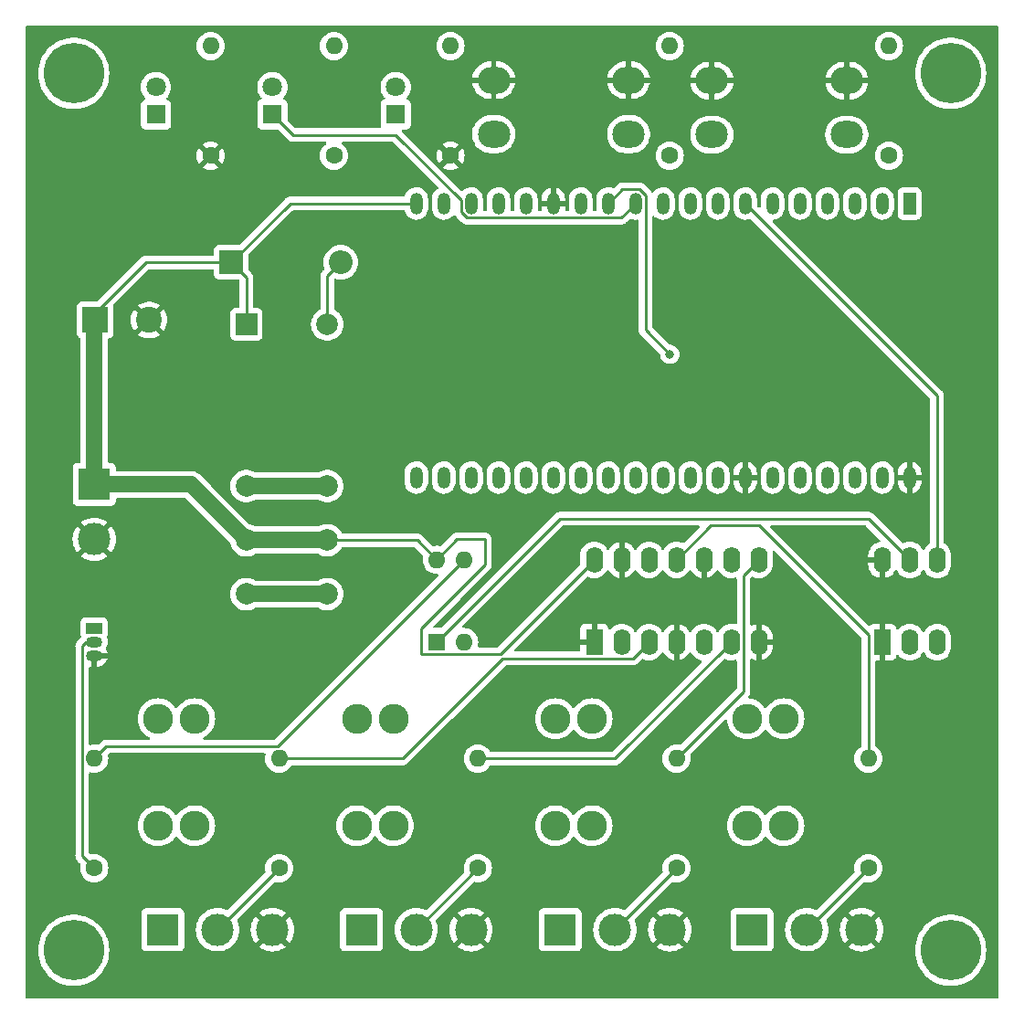
<source format=gtl>
G04 #@! TF.GenerationSoftware,KiCad,Pcbnew,7.0.8+1*
G04 #@! TF.CreationDate,2023-11-06T10:27:28+00:00*
G04 #@! TF.ProjectId,wled-pcb,776c6564-2d70-4636-922e-6b696361645f,rev?*
G04 #@! TF.SameCoordinates,Original*
G04 #@! TF.FileFunction,Copper,L1,Top*
G04 #@! TF.FilePolarity,Positive*
%FSLAX46Y46*%
G04 Gerber Fmt 4.6, Leading zero omitted, Abs format (unit mm)*
G04 Created by KiCad (PCBNEW 7.0.8+1) date 2023-11-06 10:27:28*
%MOMM*%
%LPD*%
G01*
G04 APERTURE LIST*
G04 #@! TA.AperFunction,ComponentPad*
%ADD10R,3.000000X3.000000*%
G04 #@! TD*
G04 #@! TA.AperFunction,ComponentPad*
%ADD11C,3.000000*%
G04 #@! TD*
G04 #@! TA.AperFunction,ComponentPad*
%ADD12R,2.200000X2.200000*%
G04 #@! TD*
G04 #@! TA.AperFunction,ComponentPad*
%ADD13O,2.200000X2.200000*%
G04 #@! TD*
G04 #@! TA.AperFunction,ComponentPad*
%ADD14C,1.600000*%
G04 #@! TD*
G04 #@! TA.AperFunction,ComponentPad*
%ADD15O,1.600000X1.600000*%
G04 #@! TD*
G04 #@! TA.AperFunction,ComponentPad*
%ADD16C,2.780000*%
G04 #@! TD*
G04 #@! TA.AperFunction,ComponentPad*
%ADD17R,1.200000X2.000000*%
G04 #@! TD*
G04 #@! TA.AperFunction,ComponentPad*
%ADD18O,1.200000X2.000000*%
G04 #@! TD*
G04 #@! TA.AperFunction,ComponentPad*
%ADD19C,3.600000*%
G04 #@! TD*
G04 #@! TA.AperFunction,ConnectorPad*
%ADD20C,5.600000*%
G04 #@! TD*
G04 #@! TA.AperFunction,ComponentPad*
%ADD21R,1.600000X2.400000*%
G04 #@! TD*
G04 #@! TA.AperFunction,ComponentPad*
%ADD22O,1.600000X2.400000*%
G04 #@! TD*
G04 #@! TA.AperFunction,ComponentPad*
%ADD23O,3.000000X2.500000*%
G04 #@! TD*
G04 #@! TA.AperFunction,ComponentPad*
%ADD24R,1.800000X1.800000*%
G04 #@! TD*
G04 #@! TA.AperFunction,ComponentPad*
%ADD25C,1.800000*%
G04 #@! TD*
G04 #@! TA.AperFunction,ComponentPad*
%ADD26R,1.600000X1.600000*%
G04 #@! TD*
G04 #@! TA.AperFunction,ComponentPad*
%ADD27C,2.000000*%
G04 #@! TD*
G04 #@! TA.AperFunction,ComponentPad*
%ADD28R,2.000000X2.000000*%
G04 #@! TD*
G04 #@! TA.AperFunction,ComponentPad*
%ADD29R,1.500000X1.050000*%
G04 #@! TD*
G04 #@! TA.AperFunction,ComponentPad*
%ADD30O,1.500000X1.050000*%
G04 #@! TD*
G04 #@! TA.AperFunction,ComponentPad*
%ADD31R,2.400000X2.400000*%
G04 #@! TD*
G04 #@! TA.AperFunction,ComponentPad*
%ADD32C,2.400000*%
G04 #@! TD*
G04 #@! TA.AperFunction,ViaPad*
%ADD33C,0.800000*%
G04 #@! TD*
G04 #@! TA.AperFunction,Conductor*
%ADD34C,1.500000*%
G04 #@! TD*
G04 #@! TA.AperFunction,Conductor*
%ADD35C,0.250000*%
G04 #@! TD*
G04 APERTURE END LIST*
D10*
X125730000Y-137160000D03*
D11*
X130810000Y-137160000D03*
X135890000Y-137160000D03*
D12*
X113662500Y-75302500D03*
D13*
X123822500Y-75302500D03*
D14*
X154305000Y-65405000D03*
D15*
X154305000Y-55245000D03*
D14*
X136525000Y-131445000D03*
D15*
X136525000Y-121285000D03*
D16*
X147115000Y-117595000D03*
X143715000Y-117595000D03*
X147115000Y-127515000D03*
X143715000Y-127515000D03*
D17*
X176530000Y-69850000D03*
D18*
X173990000Y-69850000D03*
X171450000Y-69850000D03*
X168910000Y-69850000D03*
X166370000Y-69850000D03*
X163830000Y-69850000D03*
X161290000Y-69850000D03*
X158750000Y-69850000D03*
X156210000Y-69850000D03*
X153670000Y-69850000D03*
X151130000Y-69850000D03*
X148590000Y-69850000D03*
X146050000Y-69850000D03*
X143510000Y-69850000D03*
X140970000Y-69850000D03*
X138430000Y-69850000D03*
X135890000Y-69850000D03*
X133350000Y-69850000D03*
X130810000Y-69850000D03*
X130812720Y-95246320D03*
X133352720Y-95246320D03*
X135890000Y-95250000D03*
X138430000Y-95250000D03*
X140970000Y-95250000D03*
X143510000Y-95250000D03*
X146050000Y-95250000D03*
X148590000Y-95250000D03*
X151130000Y-95250000D03*
X153670000Y-95250000D03*
X156210000Y-95250000D03*
X158750000Y-95250000D03*
X161290000Y-95250000D03*
X163830000Y-95250000D03*
X166370000Y-95250000D03*
X168910000Y-95250000D03*
X171450000Y-95250000D03*
X173990000Y-95250000D03*
X176530000Y-95250000D03*
D10*
X144145000Y-137160000D03*
D11*
X149225000Y-137160000D03*
X154305000Y-137160000D03*
D10*
X107315000Y-137160000D03*
D11*
X112395000Y-137160000D03*
X117475000Y-137160000D03*
D14*
X123190000Y-65405000D03*
D15*
X123190000Y-55245000D03*
D19*
X180340000Y-139065000D03*
D20*
X180340000Y-139065000D03*
D21*
X174005000Y-110505000D03*
D22*
X176545000Y-110505000D03*
X179085000Y-110505000D03*
X179085000Y-102885000D03*
X176545000Y-102885000D03*
X174005000Y-102885000D03*
D21*
X147320000Y-110490000D03*
D22*
X149860000Y-110490000D03*
X152400000Y-110490000D03*
X154940000Y-110490000D03*
X157480000Y-110490000D03*
X160020000Y-110490000D03*
X162560000Y-110490000D03*
X162560000Y-102870000D03*
X160020000Y-102870000D03*
X157480000Y-102870000D03*
X154940000Y-102870000D03*
X152400000Y-102870000D03*
X149860000Y-102870000D03*
X147320000Y-102870000D03*
D19*
X99060000Y-57785000D03*
D20*
X99060000Y-57785000D03*
D10*
X100965000Y-95885000D03*
D11*
X100965000Y-100965000D03*
D14*
X174625000Y-65405000D03*
D15*
X174625000Y-55245000D03*
D23*
X150495000Y-63420000D03*
X137995000Y-63420000D03*
X150495000Y-58420000D03*
X137995000Y-58420000D03*
X170715000Y-63460000D03*
X158215000Y-63460000D03*
X170715000Y-58460000D03*
X158215000Y-58460000D03*
D16*
X110285000Y-117595000D03*
X106885000Y-117595000D03*
X110285000Y-127515000D03*
X106885000Y-127515000D03*
X164895000Y-117595000D03*
X161495000Y-117595000D03*
X164895000Y-127515000D03*
X161495000Y-127515000D03*
X128700000Y-117595000D03*
X125300000Y-117595000D03*
X128700000Y-127515000D03*
X125300000Y-127515000D03*
D14*
X154940000Y-131445000D03*
D15*
X154940000Y-121285000D03*
D14*
X100965000Y-131445000D03*
D15*
X100965000Y-121285000D03*
D24*
X106680000Y-61600000D03*
D25*
X106680000Y-59060000D03*
D26*
X132710000Y-110480000D03*
D15*
X135250000Y-110480000D03*
X135250000Y-102860000D03*
X132710000Y-102860000D03*
D14*
X133985000Y-65405000D03*
D15*
X133985000Y-55245000D03*
D24*
X128905000Y-61595000D03*
D25*
X128905000Y-59055000D03*
D27*
X115055000Y-101045000D03*
X122555000Y-101045000D03*
X115055000Y-96045000D03*
X122555000Y-96045000D03*
X115055000Y-106045000D03*
X122555000Y-106045000D03*
D28*
X115055000Y-81045000D03*
D27*
X122555000Y-81045000D03*
D29*
X100965000Y-109220000D03*
D30*
X100965000Y-110490000D03*
X100965000Y-111760000D03*
D19*
X99060000Y-139065000D03*
D20*
X99060000Y-139065000D03*
D31*
X101045000Y-80645000D03*
D32*
X106045000Y-80645000D03*
D14*
X118110000Y-131445000D03*
D15*
X118110000Y-121285000D03*
D14*
X111760000Y-65405000D03*
D15*
X111760000Y-55245000D03*
D10*
X161925000Y-137160000D03*
D11*
X167005000Y-137160000D03*
X172085000Y-137160000D03*
D19*
X180340000Y-57785000D03*
D20*
X180340000Y-57785000D03*
D24*
X117475000Y-61595000D03*
D25*
X117475000Y-59055000D03*
D14*
X172720000Y-131445000D03*
D15*
X172720000Y-121285000D03*
D33*
X154305000Y-83820000D03*
D34*
X100965000Y-95885000D02*
X109895000Y-95885000D01*
D35*
X122555000Y-101045000D02*
X130895000Y-101045000D01*
X115055000Y-81045000D02*
X115055000Y-76695000D01*
X138585000Y-111605000D02*
X131290000Y-111605000D01*
X130810000Y-69850000D02*
X119115000Y-69850000D01*
X147320000Y-102870000D02*
X138585000Y-111605000D01*
X105752500Y-75302500D02*
X113662500Y-75302500D01*
D34*
X109895000Y-95885000D02*
X115055000Y-101045000D01*
D35*
X100965000Y-81200000D02*
X100410000Y-80645000D01*
X137160000Y-100965000D02*
X137160000Y-103350000D01*
X137160000Y-103350000D02*
X131290000Y-109220000D01*
X115055000Y-76695000D02*
X113662500Y-75302500D01*
X131290000Y-111605000D02*
X131290000Y-109220000D01*
X100410000Y-80645000D02*
X105752500Y-75302500D01*
D34*
X122555000Y-101045000D02*
X115055000Y-101045000D01*
D35*
X134605000Y-100965000D02*
X137160000Y-100965000D01*
X132710000Y-102860000D02*
X134605000Y-100965000D01*
X130895000Y-101045000D02*
X132710000Y-102860000D01*
X119115000Y-69850000D02*
X113662500Y-75302500D01*
D34*
X100965000Y-95885000D02*
X100965000Y-81200000D01*
D35*
X123822500Y-75302500D02*
X122555000Y-76570000D01*
X122555000Y-76570000D02*
X122555000Y-81045000D01*
X134965000Y-69560000D02*
X128905000Y-63500000D01*
X151130000Y-69850000D02*
X149805000Y-71175000D01*
X134965000Y-70633148D02*
X134965000Y-69560000D01*
X149805000Y-71175000D02*
X135506852Y-71175000D01*
X128905000Y-63500000D02*
X119380000Y-63500000D01*
X135506852Y-71175000D02*
X134965000Y-70633148D01*
X119380000Y-63500000D02*
X117475000Y-61595000D01*
D34*
X122555000Y-106045000D02*
X115055000Y-106045000D01*
D35*
X154305000Y-83820000D02*
X152055000Y-81570000D01*
X149915000Y-68525000D02*
X148590000Y-69850000D01*
X151513148Y-68525000D02*
X149915000Y-68525000D01*
X152055000Y-69066852D02*
X151513148Y-68525000D01*
X152055000Y-81570000D02*
X152055000Y-69066852D01*
X179085000Y-87645000D02*
X161290000Y-69850000D01*
X179085000Y-102885000D02*
X179085000Y-87645000D01*
X172720000Y-99060000D02*
X172085000Y-99060000D01*
X176545000Y-102885000D02*
X172720000Y-99060000D01*
X172085000Y-99060000D02*
X144780000Y-99060000D01*
X144130000Y-99060000D02*
X144780000Y-99060000D01*
X132710000Y-110480000D02*
X144130000Y-99060000D01*
X149225000Y-137160000D02*
X154940000Y-131445000D01*
X167005000Y-137160000D02*
X172720000Y-131445000D01*
X130810000Y-137160000D02*
X136525000Y-131445000D01*
X112395000Y-137160000D02*
X118110000Y-131445000D01*
D34*
X122555000Y-96045000D02*
X115055000Y-96045000D01*
D35*
X99840000Y-110868675D02*
X100218675Y-110490000D01*
X100218675Y-110490000D02*
X100965000Y-110490000D01*
X99840000Y-130320000D02*
X99840000Y-110868675D01*
X100965000Y-131445000D02*
X99840000Y-130320000D01*
X129541396Y-121285000D02*
X138811396Y-112015000D01*
X118110000Y-121285000D02*
X129541396Y-121285000D01*
X138811396Y-112015000D02*
X150875000Y-112015000D01*
X150875000Y-112015000D02*
X152400000Y-110490000D01*
X136525000Y-121285000D02*
X149225000Y-121285000D01*
X149225000Y-121285000D02*
X160020000Y-110490000D01*
X161145000Y-104285000D02*
X162560000Y-102870000D01*
X161145000Y-115080000D02*
X161145000Y-104285000D01*
X154940000Y-121285000D02*
X161145000Y-115080000D01*
X172720000Y-121285000D02*
X172720000Y-109855000D01*
X158750000Y-99695000D02*
X161925000Y-99695000D01*
X158115000Y-99695000D02*
X158750000Y-99695000D01*
X162560000Y-99695000D02*
X161925000Y-99695000D01*
X154940000Y-102870000D02*
X158115000Y-99695000D01*
X172720000Y-109855000D02*
X162560000Y-99695000D01*
X100965000Y-121285000D02*
X102090000Y-120160000D01*
X117950000Y-120160000D02*
X135250000Y-102860000D01*
X102090000Y-120160000D02*
X117950000Y-120160000D01*
G04 #@! TA.AperFunction,Conductor*
G36*
X157730000Y-104548872D02*
G01*
X157926317Y-104496269D01*
X157926326Y-104496265D01*
X158132482Y-104400134D01*
X158318820Y-104269657D01*
X158479657Y-104108820D01*
X158610132Y-103922484D01*
X158637341Y-103864134D01*
X158683513Y-103811695D01*
X158750707Y-103792542D01*
X158817588Y-103812757D01*
X158862105Y-103864132D01*
X158884088Y-103911275D01*
X158889431Y-103922732D01*
X158889432Y-103922734D01*
X159019954Y-104109141D01*
X159180858Y-104270045D01*
X159202283Y-104285047D01*
X159367266Y-104400568D01*
X159573504Y-104496739D01*
X159793308Y-104555635D01*
X159955230Y-104569801D01*
X160019998Y-104575468D01*
X160020000Y-104575468D01*
X160020002Y-104575468D01*
X160076673Y-104570509D01*
X160246692Y-104555635D01*
X160363408Y-104524361D01*
X160433256Y-104526024D01*
X160491119Y-104565186D01*
X160518623Y-104629415D01*
X160519500Y-104644136D01*
X160519500Y-108715863D01*
X160499815Y-108782902D01*
X160447011Y-108828657D01*
X160377853Y-108838601D01*
X160363407Y-108835638D01*
X160246697Y-108804366D01*
X160246693Y-108804365D01*
X160246692Y-108804365D01*
X160246691Y-108804364D01*
X160246686Y-108804364D01*
X160020002Y-108784532D01*
X160019998Y-108784532D01*
X159793313Y-108804364D01*
X159793302Y-108804366D01*
X159573511Y-108863258D01*
X159573502Y-108863261D01*
X159367267Y-108959431D01*
X159367265Y-108959432D01*
X159180858Y-109089954D01*
X159019954Y-109250858D01*
X158889432Y-109437265D01*
X158889431Y-109437267D01*
X158862382Y-109495275D01*
X158816209Y-109547714D01*
X158749016Y-109566866D01*
X158682135Y-109546650D01*
X158637618Y-109495275D01*
X158617563Y-109452267D01*
X158610568Y-109437266D01*
X158490548Y-109265858D01*
X158480045Y-109250858D01*
X158319141Y-109089954D01*
X158132734Y-108959432D01*
X158132732Y-108959431D01*
X157926497Y-108863261D01*
X157926488Y-108863258D01*
X157706697Y-108804366D01*
X157706693Y-108804365D01*
X157706692Y-108804365D01*
X157706691Y-108804364D01*
X157706686Y-108804364D01*
X157480002Y-108784532D01*
X157479998Y-108784532D01*
X157253313Y-108804364D01*
X157253302Y-108804366D01*
X157033511Y-108863258D01*
X157033502Y-108863261D01*
X156827267Y-108959431D01*
X156827265Y-108959432D01*
X156640858Y-109089954D01*
X156479954Y-109250858D01*
X156349433Y-109437264D01*
X156349432Y-109437266D01*
X156349315Y-109437518D01*
X156322106Y-109495867D01*
X156275933Y-109548306D01*
X156208739Y-109567457D01*
X156141858Y-109547241D01*
X156097342Y-109495865D01*
X156070135Y-109437520D01*
X156070134Y-109437518D01*
X155939657Y-109251179D01*
X155778820Y-109090342D01*
X155592482Y-108959865D01*
X155386328Y-108863734D01*
X155190000Y-108811127D01*
X155190000Y-110174314D01*
X155178045Y-110162359D01*
X155065148Y-110104835D01*
X154971481Y-110090000D01*
X154908519Y-110090000D01*
X154814852Y-110104835D01*
X154701955Y-110162359D01*
X154690000Y-110174314D01*
X154690000Y-108811127D01*
X154493671Y-108863734D01*
X154287517Y-108959865D01*
X154101179Y-109090342D01*
X153940342Y-109251179D01*
X153809867Y-109437515D01*
X153782657Y-109495867D01*
X153736484Y-109548306D01*
X153669290Y-109567457D01*
X153602409Y-109547241D01*
X153557893Y-109495865D01*
X153537562Y-109452266D01*
X153530568Y-109437266D01*
X153410548Y-109265858D01*
X153400045Y-109250858D01*
X153239141Y-109089954D01*
X153052734Y-108959432D01*
X153052732Y-108959431D01*
X152846497Y-108863261D01*
X152846488Y-108863258D01*
X152626697Y-108804366D01*
X152626693Y-108804365D01*
X152626692Y-108804365D01*
X152626691Y-108804364D01*
X152626686Y-108804364D01*
X152400002Y-108784532D01*
X152399998Y-108784532D01*
X152173313Y-108804364D01*
X152173302Y-108804366D01*
X151953511Y-108863258D01*
X151953502Y-108863261D01*
X151747267Y-108959431D01*
X151747265Y-108959432D01*
X151560858Y-109089954D01*
X151399954Y-109250858D01*
X151269432Y-109437265D01*
X151269431Y-109437267D01*
X151242382Y-109495275D01*
X151196209Y-109547714D01*
X151129016Y-109566866D01*
X151062135Y-109546650D01*
X151017618Y-109495275D01*
X150997563Y-109452267D01*
X150990568Y-109437266D01*
X150870548Y-109265858D01*
X150860045Y-109250858D01*
X150699141Y-109089954D01*
X150512734Y-108959432D01*
X150512732Y-108959431D01*
X150306497Y-108863261D01*
X150306488Y-108863258D01*
X150086697Y-108804366D01*
X150086693Y-108804365D01*
X150086692Y-108804365D01*
X150086691Y-108804364D01*
X150086686Y-108804364D01*
X149860002Y-108784532D01*
X149859998Y-108784532D01*
X149633313Y-108804364D01*
X149633302Y-108804366D01*
X149413511Y-108863258D01*
X149413502Y-108863261D01*
X149207267Y-108959431D01*
X149207265Y-108959432D01*
X149020858Y-109089954D01*
X148859951Y-109250861D01*
X148842287Y-109276088D01*
X148787710Y-109319712D01*
X148718211Y-109326904D01*
X148655857Y-109295380D01*
X148620445Y-109235150D01*
X148617425Y-109218218D01*
X148613598Y-109182627D01*
X148613596Y-109182620D01*
X148563354Y-109047913D01*
X148563350Y-109047906D01*
X148477190Y-108932812D01*
X148477187Y-108932809D01*
X148362093Y-108846649D01*
X148362086Y-108846645D01*
X148227379Y-108796403D01*
X148227372Y-108796401D01*
X148167844Y-108790000D01*
X147570000Y-108790000D01*
X147570000Y-110174314D01*
X147558045Y-110162359D01*
X147445148Y-110104835D01*
X147351481Y-110090000D01*
X147288519Y-110090000D01*
X147194852Y-110104835D01*
X147081955Y-110162359D01*
X147070000Y-110174314D01*
X147070000Y-108790000D01*
X146472155Y-108790000D01*
X146412627Y-108796401D01*
X146412620Y-108796403D01*
X146277913Y-108846645D01*
X146277906Y-108846649D01*
X146162812Y-108932809D01*
X146162809Y-108932812D01*
X146076649Y-109047906D01*
X146076645Y-109047913D01*
X146026403Y-109182620D01*
X146026401Y-109182627D01*
X146020000Y-109242155D01*
X146020000Y-110240000D01*
X147004314Y-110240000D01*
X146992359Y-110251955D01*
X146934835Y-110364852D01*
X146915014Y-110490000D01*
X146934835Y-110615148D01*
X146992359Y-110728045D01*
X147004314Y-110740000D01*
X146020000Y-110740000D01*
X146020000Y-111265500D01*
X146000315Y-111332539D01*
X145947511Y-111378294D01*
X145896000Y-111389500D01*
X139984452Y-111389500D01*
X139917413Y-111369815D01*
X139871658Y-111317011D01*
X139861714Y-111247853D01*
X139890739Y-111184297D01*
X139896771Y-111177819D01*
X142880090Y-108194500D01*
X146610480Y-104464109D01*
X146671801Y-104430626D01*
X146741493Y-104435610D01*
X146750557Y-104439407D01*
X146873504Y-104496739D01*
X147093308Y-104555635D01*
X147255230Y-104569801D01*
X147319998Y-104575468D01*
X147320000Y-104575468D01*
X147320002Y-104575468D01*
X147376673Y-104570509D01*
X147546692Y-104555635D01*
X147766496Y-104496739D01*
X147972734Y-104400568D01*
X148159139Y-104270047D01*
X148320047Y-104109139D01*
X148450568Y-103922734D01*
X148477895Y-103864129D01*
X148524064Y-103811695D01*
X148591257Y-103792542D01*
X148658139Y-103812757D01*
X148702657Y-103864133D01*
X148729865Y-103922482D01*
X148860342Y-104108820D01*
X149021179Y-104269657D01*
X149207517Y-104400134D01*
X149413673Y-104496265D01*
X149413682Y-104496269D01*
X149609999Y-104548872D01*
X149610000Y-104548871D01*
X149610000Y-103185686D01*
X149621955Y-103197641D01*
X149734852Y-103255165D01*
X149828519Y-103270000D01*
X149891481Y-103270000D01*
X149985148Y-103255165D01*
X150098045Y-103197641D01*
X150110000Y-103185686D01*
X150110000Y-104548872D01*
X150306317Y-104496269D01*
X150306326Y-104496265D01*
X150512482Y-104400134D01*
X150698820Y-104269657D01*
X150859657Y-104108820D01*
X150990132Y-103922484D01*
X151017341Y-103864134D01*
X151063513Y-103811695D01*
X151130707Y-103792542D01*
X151197588Y-103812757D01*
X151242105Y-103864132D01*
X151264088Y-103911275D01*
X151269431Y-103922732D01*
X151269432Y-103922734D01*
X151399954Y-104109141D01*
X151560858Y-104270045D01*
X151582283Y-104285047D01*
X151747266Y-104400568D01*
X151953504Y-104496739D01*
X152173308Y-104555635D01*
X152335230Y-104569801D01*
X152399998Y-104575468D01*
X152400000Y-104575468D01*
X152400002Y-104575468D01*
X152456673Y-104570509D01*
X152626692Y-104555635D01*
X152846496Y-104496739D01*
X153052734Y-104400568D01*
X153239139Y-104270047D01*
X153400047Y-104109139D01*
X153530568Y-103922734D01*
X153557618Y-103864724D01*
X153603790Y-103812285D01*
X153670983Y-103793133D01*
X153737865Y-103813348D01*
X153782381Y-103864724D01*
X153796517Y-103895038D01*
X153809429Y-103922728D01*
X153809432Y-103922734D01*
X153939954Y-104109141D01*
X154100858Y-104270045D01*
X154122283Y-104285047D01*
X154287266Y-104400568D01*
X154493504Y-104496739D01*
X154713308Y-104555635D01*
X154875230Y-104569801D01*
X154939998Y-104575468D01*
X154940000Y-104575468D01*
X154940002Y-104575468D01*
X154996673Y-104570509D01*
X155166692Y-104555635D01*
X155386496Y-104496739D01*
X155592734Y-104400568D01*
X155779139Y-104270047D01*
X155940047Y-104109139D01*
X156070568Y-103922734D01*
X156097895Y-103864129D01*
X156144064Y-103811695D01*
X156211257Y-103792542D01*
X156278139Y-103812757D01*
X156322657Y-103864133D01*
X156349865Y-103922482D01*
X156480342Y-104108820D01*
X156641179Y-104269657D01*
X156827517Y-104400134D01*
X157033673Y-104496265D01*
X157033682Y-104496269D01*
X157229999Y-104548872D01*
X157230000Y-104548871D01*
X157230000Y-103185686D01*
X157241955Y-103197641D01*
X157354852Y-103255165D01*
X157448519Y-103270000D01*
X157511481Y-103270000D01*
X157605148Y-103255165D01*
X157718045Y-103197641D01*
X157730000Y-103185686D01*
X157730000Y-104548872D01*
G37*
G04 #@! TD.AperFunction*
G04 #@! TA.AperFunction,Conductor*
G36*
X157007587Y-99705185D02*
G01*
X157053342Y-99757989D01*
X157063286Y-99827147D01*
X157034261Y-99890703D01*
X157028229Y-99897181D01*
X155649521Y-101275887D01*
X155588198Y-101309372D01*
X155518506Y-101304388D01*
X155509436Y-101300588D01*
X155386502Y-101243263D01*
X155386488Y-101243258D01*
X155166697Y-101184366D01*
X155166693Y-101184365D01*
X155166692Y-101184365D01*
X155166691Y-101184364D01*
X155166686Y-101184364D01*
X154940002Y-101164532D01*
X154939998Y-101164532D01*
X154713313Y-101184364D01*
X154713302Y-101184366D01*
X154493511Y-101243258D01*
X154493502Y-101243261D01*
X154287267Y-101339431D01*
X154287265Y-101339432D01*
X154100858Y-101469954D01*
X153939954Y-101630858D01*
X153809432Y-101817265D01*
X153809431Y-101817267D01*
X153782382Y-101875275D01*
X153736209Y-101927714D01*
X153669016Y-101946866D01*
X153602135Y-101926650D01*
X153557618Y-101875275D01*
X153550473Y-101859953D01*
X153530568Y-101817266D01*
X153410548Y-101645858D01*
X153400045Y-101630858D01*
X153239141Y-101469954D01*
X153052734Y-101339432D01*
X153052732Y-101339431D01*
X152846497Y-101243261D01*
X152846488Y-101243258D01*
X152626697Y-101184366D01*
X152626693Y-101184365D01*
X152626692Y-101184365D01*
X152626691Y-101184364D01*
X152626686Y-101184364D01*
X152400002Y-101164532D01*
X152399998Y-101164532D01*
X152173313Y-101184364D01*
X152173302Y-101184366D01*
X151953511Y-101243258D01*
X151953502Y-101243261D01*
X151747267Y-101339431D01*
X151747265Y-101339432D01*
X151560858Y-101469954D01*
X151399954Y-101630858D01*
X151308480Y-101761499D01*
X151269432Y-101817266D01*
X151269315Y-101817518D01*
X151242106Y-101875867D01*
X151195933Y-101928306D01*
X151128739Y-101947457D01*
X151061858Y-101927241D01*
X151017342Y-101875865D01*
X150990135Y-101817520D01*
X150990134Y-101817518D01*
X150859657Y-101631179D01*
X150698820Y-101470342D01*
X150512482Y-101339865D01*
X150306328Y-101243734D01*
X150110000Y-101191127D01*
X150110000Y-102554314D01*
X150098045Y-102542359D01*
X149985148Y-102484835D01*
X149891481Y-102470000D01*
X149828519Y-102470000D01*
X149734852Y-102484835D01*
X149621955Y-102542359D01*
X149610000Y-102554314D01*
X149610000Y-101191127D01*
X149413671Y-101243734D01*
X149207517Y-101339865D01*
X149021179Y-101470342D01*
X148860342Y-101631179D01*
X148729867Y-101817515D01*
X148702657Y-101875867D01*
X148656484Y-101928306D01*
X148589290Y-101947457D01*
X148522409Y-101927241D01*
X148477893Y-101875865D01*
X148457679Y-101832517D01*
X148450568Y-101817266D01*
X148330548Y-101645858D01*
X148320045Y-101630858D01*
X148159141Y-101469954D01*
X147972734Y-101339432D01*
X147972732Y-101339431D01*
X147766497Y-101243261D01*
X147766488Y-101243258D01*
X147546697Y-101184366D01*
X147546693Y-101184365D01*
X147546692Y-101184365D01*
X147546691Y-101184364D01*
X147546686Y-101184364D01*
X147320002Y-101164532D01*
X147319998Y-101164532D01*
X147093313Y-101184364D01*
X147093302Y-101184366D01*
X146873511Y-101243258D01*
X146873502Y-101243261D01*
X146667267Y-101339431D01*
X146667265Y-101339432D01*
X146480858Y-101469954D01*
X146319954Y-101630858D01*
X146189432Y-101817265D01*
X146189431Y-101817267D01*
X146093261Y-102023502D01*
X146093258Y-102023511D01*
X146034366Y-102243302D01*
X146034364Y-102243312D01*
X146019500Y-102413216D01*
X146019500Y-103234547D01*
X145999815Y-103301586D01*
X145983181Y-103322228D01*
X138362228Y-110943181D01*
X138300905Y-110976666D01*
X138274547Y-110979500D01*
X136624137Y-110979500D01*
X136557098Y-110959815D01*
X136511343Y-110907011D01*
X136501399Y-110837853D01*
X136504362Y-110823407D01*
X136525894Y-110743045D01*
X136535635Y-110706692D01*
X136555468Y-110480000D01*
X136553211Y-110454207D01*
X136545394Y-110364852D01*
X136535635Y-110253308D01*
X136486131Y-110068557D01*
X136476741Y-110033511D01*
X136476738Y-110033502D01*
X136404369Y-109878308D01*
X136380568Y-109827266D01*
X136250047Y-109640861D01*
X136250045Y-109640858D01*
X136089141Y-109479954D01*
X135902734Y-109349432D01*
X135902732Y-109349431D01*
X135696497Y-109253261D01*
X135696488Y-109253258D01*
X135476697Y-109194366D01*
X135476693Y-109194365D01*
X135476692Y-109194365D01*
X135476691Y-109194364D01*
X135476686Y-109194364D01*
X135250002Y-109174532D01*
X135249996Y-109174532D01*
X135205894Y-109178390D01*
X135137394Y-109164623D01*
X135087212Y-109116007D01*
X135071279Y-109047978D01*
X135094655Y-108982135D01*
X135107400Y-108967188D01*
X144352772Y-99721819D01*
X144414095Y-99688334D01*
X144440453Y-99685500D01*
X144700981Y-99685500D01*
X156940548Y-99685500D01*
X157007587Y-99705185D01*
G37*
G04 #@! TD.AperFunction*
G04 #@! TA.AperFunction,Conductor*
G36*
X184727539Y-53360185D02*
G01*
X184773294Y-53412989D01*
X184784500Y-53464500D01*
X184784500Y-143385500D01*
X184764815Y-143452539D01*
X184712011Y-143498294D01*
X184660500Y-143509500D01*
X94739500Y-143509500D01*
X94672461Y-143489815D01*
X94626706Y-143437011D01*
X94615500Y-143385500D01*
X94615500Y-139065002D01*
X95754652Y-139065002D01*
X95774028Y-139422368D01*
X95774029Y-139422385D01*
X95831926Y-139775539D01*
X95831932Y-139775565D01*
X95927672Y-140120392D01*
X95927674Y-140120399D01*
X96060142Y-140452870D01*
X96060151Y-140452888D01*
X96227784Y-140769077D01*
X96227790Y-140769086D01*
X96428634Y-141065309D01*
X96428641Y-141065319D01*
X96660331Y-141338085D01*
X96660332Y-141338086D01*
X96920163Y-141584211D01*
X97205081Y-141800800D01*
X97511747Y-141985315D01*
X97511749Y-141985316D01*
X97511751Y-141985317D01*
X97511755Y-141985319D01*
X97836552Y-142135585D01*
X97836565Y-142135591D01*
X98175726Y-142249868D01*
X98525254Y-142326805D01*
X98881052Y-142365500D01*
X98881058Y-142365500D01*
X99238942Y-142365500D01*
X99238948Y-142365500D01*
X99594746Y-142326805D01*
X99944274Y-142249868D01*
X100283435Y-142135591D01*
X100608253Y-141985315D01*
X100914919Y-141800800D01*
X101199837Y-141584211D01*
X101459668Y-141338086D01*
X101691365Y-141065311D01*
X101892211Y-140769085D01*
X102059853Y-140452880D01*
X102192324Y-140120403D01*
X102288071Y-139775552D01*
X102345972Y-139422371D01*
X102365348Y-139065000D01*
X102345985Y-138707870D01*
X105314500Y-138707870D01*
X105314501Y-138707876D01*
X105320908Y-138767483D01*
X105371202Y-138902328D01*
X105371206Y-138902335D01*
X105457452Y-139017544D01*
X105457455Y-139017547D01*
X105572664Y-139103793D01*
X105572671Y-139103797D01*
X105707517Y-139154091D01*
X105707516Y-139154091D01*
X105714444Y-139154835D01*
X105767127Y-139160500D01*
X108862872Y-139160499D01*
X108922483Y-139154091D01*
X109057331Y-139103796D01*
X109172546Y-139017546D01*
X109258796Y-138902331D01*
X109309091Y-138767483D01*
X109315500Y-138707873D01*
X109315500Y-137160001D01*
X110389390Y-137160001D01*
X110409804Y-137445433D01*
X110470628Y-137725037D01*
X110470630Y-137725043D01*
X110470631Y-137725046D01*
X110543345Y-137920000D01*
X110570635Y-137993166D01*
X110707770Y-138244309D01*
X110707775Y-138244317D01*
X110879254Y-138473387D01*
X110879270Y-138473405D01*
X111081594Y-138675729D01*
X111081612Y-138675745D01*
X111310682Y-138847224D01*
X111310690Y-138847229D01*
X111561833Y-138984364D01*
X111561832Y-138984364D01*
X111561836Y-138984365D01*
X111561839Y-138984367D01*
X111829954Y-139084369D01*
X111829960Y-139084370D01*
X111829962Y-139084371D01*
X112109566Y-139145195D01*
X112109568Y-139145195D01*
X112109572Y-139145196D01*
X112363220Y-139163337D01*
X112394999Y-139165610D01*
X112395000Y-139165610D01*
X112395001Y-139165610D01*
X112423595Y-139163564D01*
X112680428Y-139145196D01*
X112870742Y-139103796D01*
X112960037Y-139084371D01*
X112960037Y-139084370D01*
X112960046Y-139084369D01*
X113228161Y-138984367D01*
X113479315Y-138847226D01*
X113708395Y-138675739D01*
X113910739Y-138473395D01*
X114082226Y-138244315D01*
X114219367Y-137993161D01*
X114319369Y-137725046D01*
X114380196Y-137445428D01*
X114400610Y-137160001D01*
X115469891Y-137160001D01*
X115490300Y-137445362D01*
X115551109Y-137724895D01*
X115651091Y-137992958D01*
X115788191Y-138244038D01*
X115788196Y-138244046D01*
X115894882Y-138386561D01*
X115894883Y-138386562D01*
X116790195Y-137491250D01*
X116812340Y-137542587D01*
X116918433Y-137685094D01*
X117054530Y-137799294D01*
X117144216Y-137844335D01*
X116248436Y-138740115D01*
X116390960Y-138846807D01*
X116390961Y-138846808D01*
X116642042Y-138983908D01*
X116642041Y-138983908D01*
X116910104Y-139083890D01*
X117189637Y-139144699D01*
X117474999Y-139165109D01*
X117475001Y-139165109D01*
X117760362Y-139144699D01*
X118039895Y-139083890D01*
X118307958Y-138983908D01*
X118559047Y-138846803D01*
X118701561Y-138740116D01*
X118701562Y-138740115D01*
X118669317Y-138707870D01*
X123729500Y-138707870D01*
X123729501Y-138707876D01*
X123735908Y-138767483D01*
X123786202Y-138902328D01*
X123786206Y-138902335D01*
X123872452Y-139017544D01*
X123872455Y-139017547D01*
X123987664Y-139103793D01*
X123987671Y-139103797D01*
X124122517Y-139154091D01*
X124122516Y-139154091D01*
X124129444Y-139154835D01*
X124182127Y-139160500D01*
X127277872Y-139160499D01*
X127337483Y-139154091D01*
X127472331Y-139103796D01*
X127587546Y-139017546D01*
X127673796Y-138902331D01*
X127724091Y-138767483D01*
X127730500Y-138707873D01*
X127730500Y-137160001D01*
X128804390Y-137160001D01*
X128824804Y-137445433D01*
X128885628Y-137725037D01*
X128885630Y-137725043D01*
X128885631Y-137725046D01*
X128958345Y-137920000D01*
X128985635Y-137993166D01*
X129122770Y-138244309D01*
X129122775Y-138244317D01*
X129294254Y-138473387D01*
X129294270Y-138473405D01*
X129496594Y-138675729D01*
X129496612Y-138675745D01*
X129725682Y-138847224D01*
X129725690Y-138847229D01*
X129976833Y-138984364D01*
X129976832Y-138984364D01*
X129976836Y-138984365D01*
X129976839Y-138984367D01*
X130244954Y-139084369D01*
X130244960Y-139084370D01*
X130244962Y-139084371D01*
X130524566Y-139145195D01*
X130524568Y-139145195D01*
X130524572Y-139145196D01*
X130778220Y-139163337D01*
X130809999Y-139165610D01*
X130810000Y-139165610D01*
X130810001Y-139165610D01*
X130838595Y-139163564D01*
X131095428Y-139145196D01*
X131285742Y-139103796D01*
X131375037Y-139084371D01*
X131375037Y-139084370D01*
X131375046Y-139084369D01*
X131643161Y-138984367D01*
X131894315Y-138847226D01*
X132123395Y-138675739D01*
X132325739Y-138473395D01*
X132497226Y-138244315D01*
X132634367Y-137993161D01*
X132734369Y-137725046D01*
X132795196Y-137445428D01*
X132815610Y-137160001D01*
X133884891Y-137160001D01*
X133905300Y-137445362D01*
X133966109Y-137724895D01*
X134066091Y-137992958D01*
X134203191Y-138244038D01*
X134203196Y-138244046D01*
X134309882Y-138386561D01*
X134309883Y-138386562D01*
X135205195Y-137491250D01*
X135227340Y-137542587D01*
X135333433Y-137685094D01*
X135469530Y-137799294D01*
X135559216Y-137844335D01*
X134663436Y-138740115D01*
X134805960Y-138846807D01*
X134805961Y-138846808D01*
X135057042Y-138983908D01*
X135057041Y-138983908D01*
X135325104Y-139083890D01*
X135604637Y-139144699D01*
X135889999Y-139165109D01*
X135890001Y-139165109D01*
X136175362Y-139144699D01*
X136454895Y-139083890D01*
X136722958Y-138983908D01*
X136974047Y-138846803D01*
X137116561Y-138740116D01*
X137116562Y-138740115D01*
X137084317Y-138707870D01*
X142144500Y-138707870D01*
X142144501Y-138707876D01*
X142150908Y-138767483D01*
X142201202Y-138902328D01*
X142201206Y-138902335D01*
X142287452Y-139017544D01*
X142287455Y-139017547D01*
X142402664Y-139103793D01*
X142402671Y-139103797D01*
X142537517Y-139154091D01*
X142537516Y-139154091D01*
X142544444Y-139154835D01*
X142597127Y-139160500D01*
X145692872Y-139160499D01*
X145752483Y-139154091D01*
X145887331Y-139103796D01*
X146002546Y-139017546D01*
X146088796Y-138902331D01*
X146139091Y-138767483D01*
X146145500Y-138707873D01*
X146145500Y-137160001D01*
X147219390Y-137160001D01*
X147239804Y-137445433D01*
X147300628Y-137725037D01*
X147300630Y-137725043D01*
X147300631Y-137725046D01*
X147373345Y-137920000D01*
X147400635Y-137993166D01*
X147537770Y-138244309D01*
X147537775Y-138244317D01*
X147709254Y-138473387D01*
X147709270Y-138473405D01*
X147911594Y-138675729D01*
X147911612Y-138675745D01*
X148140682Y-138847224D01*
X148140690Y-138847229D01*
X148391833Y-138984364D01*
X148391832Y-138984364D01*
X148391836Y-138984365D01*
X148391839Y-138984367D01*
X148659954Y-139084369D01*
X148659960Y-139084370D01*
X148659962Y-139084371D01*
X148939566Y-139145195D01*
X148939568Y-139145195D01*
X148939572Y-139145196D01*
X149193220Y-139163337D01*
X149224999Y-139165610D01*
X149225000Y-139165610D01*
X149225001Y-139165610D01*
X149253595Y-139163564D01*
X149510428Y-139145196D01*
X149700742Y-139103796D01*
X149790037Y-139084371D01*
X149790037Y-139084370D01*
X149790046Y-139084369D01*
X150058161Y-138984367D01*
X150309315Y-138847226D01*
X150538395Y-138675739D01*
X150740739Y-138473395D01*
X150912226Y-138244315D01*
X151049367Y-137993161D01*
X151149369Y-137725046D01*
X151210196Y-137445428D01*
X151230610Y-137160001D01*
X152299891Y-137160001D01*
X152320300Y-137445362D01*
X152381109Y-137724895D01*
X152481091Y-137992958D01*
X152618191Y-138244038D01*
X152618196Y-138244046D01*
X152724882Y-138386561D01*
X152724883Y-138386562D01*
X153620195Y-137491250D01*
X153642340Y-137542587D01*
X153748433Y-137685094D01*
X153884530Y-137799294D01*
X153974216Y-137844335D01*
X153078436Y-138740115D01*
X153220960Y-138846807D01*
X153220961Y-138846808D01*
X153472042Y-138983908D01*
X153472041Y-138983908D01*
X153740104Y-139083890D01*
X154019637Y-139144699D01*
X154304999Y-139165109D01*
X154305001Y-139165109D01*
X154590362Y-139144699D01*
X154869895Y-139083890D01*
X155137958Y-138983908D01*
X155389047Y-138846803D01*
X155531561Y-138740116D01*
X155531562Y-138740115D01*
X155499317Y-138707870D01*
X159924500Y-138707870D01*
X159924501Y-138707876D01*
X159930908Y-138767483D01*
X159981202Y-138902328D01*
X159981206Y-138902335D01*
X160067452Y-139017544D01*
X160067455Y-139017547D01*
X160182664Y-139103793D01*
X160182671Y-139103797D01*
X160317517Y-139154091D01*
X160317516Y-139154091D01*
X160324444Y-139154835D01*
X160377127Y-139160500D01*
X163472872Y-139160499D01*
X163532483Y-139154091D01*
X163667331Y-139103796D01*
X163782546Y-139017546D01*
X163868796Y-138902331D01*
X163919091Y-138767483D01*
X163925500Y-138707873D01*
X163925500Y-137160001D01*
X164999390Y-137160001D01*
X165019804Y-137445433D01*
X165080628Y-137725037D01*
X165080630Y-137725043D01*
X165080631Y-137725046D01*
X165153345Y-137920000D01*
X165180635Y-137993166D01*
X165317770Y-138244309D01*
X165317775Y-138244317D01*
X165489254Y-138473387D01*
X165489270Y-138473405D01*
X165691594Y-138675729D01*
X165691612Y-138675745D01*
X165920682Y-138847224D01*
X165920690Y-138847229D01*
X166171833Y-138984364D01*
X166171832Y-138984364D01*
X166171836Y-138984365D01*
X166171839Y-138984367D01*
X166439954Y-139084369D01*
X166439960Y-139084370D01*
X166439962Y-139084371D01*
X166719566Y-139145195D01*
X166719568Y-139145195D01*
X166719572Y-139145196D01*
X166973220Y-139163337D01*
X167004999Y-139165610D01*
X167005000Y-139165610D01*
X167005001Y-139165610D01*
X167033595Y-139163564D01*
X167290428Y-139145196D01*
X167480742Y-139103796D01*
X167570037Y-139084371D01*
X167570037Y-139084370D01*
X167570046Y-139084369D01*
X167838161Y-138984367D01*
X168089315Y-138847226D01*
X168318395Y-138675739D01*
X168520739Y-138473395D01*
X168692226Y-138244315D01*
X168829367Y-137993161D01*
X168929369Y-137725046D01*
X168990196Y-137445428D01*
X169010610Y-137160001D01*
X170079891Y-137160001D01*
X170100300Y-137445362D01*
X170161109Y-137724895D01*
X170261091Y-137992958D01*
X170398191Y-138244038D01*
X170398196Y-138244046D01*
X170504882Y-138386561D01*
X170504883Y-138386562D01*
X171400195Y-137491250D01*
X171422340Y-137542587D01*
X171528433Y-137685094D01*
X171664530Y-137799294D01*
X171754216Y-137844335D01*
X170858436Y-138740115D01*
X171000960Y-138846807D01*
X171000961Y-138846808D01*
X171252042Y-138983908D01*
X171252041Y-138983908D01*
X171520104Y-139083890D01*
X171799637Y-139144699D01*
X172084999Y-139165109D01*
X172085001Y-139165109D01*
X172370362Y-139144699D01*
X172649895Y-139083890D01*
X172700536Y-139065002D01*
X177034652Y-139065002D01*
X177054028Y-139422368D01*
X177054029Y-139422385D01*
X177111926Y-139775539D01*
X177111932Y-139775565D01*
X177207672Y-140120392D01*
X177207674Y-140120399D01*
X177340142Y-140452870D01*
X177340151Y-140452888D01*
X177507784Y-140769077D01*
X177507790Y-140769086D01*
X177708634Y-141065309D01*
X177708641Y-141065319D01*
X177940331Y-141338085D01*
X177940332Y-141338086D01*
X178200163Y-141584211D01*
X178485081Y-141800800D01*
X178791747Y-141985315D01*
X178791749Y-141985316D01*
X178791751Y-141985317D01*
X178791755Y-141985319D01*
X179116552Y-142135585D01*
X179116565Y-142135591D01*
X179455726Y-142249868D01*
X179805254Y-142326805D01*
X180161052Y-142365500D01*
X180161058Y-142365500D01*
X180518942Y-142365500D01*
X180518948Y-142365500D01*
X180874746Y-142326805D01*
X181224274Y-142249868D01*
X181563435Y-142135591D01*
X181888253Y-141985315D01*
X182194919Y-141800800D01*
X182479837Y-141584211D01*
X182739668Y-141338086D01*
X182971365Y-141065311D01*
X183172211Y-140769085D01*
X183339853Y-140452880D01*
X183472324Y-140120403D01*
X183568071Y-139775552D01*
X183625972Y-139422371D01*
X183645348Y-139065000D01*
X183625972Y-138707629D01*
X183620742Y-138675729D01*
X183568073Y-138354460D01*
X183568072Y-138354459D01*
X183568071Y-138354448D01*
X183472324Y-138009597D01*
X183367360Y-137746157D01*
X183339857Y-137677129D01*
X183339848Y-137677111D01*
X183172215Y-137360922D01*
X183172213Y-137360919D01*
X183172211Y-137360915D01*
X182971365Y-137064689D01*
X182971361Y-137064684D01*
X182971358Y-137064680D01*
X182739668Y-136791914D01*
X182724359Y-136777413D01*
X182479837Y-136545789D01*
X182479830Y-136545783D01*
X182479827Y-136545781D01*
X182388315Y-136476216D01*
X182194919Y-136329200D01*
X181888253Y-136144685D01*
X181888252Y-136144684D01*
X181888248Y-136144682D01*
X181888244Y-136144680D01*
X181563447Y-135994414D01*
X181563441Y-135994411D01*
X181563435Y-135994409D01*
X181382474Y-135933436D01*
X181224273Y-135880131D01*
X180874744Y-135803194D01*
X180518949Y-135764500D01*
X180518948Y-135764500D01*
X180161052Y-135764500D01*
X180161050Y-135764500D01*
X179805255Y-135803194D01*
X179455726Y-135880131D01*
X179199970Y-135966306D01*
X179116565Y-135994409D01*
X179116563Y-135994410D01*
X179116552Y-135994414D01*
X178791755Y-136144680D01*
X178791751Y-136144682D01*
X178603619Y-136257878D01*
X178485081Y-136329200D01*
X178396768Y-136396333D01*
X178200172Y-136545781D01*
X178200163Y-136545789D01*
X177940331Y-136791914D01*
X177708641Y-137064680D01*
X177708634Y-137064690D01*
X177507790Y-137360913D01*
X177507784Y-137360922D01*
X177340151Y-137677111D01*
X177340142Y-137677129D01*
X177207674Y-138009600D01*
X177207672Y-138009607D01*
X177111932Y-138354434D01*
X177111926Y-138354460D01*
X177054029Y-138707614D01*
X177054028Y-138707631D01*
X177034652Y-139064997D01*
X177034652Y-139065002D01*
X172700536Y-139065002D01*
X172917958Y-138983908D01*
X173169047Y-138846803D01*
X173311561Y-138740116D01*
X173311562Y-138740115D01*
X172418748Y-137847300D01*
X172428409Y-137843784D01*
X172576844Y-137746157D01*
X172698764Y-137616930D01*
X172770768Y-137492215D01*
X173665115Y-138386562D01*
X173665116Y-138386561D01*
X173771803Y-138244047D01*
X173908908Y-137992958D01*
X174008890Y-137724895D01*
X174069699Y-137445362D01*
X174090109Y-137160001D01*
X174090109Y-137159998D01*
X174069699Y-136874637D01*
X174008890Y-136595104D01*
X173908908Y-136327041D01*
X173771808Y-136075961D01*
X173771807Y-136075960D01*
X173665115Y-135933436D01*
X172769803Y-136828747D01*
X172747660Y-136777413D01*
X172641567Y-136634906D01*
X172505470Y-136520706D01*
X172415782Y-136475663D01*
X173311562Y-135579883D01*
X173311561Y-135579882D01*
X173169046Y-135473196D01*
X173169038Y-135473191D01*
X172917957Y-135336091D01*
X172917958Y-135336091D01*
X172649895Y-135236109D01*
X172370362Y-135175300D01*
X172085001Y-135154891D01*
X172084999Y-135154891D01*
X171799637Y-135175300D01*
X171520104Y-135236109D01*
X171252041Y-135336091D01*
X171000961Y-135473191D01*
X171000953Y-135473196D01*
X170858437Y-135579882D01*
X170858436Y-135579883D01*
X171751252Y-136472699D01*
X171741591Y-136476216D01*
X171593156Y-136573843D01*
X171471236Y-136703070D01*
X171399231Y-136827784D01*
X170504883Y-135933436D01*
X170504882Y-135933437D01*
X170398196Y-136075953D01*
X170398191Y-136075961D01*
X170261091Y-136327041D01*
X170161109Y-136595104D01*
X170100300Y-136874637D01*
X170079891Y-137159998D01*
X170079891Y-137160001D01*
X169010610Y-137160001D01*
X169010610Y-137160000D01*
X168990196Y-136874572D01*
X168969060Y-136777413D01*
X168938060Y-136634906D01*
X168929369Y-136594954D01*
X168830247Y-136329199D01*
X168828252Y-136323849D01*
X168823268Y-136254158D01*
X168856751Y-136192837D01*
X172305178Y-132744410D01*
X172366499Y-132710927D01*
X172424946Y-132712317D01*
X172493308Y-132730635D01*
X172650780Y-132744412D01*
X172719998Y-132750468D01*
X172720000Y-132750468D01*
X172720002Y-132750468D01*
X172789220Y-132744412D01*
X172946692Y-132730635D01*
X173166496Y-132671739D01*
X173372734Y-132575568D01*
X173559139Y-132445047D01*
X173720047Y-132284139D01*
X173850568Y-132097734D01*
X173946739Y-131891496D01*
X174005635Y-131671692D01*
X174025468Y-131445000D01*
X174005635Y-131218308D01*
X173946739Y-130998504D01*
X173850568Y-130792266D01*
X173720047Y-130605861D01*
X173720045Y-130605858D01*
X173559141Y-130444954D01*
X173372734Y-130314432D01*
X173372732Y-130314431D01*
X173166497Y-130218261D01*
X173166488Y-130218258D01*
X172946697Y-130159366D01*
X172946693Y-130159365D01*
X172946692Y-130159365D01*
X172946691Y-130159364D01*
X172946686Y-130159364D01*
X172720002Y-130139532D01*
X172719998Y-130139532D01*
X172493313Y-130159364D01*
X172493302Y-130159366D01*
X172273511Y-130218258D01*
X172273502Y-130218261D01*
X172067267Y-130314431D01*
X172067265Y-130314432D01*
X171880858Y-130444954D01*
X171719954Y-130605858D01*
X171589432Y-130792265D01*
X171589431Y-130792267D01*
X171493261Y-130998502D01*
X171493258Y-130998511D01*
X171434366Y-131218302D01*
X171434364Y-131218313D01*
X171414532Y-131444998D01*
X171414532Y-131445000D01*
X171434364Y-131671686D01*
X171434365Y-131671691D01*
X171434366Y-131671697D01*
X171452680Y-131740048D01*
X171451017Y-131809897D01*
X171420586Y-131859821D01*
X167972161Y-135308246D01*
X167910838Y-135341731D01*
X167841146Y-135336747D01*
X167838164Y-135335635D01*
X167838161Y-135335633D01*
X167570046Y-135235631D01*
X167570043Y-135235630D01*
X167570037Y-135235628D01*
X167290433Y-135174804D01*
X167005001Y-135154390D01*
X167004999Y-135154390D01*
X166719566Y-135174804D01*
X166439962Y-135235628D01*
X166171833Y-135335635D01*
X165920690Y-135472770D01*
X165920682Y-135472775D01*
X165691612Y-135644254D01*
X165691594Y-135644270D01*
X165489270Y-135846594D01*
X165489254Y-135846612D01*
X165317775Y-136075682D01*
X165317770Y-136075690D01*
X165180635Y-136326833D01*
X165080628Y-136594962D01*
X165019804Y-136874566D01*
X164999390Y-137159998D01*
X164999390Y-137160001D01*
X163925500Y-137160001D01*
X163925499Y-135612128D01*
X163919091Y-135552517D01*
X163889506Y-135473196D01*
X163868797Y-135417671D01*
X163868793Y-135417664D01*
X163782547Y-135302455D01*
X163782544Y-135302452D01*
X163667335Y-135216206D01*
X163667328Y-135216202D01*
X163532482Y-135165908D01*
X163532483Y-135165908D01*
X163472883Y-135159501D01*
X163472881Y-135159500D01*
X163472873Y-135159500D01*
X163472864Y-135159500D01*
X160377129Y-135159500D01*
X160377123Y-135159501D01*
X160317516Y-135165908D01*
X160182671Y-135216202D01*
X160182664Y-135216206D01*
X160067455Y-135302452D01*
X160067452Y-135302455D01*
X159981206Y-135417664D01*
X159981202Y-135417671D01*
X159930908Y-135552517D01*
X159924501Y-135612116D01*
X159924501Y-135612123D01*
X159924500Y-135612135D01*
X159924500Y-138707870D01*
X155499317Y-138707870D01*
X154638748Y-137847300D01*
X154648409Y-137843784D01*
X154796844Y-137746157D01*
X154918764Y-137616930D01*
X154990768Y-137492215D01*
X155885115Y-138386562D01*
X155885116Y-138386561D01*
X155991803Y-138244047D01*
X156128908Y-137992958D01*
X156228890Y-137724895D01*
X156289699Y-137445362D01*
X156310109Y-137160001D01*
X156310109Y-137159998D01*
X156289699Y-136874637D01*
X156228890Y-136595104D01*
X156128908Y-136327041D01*
X155991808Y-136075961D01*
X155991807Y-136075960D01*
X155885115Y-135933436D01*
X154989803Y-136828747D01*
X154967660Y-136777413D01*
X154861567Y-136634906D01*
X154725470Y-136520706D01*
X154635782Y-136475663D01*
X155531562Y-135579883D01*
X155531561Y-135579882D01*
X155389046Y-135473196D01*
X155389038Y-135473191D01*
X155137957Y-135336091D01*
X155137958Y-135336091D01*
X154869895Y-135236109D01*
X154590362Y-135175300D01*
X154305001Y-135154891D01*
X154304999Y-135154891D01*
X154019637Y-135175300D01*
X153740104Y-135236109D01*
X153472041Y-135336091D01*
X153220961Y-135473191D01*
X153220953Y-135473196D01*
X153078437Y-135579882D01*
X153078436Y-135579883D01*
X153971252Y-136472699D01*
X153961591Y-136476216D01*
X153813156Y-136573843D01*
X153691236Y-136703070D01*
X153619231Y-136827784D01*
X152724883Y-135933436D01*
X152724882Y-135933437D01*
X152618196Y-136075953D01*
X152618191Y-136075961D01*
X152481091Y-136327041D01*
X152381109Y-136595104D01*
X152320300Y-136874637D01*
X152299891Y-137159998D01*
X152299891Y-137160001D01*
X151230610Y-137160001D01*
X151230610Y-137160000D01*
X151210196Y-136874572D01*
X151189060Y-136777413D01*
X151158060Y-136634906D01*
X151149369Y-136594954D01*
X151050247Y-136329199D01*
X151048252Y-136323849D01*
X151043268Y-136254158D01*
X151076751Y-136192837D01*
X154525178Y-132744410D01*
X154586499Y-132710927D01*
X154644946Y-132712317D01*
X154713308Y-132730635D01*
X154870780Y-132744412D01*
X154939998Y-132750468D01*
X154940000Y-132750468D01*
X154940002Y-132750468D01*
X155009220Y-132744412D01*
X155166692Y-132730635D01*
X155386496Y-132671739D01*
X155592734Y-132575568D01*
X155779139Y-132445047D01*
X155940047Y-132284139D01*
X156070568Y-132097734D01*
X156166739Y-131891496D01*
X156225635Y-131671692D01*
X156245468Y-131445000D01*
X156225635Y-131218308D01*
X156166739Y-130998504D01*
X156070568Y-130792266D01*
X155940047Y-130605861D01*
X155940045Y-130605858D01*
X155779141Y-130444954D01*
X155592734Y-130314432D01*
X155592732Y-130314431D01*
X155386497Y-130218261D01*
X155386488Y-130218258D01*
X155166697Y-130159366D01*
X155166693Y-130159365D01*
X155166692Y-130159365D01*
X155166691Y-130159364D01*
X155166686Y-130159364D01*
X154940002Y-130139532D01*
X154939998Y-130139532D01*
X154713313Y-130159364D01*
X154713302Y-130159366D01*
X154493511Y-130218258D01*
X154493502Y-130218261D01*
X154287267Y-130314431D01*
X154287265Y-130314432D01*
X154100858Y-130444954D01*
X153939954Y-130605858D01*
X153809432Y-130792265D01*
X153809431Y-130792267D01*
X153713261Y-130998502D01*
X153713258Y-130998511D01*
X153654366Y-131218302D01*
X153654364Y-131218313D01*
X153634532Y-131444998D01*
X153634532Y-131445000D01*
X153654364Y-131671686D01*
X153654365Y-131671691D01*
X153654366Y-131671697D01*
X153672680Y-131740048D01*
X153671017Y-131809897D01*
X153640586Y-131859821D01*
X150192161Y-135308246D01*
X150130838Y-135341731D01*
X150061146Y-135336747D01*
X150058164Y-135335635D01*
X150058161Y-135335633D01*
X149790046Y-135235631D01*
X149790043Y-135235630D01*
X149790037Y-135235628D01*
X149510433Y-135174804D01*
X149225001Y-135154390D01*
X149224999Y-135154390D01*
X148939566Y-135174804D01*
X148659962Y-135235628D01*
X148391833Y-135335635D01*
X148140690Y-135472770D01*
X148140682Y-135472775D01*
X147911612Y-135644254D01*
X147911594Y-135644270D01*
X147709270Y-135846594D01*
X147709254Y-135846612D01*
X147537775Y-136075682D01*
X147537770Y-136075690D01*
X147400635Y-136326833D01*
X147300628Y-136594962D01*
X147239804Y-136874566D01*
X147219390Y-137159998D01*
X147219390Y-137160001D01*
X146145500Y-137160001D01*
X146145499Y-135612128D01*
X146139091Y-135552517D01*
X146109506Y-135473196D01*
X146088797Y-135417671D01*
X146088793Y-135417664D01*
X146002547Y-135302455D01*
X146002544Y-135302452D01*
X145887335Y-135216206D01*
X145887328Y-135216202D01*
X145752482Y-135165908D01*
X145752483Y-135165908D01*
X145692883Y-135159501D01*
X145692881Y-135159500D01*
X145692873Y-135159500D01*
X145692864Y-135159500D01*
X142597129Y-135159500D01*
X142597123Y-135159501D01*
X142537516Y-135165908D01*
X142402671Y-135216202D01*
X142402664Y-135216206D01*
X142287455Y-135302452D01*
X142287452Y-135302455D01*
X142201206Y-135417664D01*
X142201202Y-135417671D01*
X142150908Y-135552517D01*
X142144501Y-135612116D01*
X142144501Y-135612123D01*
X142144500Y-135612135D01*
X142144500Y-138707870D01*
X137084317Y-138707870D01*
X136223748Y-137847300D01*
X136233409Y-137843784D01*
X136381844Y-137746157D01*
X136503764Y-137616930D01*
X136575768Y-137492215D01*
X137470115Y-138386562D01*
X137470116Y-138386561D01*
X137576803Y-138244047D01*
X137713908Y-137992958D01*
X137813890Y-137724895D01*
X137874699Y-137445362D01*
X137895109Y-137160001D01*
X137895109Y-137159998D01*
X137874699Y-136874637D01*
X137813890Y-136595104D01*
X137713908Y-136327041D01*
X137576808Y-136075961D01*
X137576807Y-136075960D01*
X137470115Y-135933436D01*
X136574803Y-136828747D01*
X136552660Y-136777413D01*
X136446567Y-136634906D01*
X136310470Y-136520706D01*
X136220782Y-136475663D01*
X137116562Y-135579883D01*
X137116561Y-135579882D01*
X136974046Y-135473196D01*
X136974038Y-135473191D01*
X136722957Y-135336091D01*
X136722958Y-135336091D01*
X136454895Y-135236109D01*
X136175362Y-135175300D01*
X135890001Y-135154891D01*
X135889999Y-135154891D01*
X135604637Y-135175300D01*
X135325104Y-135236109D01*
X135057041Y-135336091D01*
X134805961Y-135473191D01*
X134805953Y-135473196D01*
X134663437Y-135579882D01*
X134663436Y-135579883D01*
X135556252Y-136472699D01*
X135546591Y-136476216D01*
X135398156Y-136573843D01*
X135276236Y-136703070D01*
X135204231Y-136827784D01*
X134309883Y-135933436D01*
X134309882Y-135933437D01*
X134203196Y-136075953D01*
X134203191Y-136075961D01*
X134066091Y-136327041D01*
X133966109Y-136595104D01*
X133905300Y-136874637D01*
X133884891Y-137159998D01*
X133884891Y-137160001D01*
X132815610Y-137160001D01*
X132815610Y-137160000D01*
X132795196Y-136874572D01*
X132774060Y-136777413D01*
X132743060Y-136634906D01*
X132734369Y-136594954D01*
X132635247Y-136329199D01*
X132633252Y-136323849D01*
X132628268Y-136254158D01*
X132661751Y-136192837D01*
X136110178Y-132744410D01*
X136171499Y-132710927D01*
X136229946Y-132712317D01*
X136298308Y-132730635D01*
X136455780Y-132744412D01*
X136524998Y-132750468D01*
X136525000Y-132750468D01*
X136525002Y-132750468D01*
X136594220Y-132744412D01*
X136751692Y-132730635D01*
X136971496Y-132671739D01*
X137177734Y-132575568D01*
X137364139Y-132445047D01*
X137525047Y-132284139D01*
X137655568Y-132097734D01*
X137751739Y-131891496D01*
X137810635Y-131671692D01*
X137830468Y-131445000D01*
X137810635Y-131218308D01*
X137751739Y-130998504D01*
X137655568Y-130792266D01*
X137525047Y-130605861D01*
X137525045Y-130605858D01*
X137364141Y-130444954D01*
X137177734Y-130314432D01*
X137177732Y-130314431D01*
X136971497Y-130218261D01*
X136971488Y-130218258D01*
X136751697Y-130159366D01*
X136751693Y-130159365D01*
X136751692Y-130159365D01*
X136751691Y-130159364D01*
X136751686Y-130159364D01*
X136525002Y-130139532D01*
X136524998Y-130139532D01*
X136298313Y-130159364D01*
X136298302Y-130159366D01*
X136078511Y-130218258D01*
X136078502Y-130218261D01*
X135872267Y-130314431D01*
X135872265Y-130314432D01*
X135685858Y-130444954D01*
X135524954Y-130605858D01*
X135394432Y-130792265D01*
X135394431Y-130792267D01*
X135298261Y-130998502D01*
X135298258Y-130998511D01*
X135239366Y-131218302D01*
X135239364Y-131218313D01*
X135219532Y-131444998D01*
X135219532Y-131445000D01*
X135239364Y-131671686D01*
X135239365Y-131671691D01*
X135239366Y-131671697D01*
X135257680Y-131740048D01*
X135256017Y-131809897D01*
X135225586Y-131859821D01*
X131777161Y-135308246D01*
X131715838Y-135341731D01*
X131646146Y-135336747D01*
X131643164Y-135335635D01*
X131643161Y-135335633D01*
X131375046Y-135235631D01*
X131375043Y-135235630D01*
X131375037Y-135235628D01*
X131095433Y-135174804D01*
X130810001Y-135154390D01*
X130809999Y-135154390D01*
X130524566Y-135174804D01*
X130244962Y-135235628D01*
X129976833Y-135335635D01*
X129725690Y-135472770D01*
X129725682Y-135472775D01*
X129496612Y-135644254D01*
X129496594Y-135644270D01*
X129294270Y-135846594D01*
X129294254Y-135846612D01*
X129122775Y-136075682D01*
X129122770Y-136075690D01*
X128985635Y-136326833D01*
X128885628Y-136594962D01*
X128824804Y-136874566D01*
X128804390Y-137159998D01*
X128804390Y-137160001D01*
X127730500Y-137160001D01*
X127730499Y-135612128D01*
X127724091Y-135552517D01*
X127694506Y-135473196D01*
X127673797Y-135417671D01*
X127673793Y-135417664D01*
X127587547Y-135302455D01*
X127587544Y-135302452D01*
X127472335Y-135216206D01*
X127472328Y-135216202D01*
X127337482Y-135165908D01*
X127337483Y-135165908D01*
X127277883Y-135159501D01*
X127277881Y-135159500D01*
X127277873Y-135159500D01*
X127277864Y-135159500D01*
X124182129Y-135159500D01*
X124182123Y-135159501D01*
X124122516Y-135165908D01*
X123987671Y-135216202D01*
X123987664Y-135216206D01*
X123872455Y-135302452D01*
X123872452Y-135302455D01*
X123786206Y-135417664D01*
X123786202Y-135417671D01*
X123735908Y-135552517D01*
X123729501Y-135612116D01*
X123729501Y-135612123D01*
X123729500Y-135612135D01*
X123729500Y-138707870D01*
X118669317Y-138707870D01*
X117808748Y-137847300D01*
X117818409Y-137843784D01*
X117966844Y-137746157D01*
X118088764Y-137616930D01*
X118160768Y-137492215D01*
X119055115Y-138386562D01*
X119055116Y-138386561D01*
X119161803Y-138244047D01*
X119298908Y-137992958D01*
X119398890Y-137724895D01*
X119459699Y-137445362D01*
X119480109Y-137160001D01*
X119480109Y-137159998D01*
X119459699Y-136874637D01*
X119398890Y-136595104D01*
X119298908Y-136327041D01*
X119161808Y-136075961D01*
X119161807Y-136075960D01*
X119055115Y-135933436D01*
X118159803Y-136828747D01*
X118137660Y-136777413D01*
X118031567Y-136634906D01*
X117895470Y-136520706D01*
X117805782Y-136475663D01*
X118701562Y-135579883D01*
X118701561Y-135579882D01*
X118559046Y-135473196D01*
X118559038Y-135473191D01*
X118307957Y-135336091D01*
X118307958Y-135336091D01*
X118039895Y-135236109D01*
X117760362Y-135175300D01*
X117475001Y-135154891D01*
X117474999Y-135154891D01*
X117189637Y-135175300D01*
X116910104Y-135236109D01*
X116642041Y-135336091D01*
X116390961Y-135473191D01*
X116390953Y-135473196D01*
X116248437Y-135579882D01*
X116248436Y-135579883D01*
X117141252Y-136472699D01*
X117131591Y-136476216D01*
X116983156Y-136573843D01*
X116861236Y-136703070D01*
X116789231Y-136827784D01*
X115894883Y-135933436D01*
X115894882Y-135933437D01*
X115788196Y-136075953D01*
X115788191Y-136075961D01*
X115651091Y-136327041D01*
X115551109Y-136595104D01*
X115490300Y-136874637D01*
X115469891Y-137159998D01*
X115469891Y-137160001D01*
X114400610Y-137160001D01*
X114400610Y-137160000D01*
X114380196Y-136874572D01*
X114359060Y-136777413D01*
X114328060Y-136634906D01*
X114319369Y-136594954D01*
X114220247Y-136329199D01*
X114218252Y-136323849D01*
X114213268Y-136254158D01*
X114246751Y-136192837D01*
X117695178Y-132744410D01*
X117756499Y-132710927D01*
X117814946Y-132712317D01*
X117883308Y-132730635D01*
X118040780Y-132744412D01*
X118109998Y-132750468D01*
X118110000Y-132750468D01*
X118110002Y-132750468D01*
X118179220Y-132744412D01*
X118336692Y-132730635D01*
X118556496Y-132671739D01*
X118762734Y-132575568D01*
X118949139Y-132445047D01*
X119110047Y-132284139D01*
X119240568Y-132097734D01*
X119336739Y-131891496D01*
X119395635Y-131671692D01*
X119415468Y-131445000D01*
X119395635Y-131218308D01*
X119336739Y-130998504D01*
X119240568Y-130792266D01*
X119110047Y-130605861D01*
X119110045Y-130605858D01*
X118949141Y-130444954D01*
X118762734Y-130314432D01*
X118762732Y-130314431D01*
X118556497Y-130218261D01*
X118556488Y-130218258D01*
X118336697Y-130159366D01*
X118336693Y-130159365D01*
X118336692Y-130159365D01*
X118336691Y-130159364D01*
X118336686Y-130159364D01*
X118110002Y-130139532D01*
X118109998Y-130139532D01*
X117883313Y-130159364D01*
X117883302Y-130159366D01*
X117663511Y-130218258D01*
X117663502Y-130218261D01*
X117457267Y-130314431D01*
X117457265Y-130314432D01*
X117270858Y-130444954D01*
X117109954Y-130605858D01*
X116979432Y-130792265D01*
X116979431Y-130792267D01*
X116883261Y-130998502D01*
X116883258Y-130998511D01*
X116824366Y-131218302D01*
X116824364Y-131218313D01*
X116804532Y-131444998D01*
X116804532Y-131445000D01*
X116824364Y-131671686D01*
X116824365Y-131671691D01*
X116824366Y-131671697D01*
X116842680Y-131740048D01*
X116841017Y-131809897D01*
X116810586Y-131859821D01*
X113362161Y-135308246D01*
X113300838Y-135341731D01*
X113231146Y-135336747D01*
X113228164Y-135335635D01*
X113228161Y-135335633D01*
X112960046Y-135235631D01*
X112960043Y-135235630D01*
X112960037Y-135235628D01*
X112680433Y-135174804D01*
X112395001Y-135154390D01*
X112394999Y-135154390D01*
X112109566Y-135174804D01*
X111829962Y-135235628D01*
X111561833Y-135335635D01*
X111310690Y-135472770D01*
X111310682Y-135472775D01*
X111081612Y-135644254D01*
X111081594Y-135644270D01*
X110879270Y-135846594D01*
X110879254Y-135846612D01*
X110707775Y-136075682D01*
X110707770Y-136075690D01*
X110570635Y-136326833D01*
X110470628Y-136594962D01*
X110409804Y-136874566D01*
X110389390Y-137159998D01*
X110389390Y-137160001D01*
X109315500Y-137160001D01*
X109315499Y-135612128D01*
X109309091Y-135552517D01*
X109279506Y-135473196D01*
X109258797Y-135417671D01*
X109258793Y-135417664D01*
X109172547Y-135302455D01*
X109172544Y-135302452D01*
X109057335Y-135216206D01*
X109057328Y-135216202D01*
X108922482Y-135165908D01*
X108922483Y-135165908D01*
X108862883Y-135159501D01*
X108862881Y-135159500D01*
X108862873Y-135159500D01*
X108862864Y-135159500D01*
X105767129Y-135159500D01*
X105767123Y-135159501D01*
X105707516Y-135165908D01*
X105572671Y-135216202D01*
X105572664Y-135216206D01*
X105457455Y-135302452D01*
X105457452Y-135302455D01*
X105371206Y-135417664D01*
X105371202Y-135417671D01*
X105320908Y-135552517D01*
X105314501Y-135612116D01*
X105314501Y-135612123D01*
X105314500Y-135612135D01*
X105314500Y-138707870D01*
X102345985Y-138707870D01*
X102345972Y-138707629D01*
X102340742Y-138675729D01*
X102288073Y-138354460D01*
X102288072Y-138354459D01*
X102288071Y-138354448D01*
X102192324Y-138009597D01*
X102087360Y-137746157D01*
X102059857Y-137677129D01*
X102059848Y-137677111D01*
X101892215Y-137360922D01*
X101892213Y-137360919D01*
X101892211Y-137360915D01*
X101691365Y-137064689D01*
X101691361Y-137064684D01*
X101691358Y-137064680D01*
X101459668Y-136791914D01*
X101444359Y-136777413D01*
X101199837Y-136545789D01*
X101199830Y-136545783D01*
X101199827Y-136545781D01*
X101108315Y-136476216D01*
X100914919Y-136329200D01*
X100608253Y-136144685D01*
X100608252Y-136144684D01*
X100608248Y-136144682D01*
X100608244Y-136144680D01*
X100283447Y-135994414D01*
X100283441Y-135994411D01*
X100283435Y-135994409D01*
X100102474Y-135933436D01*
X99944273Y-135880131D01*
X99594744Y-135803194D01*
X99238949Y-135764500D01*
X99238948Y-135764500D01*
X98881052Y-135764500D01*
X98881050Y-135764500D01*
X98525255Y-135803194D01*
X98175726Y-135880131D01*
X97919970Y-135966306D01*
X97836565Y-135994409D01*
X97836563Y-135994410D01*
X97836552Y-135994414D01*
X97511755Y-136144680D01*
X97511751Y-136144682D01*
X97323619Y-136257878D01*
X97205081Y-136329200D01*
X97116768Y-136396333D01*
X96920172Y-136545781D01*
X96920163Y-136545789D01*
X96660331Y-136791914D01*
X96428641Y-137064680D01*
X96428634Y-137064690D01*
X96227790Y-137360913D01*
X96227784Y-137360922D01*
X96060151Y-137677111D01*
X96060142Y-137677129D01*
X95927674Y-138009600D01*
X95927672Y-138009607D01*
X95831932Y-138354434D01*
X95831926Y-138354460D01*
X95774029Y-138707614D01*
X95774028Y-138707631D01*
X95754652Y-139064997D01*
X95754652Y-139065002D01*
X94615500Y-139065002D01*
X94615500Y-106045005D01*
X113549357Y-106045005D01*
X113569890Y-106292812D01*
X113569892Y-106292824D01*
X113630936Y-106533881D01*
X113730826Y-106761606D01*
X113866833Y-106969782D01*
X113866836Y-106969785D01*
X114035256Y-107152738D01*
X114231491Y-107305474D01*
X114231493Y-107305475D01*
X114450182Y-107423824D01*
X114450190Y-107423828D01*
X114685386Y-107504571D01*
X114930665Y-107545500D01*
X115179335Y-107545500D01*
X115424614Y-107504571D01*
X115659810Y-107423828D01*
X115806058Y-107344682D01*
X115869324Y-107310445D01*
X115928341Y-107295500D01*
X121681659Y-107295500D01*
X121740676Y-107310445D01*
X121867636Y-107379152D01*
X121950190Y-107423828D01*
X122185386Y-107504571D01*
X122430665Y-107545500D01*
X122679335Y-107545500D01*
X122924614Y-107504571D01*
X123159810Y-107423828D01*
X123378509Y-107305474D01*
X123574744Y-107152738D01*
X123743164Y-106969785D01*
X123879173Y-106761607D01*
X123979063Y-106533881D01*
X124040108Y-106292821D01*
X124060643Y-106045000D01*
X124040108Y-105797179D01*
X123979063Y-105556119D01*
X123879173Y-105328393D01*
X123743166Y-105120217D01*
X123721557Y-105096744D01*
X123574744Y-104937262D01*
X123378509Y-104784526D01*
X123378507Y-104784525D01*
X123378506Y-104784524D01*
X123159811Y-104666172D01*
X123159802Y-104666169D01*
X122924616Y-104585429D01*
X122679335Y-104544500D01*
X122430665Y-104544500D01*
X122185383Y-104585429D01*
X121950197Y-104666169D01*
X121950183Y-104666175D01*
X121740676Y-104779555D01*
X121681659Y-104794500D01*
X115928341Y-104794500D01*
X115869324Y-104779555D01*
X115659816Y-104666175D01*
X115659813Y-104666174D01*
X115659810Y-104666172D01*
X115659804Y-104666170D01*
X115659802Y-104666169D01*
X115424616Y-104585429D01*
X115179335Y-104544500D01*
X114930665Y-104544500D01*
X114685383Y-104585429D01*
X114450197Y-104666169D01*
X114450188Y-104666172D01*
X114231493Y-104784524D01*
X114035257Y-104937261D01*
X113866833Y-105120217D01*
X113730826Y-105328393D01*
X113630936Y-105556118D01*
X113569892Y-105797175D01*
X113569890Y-105797187D01*
X113549357Y-106044994D01*
X113549357Y-106045005D01*
X94615500Y-106045005D01*
X94615500Y-100965001D01*
X98959891Y-100965001D01*
X98980300Y-101250362D01*
X99041109Y-101529895D01*
X99141091Y-101797958D01*
X99278191Y-102049038D01*
X99278196Y-102049046D01*
X99384882Y-102191561D01*
X99384883Y-102191562D01*
X100280195Y-101296250D01*
X100302340Y-101347587D01*
X100408433Y-101490094D01*
X100544530Y-101604294D01*
X100634216Y-101649335D01*
X99738436Y-102545115D01*
X99880960Y-102651807D01*
X99880961Y-102651808D01*
X100132042Y-102788908D01*
X100132041Y-102788908D01*
X100400104Y-102888890D01*
X100679637Y-102949699D01*
X100964999Y-102970109D01*
X100965001Y-102970109D01*
X101250362Y-102949699D01*
X101529895Y-102888890D01*
X101797958Y-102788908D01*
X102049047Y-102651803D01*
X102191561Y-102545116D01*
X102191562Y-102545115D01*
X101298748Y-101652300D01*
X101308409Y-101648784D01*
X101456844Y-101551157D01*
X101578764Y-101421930D01*
X101650768Y-101297215D01*
X102545115Y-102191562D01*
X102545116Y-102191561D01*
X102651803Y-102049047D01*
X102788908Y-101797958D01*
X102888890Y-101529895D01*
X102949699Y-101250362D01*
X102970109Y-100965001D01*
X102970109Y-100964998D01*
X102949699Y-100679637D01*
X102888890Y-100400104D01*
X102788908Y-100132041D01*
X102651808Y-99880961D01*
X102651807Y-99880960D01*
X102545115Y-99738436D01*
X101649803Y-100633747D01*
X101627660Y-100582413D01*
X101521567Y-100439906D01*
X101385470Y-100325706D01*
X101295782Y-100280663D01*
X102191562Y-99384883D01*
X102191561Y-99384882D01*
X102049046Y-99278196D01*
X102049038Y-99278191D01*
X101797957Y-99141091D01*
X101797958Y-99141091D01*
X101529895Y-99041109D01*
X101250362Y-98980300D01*
X100965001Y-98959891D01*
X100964999Y-98959891D01*
X100679637Y-98980300D01*
X100400104Y-99041109D01*
X100132041Y-99141091D01*
X99880961Y-99278191D01*
X99880953Y-99278196D01*
X99738437Y-99384882D01*
X99738436Y-99384883D01*
X100631252Y-100277699D01*
X100621591Y-100281216D01*
X100473156Y-100378843D01*
X100351236Y-100508070D01*
X100279231Y-100632784D01*
X99384883Y-99738436D01*
X99384882Y-99738437D01*
X99278196Y-99880953D01*
X99278191Y-99880961D01*
X99141091Y-100132041D01*
X99041109Y-100400104D01*
X98980300Y-100679637D01*
X98959891Y-100964998D01*
X98959891Y-100965001D01*
X94615500Y-100965001D01*
X94615500Y-97432870D01*
X98964500Y-97432870D01*
X98964501Y-97432876D01*
X98970908Y-97492483D01*
X99021202Y-97627328D01*
X99021206Y-97627335D01*
X99107452Y-97742544D01*
X99107455Y-97742547D01*
X99222664Y-97828793D01*
X99222671Y-97828797D01*
X99357517Y-97879091D01*
X99357516Y-97879091D01*
X99364444Y-97879835D01*
X99417127Y-97885500D01*
X102512872Y-97885499D01*
X102572483Y-97879091D01*
X102707331Y-97828796D01*
X102822546Y-97742546D01*
X102908796Y-97627331D01*
X102959091Y-97492483D01*
X102965500Y-97432873D01*
X102965500Y-97259500D01*
X102985185Y-97192461D01*
X103037989Y-97146706D01*
X103089500Y-97135500D01*
X109325664Y-97135500D01*
X109392703Y-97155185D01*
X109413345Y-97171819D01*
X113557801Y-101316275D01*
X113590325Y-101373515D01*
X113630935Y-101533876D01*
X113630935Y-101533877D01*
X113730826Y-101761606D01*
X113866833Y-101969782D01*
X113866836Y-101969785D01*
X114035256Y-102152738D01*
X114231491Y-102305474D01*
X114231493Y-102305475D01*
X114450182Y-102423824D01*
X114450190Y-102423828D01*
X114685386Y-102504571D01*
X114930665Y-102545500D01*
X115179335Y-102545500D01*
X115424614Y-102504571D01*
X115659810Y-102423828D01*
X115806058Y-102344682D01*
X115869324Y-102310445D01*
X115928341Y-102295500D01*
X121681659Y-102295500D01*
X121740676Y-102310445D01*
X121867636Y-102379152D01*
X121950190Y-102423828D01*
X122185386Y-102504571D01*
X122430665Y-102545500D01*
X122679335Y-102545500D01*
X122924614Y-102504571D01*
X123159810Y-102423828D01*
X123378509Y-102305474D01*
X123574744Y-102152738D01*
X123743164Y-101969785D01*
X123879173Y-101761607D01*
X123879175Y-101761603D01*
X123886595Y-101744689D01*
X123931551Y-101691203D01*
X123998287Y-101670514D01*
X124000150Y-101670500D01*
X130584548Y-101670500D01*
X130651587Y-101690185D01*
X130672229Y-101706819D01*
X131410586Y-102445176D01*
X131444071Y-102506499D01*
X131442681Y-102564948D01*
X131424365Y-102633307D01*
X131424364Y-102633313D01*
X131404532Y-102859999D01*
X131404532Y-102860001D01*
X131424364Y-103086686D01*
X131424366Y-103086697D01*
X131483258Y-103306488D01*
X131483261Y-103306497D01*
X131579431Y-103512732D01*
X131579432Y-103512734D01*
X131709954Y-103699141D01*
X131870858Y-103860045D01*
X131870861Y-103860047D01*
X132057266Y-103990568D01*
X132263504Y-104086739D01*
X132483308Y-104145635D01*
X132640780Y-104159412D01*
X132709998Y-104165468D01*
X132709999Y-104165468D01*
X132709999Y-104165467D01*
X132710000Y-104165468D01*
X132754102Y-104161609D01*
X132822600Y-104175375D01*
X132872784Y-104223989D01*
X132888718Y-104292018D01*
X132865344Y-104357862D01*
X132852590Y-104372818D01*
X117727228Y-119498181D01*
X117665905Y-119531666D01*
X117639547Y-119534500D01*
X111163612Y-119534500D01*
X111096573Y-119514815D01*
X111050818Y-119462011D01*
X111040874Y-119392853D01*
X111069899Y-119329297D01*
X111104185Y-119301668D01*
X111221429Y-119237647D01*
X111309692Y-119189452D01*
X111526177Y-119027394D01*
X111717394Y-118836177D01*
X111879452Y-118619692D01*
X112009052Y-118382348D01*
X112103555Y-118128976D01*
X112161037Y-117864733D01*
X112180329Y-117595000D01*
X112161037Y-117325267D01*
X112103555Y-117061024D01*
X112009052Y-116807652D01*
X111910912Y-116627923D01*
X111879455Y-116570313D01*
X111879450Y-116570305D01*
X111717400Y-116353830D01*
X111717384Y-116353812D01*
X111526187Y-116162615D01*
X111526169Y-116162599D01*
X111309694Y-116000549D01*
X111309686Y-116000544D01*
X111072353Y-115870950D01*
X111072349Y-115870948D01*
X110818971Y-115776443D01*
X110554740Y-115718964D01*
X110554733Y-115718963D01*
X110285001Y-115699671D01*
X110284999Y-115699671D01*
X110015266Y-115718963D01*
X110015259Y-115718964D01*
X109751028Y-115776443D01*
X109497650Y-115870948D01*
X109497646Y-115870950D01*
X109260313Y-116000544D01*
X109260305Y-116000549D01*
X109043830Y-116162599D01*
X109043812Y-116162615D01*
X108852615Y-116353812D01*
X108852599Y-116353830D01*
X108690554Y-116570299D01*
X108689312Y-116572232D01*
X108688729Y-116572736D01*
X108687894Y-116573853D01*
X108687650Y-116573671D01*
X108636505Y-116617983D01*
X108567346Y-116627923D01*
X108503792Y-116598894D01*
X108480688Y-116572232D01*
X108479458Y-116570320D01*
X108479452Y-116570308D01*
X108437814Y-116514686D01*
X108317400Y-116353830D01*
X108317384Y-116353812D01*
X108126187Y-116162615D01*
X108126169Y-116162599D01*
X107909694Y-116000549D01*
X107909686Y-116000544D01*
X107672353Y-115870950D01*
X107672349Y-115870948D01*
X107418971Y-115776443D01*
X107154740Y-115718964D01*
X107154733Y-115718963D01*
X106885001Y-115699671D01*
X106884999Y-115699671D01*
X106615266Y-115718963D01*
X106615259Y-115718964D01*
X106351028Y-115776443D01*
X106097650Y-115870948D01*
X106097646Y-115870950D01*
X105860313Y-116000544D01*
X105860305Y-116000549D01*
X105643830Y-116162599D01*
X105643812Y-116162615D01*
X105452615Y-116353812D01*
X105452599Y-116353830D01*
X105290549Y-116570305D01*
X105290544Y-116570313D01*
X105160950Y-116807646D01*
X105160948Y-116807650D01*
X105066443Y-117061028D01*
X105008964Y-117325259D01*
X105008963Y-117325266D01*
X104989671Y-117594998D01*
X104989671Y-117595001D01*
X105008963Y-117864733D01*
X105008964Y-117864740D01*
X105066443Y-118128971D01*
X105160948Y-118382349D01*
X105160950Y-118382353D01*
X105290544Y-118619686D01*
X105290549Y-118619694D01*
X105452599Y-118836169D01*
X105452615Y-118836187D01*
X105643812Y-119027384D01*
X105643830Y-119027400D01*
X105860305Y-119189450D01*
X105860313Y-119189455D01*
X106065815Y-119301668D01*
X106115220Y-119351073D01*
X106130072Y-119419346D01*
X106105655Y-119484811D01*
X106049721Y-119526682D01*
X106006388Y-119534500D01*
X102172737Y-119534500D01*
X102157120Y-119532776D01*
X102157093Y-119533062D01*
X102149331Y-119532327D01*
X102080203Y-119534500D01*
X102050650Y-119534500D01*
X102049929Y-119534590D01*
X102043757Y-119535369D01*
X102037945Y-119535826D01*
X101991373Y-119537290D01*
X101991372Y-119537290D01*
X101972129Y-119542881D01*
X101953079Y-119546825D01*
X101933211Y-119549334D01*
X101933209Y-119549335D01*
X101889884Y-119566488D01*
X101884357Y-119568380D01*
X101839610Y-119581381D01*
X101839609Y-119581382D01*
X101822367Y-119591579D01*
X101804899Y-119600137D01*
X101786269Y-119607513D01*
X101786267Y-119607514D01*
X101748576Y-119634898D01*
X101743694Y-119638105D01*
X101703579Y-119661830D01*
X101689408Y-119676000D01*
X101674623Y-119688628D01*
X101658412Y-119700407D01*
X101628709Y-119736310D01*
X101624777Y-119740631D01*
X101379821Y-119985586D01*
X101318498Y-120019071D01*
X101260048Y-120017680D01*
X101191697Y-119999366D01*
X101191693Y-119999365D01*
X101191692Y-119999365D01*
X101078346Y-119989448D01*
X100965001Y-119979532D01*
X100964998Y-119979532D01*
X100738313Y-119999364D01*
X100738302Y-119999366D01*
X100621593Y-120030638D01*
X100551743Y-120028975D01*
X100493881Y-119989812D01*
X100466377Y-119925583D01*
X100465500Y-119910863D01*
X100465500Y-112899737D01*
X100485185Y-112832698D01*
X100537989Y-112786943D01*
X100601654Y-112776334D01*
X100689642Y-112785000D01*
X100715000Y-112785000D01*
X100715000Y-112040617D01*
X100784052Y-112094363D01*
X100902424Y-112135000D01*
X100996073Y-112135000D01*
X101088446Y-112119586D01*
X101198514Y-112060019D01*
X101215000Y-112042110D01*
X101215000Y-112785000D01*
X101240358Y-112785000D01*
X101390932Y-112770170D01*
X101584154Y-112711556D01*
X101762209Y-112616384D01*
X101762215Y-112616379D01*
X101918292Y-112488292D01*
X102046379Y-112332215D01*
X102046384Y-112332209D01*
X102141557Y-112154153D01*
X102185285Y-112010000D01*
X101244560Y-112010000D01*
X101283278Y-111967941D01*
X101333551Y-111853330D01*
X101343886Y-111728605D01*
X101313163Y-111607281D01*
X101252424Y-111514313D01*
X101257223Y-111513841D01*
X101293191Y-111510299D01*
X101299271Y-111510000D01*
X102185285Y-111510000D01*
X102141557Y-111365848D01*
X102044348Y-111183985D01*
X102030106Y-111115582D01*
X102044348Y-111067078D01*
X102142021Y-110884345D01*
X102142021Y-110884344D01*
X102142023Y-110884341D01*
X102200662Y-110691033D01*
X102220462Y-110490000D01*
X102200662Y-110288967D01*
X102142023Y-110095659D01*
X102142021Y-110095656D01*
X102141694Y-110094576D01*
X102141070Y-110024709D01*
X102155469Y-109995623D01*
X102154544Y-109995118D01*
X102158793Y-109987335D01*
X102158792Y-109987335D01*
X102158796Y-109987331D01*
X102209091Y-109852483D01*
X102215500Y-109792873D01*
X102215499Y-108647128D01*
X102209091Y-108587517D01*
X102158796Y-108452669D01*
X102158795Y-108452668D01*
X102158793Y-108452664D01*
X102072547Y-108337455D01*
X102072544Y-108337452D01*
X101957335Y-108251206D01*
X101957328Y-108251202D01*
X101822482Y-108200908D01*
X101822483Y-108200908D01*
X101762883Y-108194501D01*
X101762881Y-108194500D01*
X101762873Y-108194500D01*
X101762864Y-108194500D01*
X100167129Y-108194500D01*
X100167123Y-108194501D01*
X100107516Y-108200908D01*
X99972671Y-108251202D01*
X99972664Y-108251206D01*
X99857455Y-108337452D01*
X99857452Y-108337455D01*
X99771206Y-108452664D01*
X99771202Y-108452671D01*
X99720908Y-108587517D01*
X99714501Y-108647116D01*
X99714501Y-108647123D01*
X99714500Y-108647135D01*
X99714500Y-109792870D01*
X99714501Y-109792876D01*
X99720908Y-109852483D01*
X99761162Y-109960407D01*
X99766146Y-110030098D01*
X99732661Y-110091421D01*
X99456208Y-110367874D01*
X99443951Y-110377695D01*
X99444134Y-110377916D01*
X99438123Y-110382888D01*
X99390772Y-110433311D01*
X99369889Y-110454194D01*
X99369877Y-110454207D01*
X99365621Y-110459692D01*
X99361837Y-110464122D01*
X99329937Y-110498093D01*
X99329936Y-110498095D01*
X99320284Y-110515651D01*
X99309610Y-110531901D01*
X99297329Y-110547736D01*
X99297324Y-110547743D01*
X99278815Y-110590513D01*
X99276245Y-110595759D01*
X99253803Y-110636581D01*
X99248822Y-110655982D01*
X99242521Y-110674385D01*
X99234562Y-110692777D01*
X99234561Y-110692780D01*
X99227271Y-110738802D01*
X99226087Y-110744521D01*
X99214501Y-110789647D01*
X99214500Y-110789657D01*
X99214500Y-110809691D01*
X99212973Y-110829088D01*
X99212249Y-110833658D01*
X99209840Y-110848869D01*
X99209840Y-110848870D01*
X99214225Y-110895258D01*
X99214500Y-110901096D01*
X99214500Y-130237255D01*
X99212775Y-130252872D01*
X99213061Y-130252899D01*
X99212326Y-130260665D01*
X99214500Y-130329814D01*
X99214500Y-130359343D01*
X99214501Y-130359360D01*
X99215368Y-130366231D01*
X99215826Y-130372050D01*
X99217290Y-130418624D01*
X99217291Y-130418627D01*
X99222880Y-130437867D01*
X99226824Y-130456911D01*
X99229336Y-130476791D01*
X99246490Y-130520119D01*
X99248382Y-130525647D01*
X99261381Y-130570388D01*
X99271580Y-130587634D01*
X99280138Y-130605103D01*
X99287514Y-130623732D01*
X99314898Y-130661423D01*
X99318106Y-130666307D01*
X99341827Y-130706416D01*
X99341833Y-130706424D01*
X99355990Y-130720580D01*
X99368628Y-130735376D01*
X99380405Y-130751586D01*
X99380406Y-130751587D01*
X99416309Y-130781288D01*
X99420620Y-130785210D01*
X99630190Y-130994781D01*
X99665586Y-131030177D01*
X99699071Y-131091500D01*
X99697680Y-131149949D01*
X99679367Y-131218296D01*
X99679364Y-131218313D01*
X99659532Y-131444999D01*
X99659532Y-131445001D01*
X99679364Y-131671686D01*
X99679366Y-131671697D01*
X99738258Y-131891488D01*
X99738261Y-131891497D01*
X99834431Y-132097732D01*
X99834432Y-132097734D01*
X99964954Y-132284141D01*
X100125858Y-132445045D01*
X100125861Y-132445047D01*
X100312266Y-132575568D01*
X100518504Y-132671739D01*
X100738308Y-132730635D01*
X100895780Y-132744412D01*
X100964998Y-132750468D01*
X100965000Y-132750468D01*
X100965002Y-132750468D01*
X101034220Y-132744412D01*
X101191692Y-132730635D01*
X101411496Y-132671739D01*
X101617734Y-132575568D01*
X101804139Y-132445047D01*
X101965047Y-132284139D01*
X102095568Y-132097734D01*
X102191739Y-131891496D01*
X102250635Y-131671692D01*
X102270468Y-131445000D01*
X102250635Y-131218308D01*
X102191739Y-130998504D01*
X102095568Y-130792266D01*
X101965047Y-130605861D01*
X101965045Y-130605858D01*
X101804141Y-130444954D01*
X101617734Y-130314432D01*
X101617732Y-130314431D01*
X101411497Y-130218261D01*
X101411488Y-130218258D01*
X101191697Y-130159366D01*
X101191693Y-130159365D01*
X101191692Y-130159365D01*
X101191691Y-130159364D01*
X101191686Y-130159364D01*
X100965002Y-130139532D01*
X100964999Y-130139532D01*
X100738313Y-130159364D01*
X100738296Y-130159367D01*
X100669949Y-130177680D01*
X100600099Y-130176016D01*
X100550177Y-130145586D01*
X100501819Y-130097228D01*
X100468334Y-130035905D01*
X100465500Y-130009547D01*
X100465500Y-127515001D01*
X104989671Y-127515001D01*
X105008963Y-127784733D01*
X105008964Y-127784740D01*
X105066443Y-128048971D01*
X105160948Y-128302349D01*
X105160950Y-128302353D01*
X105290544Y-128539686D01*
X105290549Y-128539694D01*
X105452599Y-128756169D01*
X105452615Y-128756187D01*
X105643812Y-128947384D01*
X105643830Y-128947400D01*
X105860305Y-129109450D01*
X105860313Y-129109455D01*
X106097646Y-129239049D01*
X106097650Y-129239051D01*
X106097652Y-129239052D01*
X106351024Y-129333555D01*
X106351027Y-129333555D01*
X106351028Y-129333556D01*
X106439105Y-129352715D01*
X106615267Y-129391037D01*
X106865707Y-129408949D01*
X106884999Y-129410329D01*
X106885000Y-129410329D01*
X106885001Y-129410329D01*
X106903005Y-129409041D01*
X107154733Y-129391037D01*
X107418976Y-129333555D01*
X107672348Y-129239052D01*
X107909692Y-129109452D01*
X108126177Y-128947394D01*
X108317394Y-128756177D01*
X108479452Y-128539692D01*
X108479456Y-128539683D01*
X108480683Y-128537776D01*
X108481262Y-128537273D01*
X108482106Y-128536147D01*
X108482351Y-128536330D01*
X108533486Y-128492020D01*
X108602644Y-128482075D01*
X108666201Y-128511098D01*
X108689317Y-128537776D01*
X108690551Y-128539697D01*
X108852599Y-128756169D01*
X108852615Y-128756187D01*
X109043812Y-128947384D01*
X109043830Y-128947400D01*
X109260305Y-129109450D01*
X109260313Y-129109455D01*
X109497646Y-129239049D01*
X109497650Y-129239051D01*
X109497652Y-129239052D01*
X109751024Y-129333555D01*
X109751027Y-129333555D01*
X109751028Y-129333556D01*
X109839105Y-129352715D01*
X110015267Y-129391037D01*
X110265707Y-129408949D01*
X110284999Y-129410329D01*
X110285000Y-129410329D01*
X110285001Y-129410329D01*
X110303005Y-129409041D01*
X110554733Y-129391037D01*
X110818976Y-129333555D01*
X111072348Y-129239052D01*
X111309692Y-129109452D01*
X111526177Y-128947394D01*
X111717394Y-128756177D01*
X111879452Y-128539692D01*
X112009052Y-128302348D01*
X112103555Y-128048976D01*
X112161037Y-127784733D01*
X112180329Y-127515001D01*
X123404671Y-127515001D01*
X123423963Y-127784733D01*
X123423964Y-127784740D01*
X123481443Y-128048971D01*
X123575948Y-128302349D01*
X123575950Y-128302353D01*
X123705544Y-128539686D01*
X123705549Y-128539694D01*
X123867599Y-128756169D01*
X123867615Y-128756187D01*
X124058812Y-128947384D01*
X124058830Y-128947400D01*
X124275305Y-129109450D01*
X124275313Y-129109455D01*
X124512646Y-129239049D01*
X124512650Y-129239051D01*
X124512652Y-129239052D01*
X124766024Y-129333555D01*
X124766027Y-129333555D01*
X124766028Y-129333556D01*
X124854105Y-129352715D01*
X125030267Y-129391037D01*
X125280707Y-129408949D01*
X125299999Y-129410329D01*
X125300000Y-129410329D01*
X125300001Y-129410329D01*
X125318005Y-129409041D01*
X125569733Y-129391037D01*
X125833976Y-129333555D01*
X126087348Y-129239052D01*
X126324692Y-129109452D01*
X126541177Y-128947394D01*
X126732394Y-128756177D01*
X126894452Y-128539692D01*
X126894456Y-128539683D01*
X126895683Y-128537776D01*
X126896262Y-128537273D01*
X126897106Y-128536147D01*
X126897351Y-128536330D01*
X126948486Y-128492020D01*
X127017644Y-128482075D01*
X127081201Y-128511098D01*
X127104317Y-128537776D01*
X127105551Y-128539697D01*
X127267599Y-128756169D01*
X127267615Y-128756187D01*
X127458812Y-128947384D01*
X127458830Y-128947400D01*
X127675305Y-129109450D01*
X127675313Y-129109455D01*
X127912646Y-129239049D01*
X127912650Y-129239051D01*
X127912652Y-129239052D01*
X128166024Y-129333555D01*
X128166027Y-129333555D01*
X128166028Y-129333556D01*
X128254105Y-129352715D01*
X128430267Y-129391037D01*
X128680707Y-129408949D01*
X128699999Y-129410329D01*
X128700000Y-129410329D01*
X128700001Y-129410329D01*
X128718005Y-129409041D01*
X128969733Y-129391037D01*
X129233976Y-129333555D01*
X129487348Y-129239052D01*
X129724692Y-129109452D01*
X129941177Y-128947394D01*
X130132394Y-128756177D01*
X130294452Y-128539692D01*
X130424052Y-128302348D01*
X130518555Y-128048976D01*
X130576037Y-127784733D01*
X130595329Y-127515001D01*
X141819671Y-127515001D01*
X141838963Y-127784733D01*
X141838964Y-127784740D01*
X141896443Y-128048971D01*
X141990948Y-128302349D01*
X141990950Y-128302353D01*
X142120544Y-128539686D01*
X142120549Y-128539694D01*
X142282599Y-128756169D01*
X142282615Y-128756187D01*
X142473812Y-128947384D01*
X142473830Y-128947400D01*
X142690305Y-129109450D01*
X142690313Y-129109455D01*
X142927646Y-129239049D01*
X142927650Y-129239051D01*
X142927652Y-129239052D01*
X143181024Y-129333555D01*
X143181027Y-129333555D01*
X143181028Y-129333556D01*
X143269105Y-129352715D01*
X143445267Y-129391037D01*
X143695707Y-129408949D01*
X143714999Y-129410329D01*
X143715000Y-129410329D01*
X143715001Y-129410329D01*
X143733005Y-129409041D01*
X143984733Y-129391037D01*
X144248976Y-129333555D01*
X144502348Y-129239052D01*
X144739692Y-129109452D01*
X144956177Y-128947394D01*
X145147394Y-128756177D01*
X145309452Y-128539692D01*
X145309456Y-128539683D01*
X145310683Y-128537776D01*
X145311262Y-128537273D01*
X145312106Y-128536147D01*
X145312351Y-128536330D01*
X145363486Y-128492020D01*
X145432644Y-128482075D01*
X145496201Y-128511098D01*
X145519317Y-128537776D01*
X145520551Y-128539697D01*
X145682599Y-128756169D01*
X145682615Y-128756187D01*
X145873812Y-128947384D01*
X145873830Y-128947400D01*
X146090305Y-129109450D01*
X146090313Y-129109455D01*
X146327646Y-129239049D01*
X146327650Y-129239051D01*
X146327652Y-129239052D01*
X146581024Y-129333555D01*
X146581027Y-129333555D01*
X146581028Y-129333556D01*
X146669105Y-129352715D01*
X146845267Y-129391037D01*
X147095707Y-129408949D01*
X147114999Y-129410329D01*
X147115000Y-129410329D01*
X147115001Y-129410329D01*
X147133005Y-129409041D01*
X147384733Y-129391037D01*
X147648976Y-129333555D01*
X147902348Y-129239052D01*
X148139692Y-129109452D01*
X148356177Y-128947394D01*
X148547394Y-128756177D01*
X148709452Y-128539692D01*
X148839052Y-128302348D01*
X148933555Y-128048976D01*
X148991037Y-127784733D01*
X149010329Y-127515001D01*
X159599671Y-127515001D01*
X159618963Y-127784733D01*
X159618964Y-127784740D01*
X159676443Y-128048971D01*
X159770948Y-128302349D01*
X159770950Y-128302353D01*
X159900544Y-128539686D01*
X159900549Y-128539694D01*
X160062599Y-128756169D01*
X160062615Y-128756187D01*
X160253812Y-128947384D01*
X160253830Y-128947400D01*
X160470305Y-129109450D01*
X160470313Y-129109455D01*
X160707646Y-129239049D01*
X160707650Y-129239051D01*
X160707652Y-129239052D01*
X160961024Y-129333555D01*
X160961027Y-129333555D01*
X160961028Y-129333556D01*
X161049105Y-129352715D01*
X161225267Y-129391037D01*
X161475707Y-129408949D01*
X161494999Y-129410329D01*
X161495000Y-129410329D01*
X161495001Y-129410329D01*
X161513005Y-129409041D01*
X161764733Y-129391037D01*
X162028976Y-129333555D01*
X162282348Y-129239052D01*
X162519692Y-129109452D01*
X162736177Y-128947394D01*
X162927394Y-128756177D01*
X163089452Y-128539692D01*
X163089456Y-128539683D01*
X163090683Y-128537776D01*
X163091262Y-128537273D01*
X163092106Y-128536147D01*
X163092351Y-128536330D01*
X163143486Y-128492020D01*
X163212644Y-128482075D01*
X163276201Y-128511098D01*
X163299317Y-128537776D01*
X163300551Y-128539697D01*
X163462599Y-128756169D01*
X163462615Y-128756187D01*
X163653812Y-128947384D01*
X163653830Y-128947400D01*
X163870305Y-129109450D01*
X163870313Y-129109455D01*
X164107646Y-129239049D01*
X164107650Y-129239051D01*
X164107652Y-129239052D01*
X164361024Y-129333555D01*
X164361027Y-129333555D01*
X164361028Y-129333556D01*
X164449105Y-129352715D01*
X164625267Y-129391037D01*
X164875707Y-129408949D01*
X164894999Y-129410329D01*
X164895000Y-129410329D01*
X164895001Y-129410329D01*
X164913005Y-129409041D01*
X165164733Y-129391037D01*
X165428976Y-129333555D01*
X165682348Y-129239052D01*
X165919692Y-129109452D01*
X166136177Y-128947394D01*
X166327394Y-128756177D01*
X166489452Y-128539692D01*
X166619052Y-128302348D01*
X166713555Y-128048976D01*
X166771037Y-127784733D01*
X166790329Y-127515000D01*
X166771037Y-127245267D01*
X166713555Y-126981024D01*
X166619052Y-126727652D01*
X166520912Y-126547923D01*
X166489455Y-126490313D01*
X166489450Y-126490305D01*
X166327400Y-126273830D01*
X166327384Y-126273812D01*
X166136187Y-126082615D01*
X166136169Y-126082599D01*
X165919694Y-125920549D01*
X165919686Y-125920544D01*
X165682353Y-125790950D01*
X165682349Y-125790948D01*
X165428971Y-125696443D01*
X165164740Y-125638964D01*
X165164733Y-125638963D01*
X164895001Y-125619671D01*
X164894999Y-125619671D01*
X164625266Y-125638963D01*
X164625259Y-125638964D01*
X164361028Y-125696443D01*
X164107650Y-125790948D01*
X164107646Y-125790950D01*
X163870313Y-125920544D01*
X163870305Y-125920549D01*
X163653830Y-126082599D01*
X163653812Y-126082615D01*
X163462615Y-126273812D01*
X163462599Y-126273830D01*
X163300554Y-126490299D01*
X163299312Y-126492232D01*
X163298729Y-126492736D01*
X163297894Y-126493853D01*
X163297650Y-126493671D01*
X163246505Y-126537983D01*
X163177346Y-126547923D01*
X163113792Y-126518894D01*
X163090688Y-126492232D01*
X163089458Y-126490320D01*
X163089452Y-126490308D01*
X163047814Y-126434686D01*
X162927400Y-126273830D01*
X162927384Y-126273812D01*
X162736187Y-126082615D01*
X162736169Y-126082599D01*
X162519694Y-125920549D01*
X162519686Y-125920544D01*
X162282353Y-125790950D01*
X162282349Y-125790948D01*
X162028971Y-125696443D01*
X161764740Y-125638964D01*
X161764733Y-125638963D01*
X161495001Y-125619671D01*
X161494999Y-125619671D01*
X161225266Y-125638963D01*
X161225259Y-125638964D01*
X160961028Y-125696443D01*
X160707650Y-125790948D01*
X160707646Y-125790950D01*
X160470313Y-125920544D01*
X160470305Y-125920549D01*
X160253830Y-126082599D01*
X160253812Y-126082615D01*
X160062615Y-126273812D01*
X160062599Y-126273830D01*
X159900549Y-126490305D01*
X159900544Y-126490313D01*
X159770950Y-126727646D01*
X159770948Y-126727650D01*
X159676443Y-126981028D01*
X159618964Y-127245259D01*
X159618963Y-127245266D01*
X159599671Y-127514998D01*
X159599671Y-127515001D01*
X149010329Y-127515001D01*
X149010329Y-127515000D01*
X148991037Y-127245267D01*
X148933555Y-126981024D01*
X148839052Y-126727652D01*
X148740912Y-126547923D01*
X148709455Y-126490313D01*
X148709450Y-126490305D01*
X148547400Y-126273830D01*
X148547384Y-126273812D01*
X148356187Y-126082615D01*
X148356169Y-126082599D01*
X148139694Y-125920549D01*
X148139686Y-125920544D01*
X147902353Y-125790950D01*
X147902349Y-125790948D01*
X147648971Y-125696443D01*
X147384740Y-125638964D01*
X147384733Y-125638963D01*
X147115001Y-125619671D01*
X147114999Y-125619671D01*
X146845266Y-125638963D01*
X146845259Y-125638964D01*
X146581028Y-125696443D01*
X146327650Y-125790948D01*
X146327646Y-125790950D01*
X146090313Y-125920544D01*
X146090305Y-125920549D01*
X145873830Y-126082599D01*
X145873812Y-126082615D01*
X145682615Y-126273812D01*
X145682599Y-126273830D01*
X145520554Y-126490299D01*
X145519312Y-126492232D01*
X145518729Y-126492736D01*
X145517894Y-126493853D01*
X145517650Y-126493671D01*
X145466505Y-126537983D01*
X145397346Y-126547923D01*
X145333792Y-126518894D01*
X145310688Y-126492232D01*
X145309458Y-126490320D01*
X145309452Y-126490308D01*
X145267814Y-126434686D01*
X145147400Y-126273830D01*
X145147384Y-126273812D01*
X144956187Y-126082615D01*
X144956169Y-126082599D01*
X144739694Y-125920549D01*
X144739686Y-125920544D01*
X144502353Y-125790950D01*
X144502349Y-125790948D01*
X144248971Y-125696443D01*
X143984740Y-125638964D01*
X143984733Y-125638963D01*
X143715001Y-125619671D01*
X143714999Y-125619671D01*
X143445266Y-125638963D01*
X143445259Y-125638964D01*
X143181028Y-125696443D01*
X142927650Y-125790948D01*
X142927646Y-125790950D01*
X142690313Y-125920544D01*
X142690305Y-125920549D01*
X142473830Y-126082599D01*
X142473812Y-126082615D01*
X142282615Y-126273812D01*
X142282599Y-126273830D01*
X142120549Y-126490305D01*
X142120544Y-126490313D01*
X141990950Y-126727646D01*
X141990948Y-126727650D01*
X141896443Y-126981028D01*
X141838964Y-127245259D01*
X141838963Y-127245266D01*
X141819671Y-127514998D01*
X141819671Y-127515001D01*
X130595329Y-127515001D01*
X130595329Y-127515000D01*
X130576037Y-127245267D01*
X130518555Y-126981024D01*
X130424052Y-126727652D01*
X130325912Y-126547923D01*
X130294455Y-126490313D01*
X130294450Y-126490305D01*
X130132400Y-126273830D01*
X130132384Y-126273812D01*
X129941187Y-126082615D01*
X129941169Y-126082599D01*
X129724694Y-125920549D01*
X129724686Y-125920544D01*
X129487353Y-125790950D01*
X129487349Y-125790948D01*
X129233971Y-125696443D01*
X128969740Y-125638964D01*
X128969733Y-125638963D01*
X128700001Y-125619671D01*
X128699999Y-125619671D01*
X128430266Y-125638963D01*
X128430259Y-125638964D01*
X128166028Y-125696443D01*
X127912650Y-125790948D01*
X127912646Y-125790950D01*
X127675313Y-125920544D01*
X127675305Y-125920549D01*
X127458830Y-126082599D01*
X127458812Y-126082615D01*
X127267615Y-126273812D01*
X127267599Y-126273830D01*
X127105554Y-126490299D01*
X127104312Y-126492232D01*
X127103729Y-126492736D01*
X127102894Y-126493853D01*
X127102650Y-126493671D01*
X127051505Y-126537983D01*
X126982346Y-126547923D01*
X126918792Y-126518894D01*
X126895688Y-126492232D01*
X126894458Y-126490320D01*
X126894452Y-126490308D01*
X126852814Y-126434686D01*
X126732400Y-126273830D01*
X126732384Y-126273812D01*
X126541187Y-126082615D01*
X126541169Y-126082599D01*
X126324694Y-125920549D01*
X126324686Y-125920544D01*
X126087353Y-125790950D01*
X126087349Y-125790948D01*
X125833971Y-125696443D01*
X125569740Y-125638964D01*
X125569733Y-125638963D01*
X125300001Y-125619671D01*
X125299999Y-125619671D01*
X125030266Y-125638963D01*
X125030259Y-125638964D01*
X124766028Y-125696443D01*
X124512650Y-125790948D01*
X124512646Y-125790950D01*
X124275313Y-125920544D01*
X124275305Y-125920549D01*
X124058830Y-126082599D01*
X124058812Y-126082615D01*
X123867615Y-126273812D01*
X123867599Y-126273830D01*
X123705549Y-126490305D01*
X123705544Y-126490313D01*
X123575950Y-126727646D01*
X123575948Y-126727650D01*
X123481443Y-126981028D01*
X123423964Y-127245259D01*
X123423963Y-127245266D01*
X123404671Y-127514998D01*
X123404671Y-127515001D01*
X112180329Y-127515001D01*
X112180329Y-127515000D01*
X112161037Y-127245267D01*
X112103555Y-126981024D01*
X112009052Y-126727652D01*
X111910912Y-126547923D01*
X111879455Y-126490313D01*
X111879450Y-126490305D01*
X111717400Y-126273830D01*
X111717384Y-126273812D01*
X111526187Y-126082615D01*
X111526169Y-126082599D01*
X111309694Y-125920549D01*
X111309686Y-125920544D01*
X111072353Y-125790950D01*
X111072349Y-125790948D01*
X110818971Y-125696443D01*
X110554740Y-125638964D01*
X110554733Y-125638963D01*
X110285001Y-125619671D01*
X110284999Y-125619671D01*
X110015266Y-125638963D01*
X110015259Y-125638964D01*
X109751028Y-125696443D01*
X109497650Y-125790948D01*
X109497646Y-125790950D01*
X109260313Y-125920544D01*
X109260305Y-125920549D01*
X109043830Y-126082599D01*
X109043812Y-126082615D01*
X108852615Y-126273812D01*
X108852599Y-126273830D01*
X108690554Y-126490299D01*
X108689312Y-126492232D01*
X108688729Y-126492736D01*
X108687894Y-126493853D01*
X108687650Y-126493671D01*
X108636505Y-126537983D01*
X108567346Y-126547923D01*
X108503792Y-126518894D01*
X108480688Y-126492232D01*
X108479458Y-126490320D01*
X108479452Y-126490308D01*
X108437814Y-126434686D01*
X108317400Y-126273830D01*
X108317384Y-126273812D01*
X108126187Y-126082615D01*
X108126169Y-126082599D01*
X107909694Y-125920549D01*
X107909686Y-125920544D01*
X107672353Y-125790950D01*
X107672349Y-125790948D01*
X107418971Y-125696443D01*
X107154740Y-125638964D01*
X107154733Y-125638963D01*
X106885001Y-125619671D01*
X106884999Y-125619671D01*
X106615266Y-125638963D01*
X106615259Y-125638964D01*
X106351028Y-125696443D01*
X106097650Y-125790948D01*
X106097646Y-125790950D01*
X105860313Y-125920544D01*
X105860305Y-125920549D01*
X105643830Y-126082599D01*
X105643812Y-126082615D01*
X105452615Y-126273812D01*
X105452599Y-126273830D01*
X105290549Y-126490305D01*
X105290544Y-126490313D01*
X105160950Y-126727646D01*
X105160948Y-126727650D01*
X105066443Y-126981028D01*
X105008964Y-127245259D01*
X105008963Y-127245266D01*
X104989671Y-127514998D01*
X104989671Y-127515001D01*
X100465500Y-127515001D01*
X100465500Y-122659136D01*
X100485185Y-122592097D01*
X100537989Y-122546342D01*
X100607147Y-122536398D01*
X100621582Y-122539358D01*
X100738308Y-122570635D01*
X100900230Y-122584801D01*
X100964998Y-122590468D01*
X100965000Y-122590468D01*
X100965002Y-122590468D01*
X101021673Y-122585509D01*
X101191692Y-122570635D01*
X101411496Y-122511739D01*
X101617734Y-122415568D01*
X101804139Y-122285047D01*
X101965047Y-122124139D01*
X102095568Y-121937734D01*
X102191739Y-121731496D01*
X102250635Y-121511692D01*
X102270468Y-121285000D01*
X102250635Y-121058308D01*
X102232319Y-120989951D01*
X102233982Y-120920103D01*
X102264414Y-120870177D01*
X102312774Y-120821818D01*
X102374097Y-120788334D01*
X102400454Y-120785500D01*
X116735863Y-120785500D01*
X116802902Y-120805185D01*
X116848657Y-120857989D01*
X116858601Y-120927147D01*
X116855638Y-120941593D01*
X116824366Y-121058302D01*
X116824364Y-121058313D01*
X116804532Y-121284998D01*
X116804532Y-121285001D01*
X116824364Y-121511686D01*
X116824366Y-121511697D01*
X116883258Y-121731488D01*
X116883261Y-121731497D01*
X116979431Y-121937732D01*
X116979432Y-121937734D01*
X117109954Y-122124141D01*
X117270858Y-122285045D01*
X117270861Y-122285047D01*
X117457266Y-122415568D01*
X117663504Y-122511739D01*
X117883308Y-122570635D01*
X118045230Y-122584801D01*
X118109998Y-122590468D01*
X118110000Y-122590468D01*
X118110002Y-122590468D01*
X118166673Y-122585509D01*
X118336692Y-122570635D01*
X118556496Y-122511739D01*
X118762734Y-122415568D01*
X118949139Y-122285047D01*
X119110047Y-122124139D01*
X119222613Y-121963377D01*
X119277189Y-121919752D01*
X119324188Y-121910500D01*
X129458653Y-121910500D01*
X129474273Y-121912224D01*
X129474300Y-121911939D01*
X129482056Y-121912671D01*
X129482063Y-121912673D01*
X129551210Y-121910500D01*
X129580746Y-121910500D01*
X129587624Y-121909630D01*
X129593437Y-121909172D01*
X129640023Y-121907709D01*
X129659265Y-121902117D01*
X129678308Y-121898174D01*
X129698188Y-121895664D01*
X129741518Y-121878507D01*
X129747042Y-121876617D01*
X129750792Y-121875527D01*
X129791786Y-121863618D01*
X129809025Y-121853422D01*
X129826499Y-121844862D01*
X129845123Y-121837488D01*
X129845123Y-121837487D01*
X129845128Y-121837486D01*
X129882845Y-121810082D01*
X129887701Y-121806892D01*
X129927816Y-121783170D01*
X129941985Y-121768999D01*
X129956775Y-121756368D01*
X129972983Y-121744594D01*
X130002695Y-121708676D01*
X130006608Y-121704376D01*
X134115984Y-117595001D01*
X141819671Y-117595001D01*
X141838963Y-117864733D01*
X141838964Y-117864740D01*
X141896443Y-118128971D01*
X141990948Y-118382349D01*
X141990950Y-118382353D01*
X142120544Y-118619686D01*
X142120549Y-118619694D01*
X142282599Y-118836169D01*
X142282615Y-118836187D01*
X142473812Y-119027384D01*
X142473830Y-119027400D01*
X142690305Y-119189450D01*
X142690313Y-119189455D01*
X142927646Y-119319049D01*
X142927650Y-119319051D01*
X142927652Y-119319052D01*
X143181024Y-119413555D01*
X143181027Y-119413555D01*
X143181028Y-119413556D01*
X143207645Y-119419346D01*
X143445267Y-119471037D01*
X143695707Y-119488949D01*
X143714999Y-119490329D01*
X143715000Y-119490329D01*
X143715001Y-119490329D01*
X143733005Y-119489041D01*
X143984733Y-119471037D01*
X144248976Y-119413555D01*
X144502348Y-119319052D01*
X144739692Y-119189452D01*
X144956177Y-119027394D01*
X145147394Y-118836177D01*
X145309452Y-118619692D01*
X145309456Y-118619683D01*
X145310683Y-118617776D01*
X145311262Y-118617273D01*
X145312106Y-118616147D01*
X145312351Y-118616330D01*
X145363486Y-118572020D01*
X145432644Y-118562075D01*
X145496201Y-118591098D01*
X145519317Y-118617776D01*
X145520551Y-118619697D01*
X145682599Y-118836169D01*
X145682615Y-118836187D01*
X145873812Y-119027384D01*
X145873830Y-119027400D01*
X146090305Y-119189450D01*
X146090313Y-119189455D01*
X146327646Y-119319049D01*
X146327650Y-119319051D01*
X146327652Y-119319052D01*
X146581024Y-119413555D01*
X146581027Y-119413555D01*
X146581028Y-119413556D01*
X146607645Y-119419346D01*
X146845267Y-119471037D01*
X147095707Y-119488949D01*
X147114999Y-119490329D01*
X147115000Y-119490329D01*
X147115001Y-119490329D01*
X147133005Y-119489041D01*
X147384733Y-119471037D01*
X147648976Y-119413555D01*
X147902348Y-119319052D01*
X148139692Y-119189452D01*
X148356177Y-119027394D01*
X148547394Y-118836177D01*
X148709452Y-118619692D01*
X148839052Y-118382348D01*
X148933555Y-118128976D01*
X148991037Y-117864733D01*
X149010329Y-117595000D01*
X148991037Y-117325267D01*
X148933555Y-117061024D01*
X148839052Y-116807652D01*
X148740912Y-116627923D01*
X148709455Y-116570313D01*
X148709450Y-116570305D01*
X148547400Y-116353830D01*
X148547384Y-116353812D01*
X148356187Y-116162615D01*
X148356169Y-116162599D01*
X148139694Y-116000549D01*
X148139686Y-116000544D01*
X147902353Y-115870950D01*
X147902349Y-115870948D01*
X147648971Y-115776443D01*
X147384740Y-115718964D01*
X147384733Y-115718963D01*
X147115001Y-115699671D01*
X147114999Y-115699671D01*
X146845266Y-115718963D01*
X146845259Y-115718964D01*
X146581028Y-115776443D01*
X146327650Y-115870948D01*
X146327646Y-115870950D01*
X146090313Y-116000544D01*
X146090305Y-116000549D01*
X145873830Y-116162599D01*
X145873812Y-116162615D01*
X145682615Y-116353812D01*
X145682599Y-116353830D01*
X145520554Y-116570299D01*
X145519312Y-116572232D01*
X145518729Y-116572736D01*
X145517894Y-116573853D01*
X145517650Y-116573671D01*
X145466505Y-116617983D01*
X145397346Y-116627923D01*
X145333792Y-116598894D01*
X145310688Y-116572232D01*
X145309458Y-116570320D01*
X145309452Y-116570308D01*
X145267814Y-116514686D01*
X145147400Y-116353830D01*
X145147384Y-116353812D01*
X144956187Y-116162615D01*
X144956169Y-116162599D01*
X144739694Y-116000549D01*
X144739686Y-116000544D01*
X144502353Y-115870950D01*
X144502349Y-115870948D01*
X144248971Y-115776443D01*
X143984740Y-115718964D01*
X143984733Y-115718963D01*
X143715001Y-115699671D01*
X143714999Y-115699671D01*
X143445266Y-115718963D01*
X143445259Y-115718964D01*
X143181028Y-115776443D01*
X142927650Y-115870948D01*
X142927646Y-115870950D01*
X142690313Y-116000544D01*
X142690305Y-116000549D01*
X142473830Y-116162599D01*
X142473812Y-116162615D01*
X142282615Y-116353812D01*
X142282599Y-116353830D01*
X142120549Y-116570305D01*
X142120544Y-116570313D01*
X141990950Y-116807646D01*
X141990948Y-116807650D01*
X141896443Y-117061028D01*
X141838964Y-117325259D01*
X141838963Y-117325266D01*
X141819671Y-117594998D01*
X141819671Y-117595001D01*
X134115984Y-117595001D01*
X139034167Y-112676819D01*
X139095490Y-112643334D01*
X139121848Y-112640500D01*
X150792257Y-112640500D01*
X150807877Y-112642224D01*
X150807904Y-112641939D01*
X150815660Y-112642671D01*
X150815667Y-112642673D01*
X150884814Y-112640500D01*
X150914350Y-112640500D01*
X150921228Y-112639630D01*
X150927041Y-112639172D01*
X150973627Y-112637709D01*
X150992869Y-112632117D01*
X151011912Y-112628174D01*
X151031792Y-112625664D01*
X151075122Y-112608507D01*
X151080646Y-112606617D01*
X151084396Y-112605527D01*
X151125390Y-112593618D01*
X151142629Y-112583422D01*
X151160103Y-112574862D01*
X151178727Y-112567488D01*
X151178727Y-112567487D01*
X151178732Y-112567486D01*
X151216449Y-112540082D01*
X151221305Y-112536892D01*
X151261420Y-112513170D01*
X151275589Y-112498999D01*
X151290379Y-112486368D01*
X151306587Y-112474594D01*
X151336299Y-112438676D01*
X151340212Y-112434376D01*
X151690479Y-112084109D01*
X151751800Y-112050626D01*
X151821492Y-112055610D01*
X151830560Y-112059409D01*
X151953504Y-112116739D01*
X152173308Y-112175635D01*
X152335230Y-112189801D01*
X152399998Y-112195468D01*
X152400000Y-112195468D01*
X152400002Y-112195468D01*
X152456673Y-112190509D01*
X152626692Y-112175635D01*
X152846496Y-112116739D01*
X153052734Y-112020568D01*
X153239139Y-111890047D01*
X153400047Y-111729139D01*
X153530568Y-111542734D01*
X153557895Y-111484129D01*
X153604064Y-111431695D01*
X153671257Y-111412542D01*
X153738139Y-111432757D01*
X153782657Y-111484133D01*
X153809865Y-111542482D01*
X153940342Y-111728820D01*
X154101179Y-111889657D01*
X154287517Y-112020134D01*
X154493673Y-112116265D01*
X154493682Y-112116269D01*
X154689999Y-112168872D01*
X154690000Y-112168871D01*
X154690000Y-110805686D01*
X154701955Y-110817641D01*
X154814852Y-110875165D01*
X154908519Y-110890000D01*
X154971481Y-110890000D01*
X155065148Y-110875165D01*
X155178045Y-110817641D01*
X155190000Y-110805686D01*
X155190000Y-112168872D01*
X155386317Y-112116269D01*
X155386326Y-112116265D01*
X155592482Y-112020134D01*
X155778820Y-111889657D01*
X155939657Y-111728820D01*
X156070132Y-111542484D01*
X156097341Y-111484134D01*
X156143513Y-111431695D01*
X156210707Y-111412542D01*
X156277588Y-111432757D01*
X156322105Y-111484132D01*
X156341958Y-111526706D01*
X156349431Y-111542732D01*
X156349432Y-111542734D01*
X156479954Y-111729141D01*
X156640858Y-111890045D01*
X156662283Y-111905047D01*
X156827266Y-112020568D01*
X157033504Y-112116739D01*
X157033509Y-112116740D01*
X157033511Y-112116741D01*
X157200798Y-112161565D01*
X157260459Y-112197930D01*
X157290988Y-112260777D01*
X157282693Y-112330152D01*
X157256386Y-112369021D01*
X149002228Y-120623181D01*
X148940905Y-120656666D01*
X148914547Y-120659500D01*
X137739188Y-120659500D01*
X137672149Y-120639815D01*
X137637613Y-120606623D01*
X137525045Y-120445858D01*
X137364141Y-120284954D01*
X137177734Y-120154432D01*
X137177732Y-120154431D01*
X136971497Y-120058261D01*
X136971488Y-120058258D01*
X136751697Y-119999366D01*
X136751693Y-119999365D01*
X136751692Y-119999365D01*
X136751691Y-119999364D01*
X136751686Y-119999364D01*
X136525002Y-119979532D01*
X136524998Y-119979532D01*
X136298313Y-119999364D01*
X136298302Y-119999366D01*
X136078511Y-120058258D01*
X136078502Y-120058261D01*
X135872267Y-120154431D01*
X135872265Y-120154432D01*
X135685858Y-120284954D01*
X135524954Y-120445858D01*
X135394432Y-120632265D01*
X135394431Y-120632267D01*
X135298261Y-120838502D01*
X135298258Y-120838511D01*
X135239366Y-121058302D01*
X135239364Y-121058313D01*
X135219532Y-121284998D01*
X135219532Y-121285001D01*
X135239364Y-121511686D01*
X135239366Y-121511697D01*
X135298258Y-121731488D01*
X135298261Y-121731497D01*
X135394431Y-121937732D01*
X135394432Y-121937734D01*
X135524954Y-122124141D01*
X135685858Y-122285045D01*
X135685861Y-122285047D01*
X135872266Y-122415568D01*
X136078504Y-122511739D01*
X136298308Y-122570635D01*
X136460230Y-122584801D01*
X136524998Y-122590468D01*
X136525000Y-122590468D01*
X136525002Y-122590468D01*
X136581673Y-122585509D01*
X136751692Y-122570635D01*
X136971496Y-122511739D01*
X137177734Y-122415568D01*
X137364139Y-122285047D01*
X137525047Y-122124139D01*
X137637613Y-121963377D01*
X137692189Y-121919752D01*
X137739188Y-121910500D01*
X149142257Y-121910500D01*
X149157877Y-121912224D01*
X149157904Y-121911939D01*
X149165660Y-121912671D01*
X149165667Y-121912673D01*
X149234814Y-121910500D01*
X149264350Y-121910500D01*
X149271228Y-121909630D01*
X149277041Y-121909172D01*
X149323627Y-121907709D01*
X149342869Y-121902117D01*
X149361912Y-121898174D01*
X149381792Y-121895664D01*
X149425122Y-121878507D01*
X149430646Y-121876617D01*
X149434396Y-121875527D01*
X149475390Y-121863618D01*
X149492629Y-121853422D01*
X149510103Y-121844862D01*
X149528727Y-121837488D01*
X149528727Y-121837487D01*
X149528732Y-121837486D01*
X149566449Y-121810082D01*
X149571305Y-121806892D01*
X149611420Y-121783170D01*
X149625589Y-121768999D01*
X149640379Y-121756368D01*
X149656587Y-121744594D01*
X149686299Y-121708676D01*
X149690212Y-121704376D01*
X159310480Y-112084109D01*
X159371801Y-112050626D01*
X159441493Y-112055610D01*
X159450557Y-112059407D01*
X159573504Y-112116739D01*
X159793308Y-112175635D01*
X159955230Y-112189801D01*
X160019998Y-112195468D01*
X160020000Y-112195468D01*
X160020002Y-112195468D01*
X160076673Y-112190509D01*
X160246692Y-112175635D01*
X160363408Y-112144361D01*
X160433256Y-112146024D01*
X160491119Y-112185186D01*
X160518623Y-112249415D01*
X160519500Y-112264136D01*
X160519500Y-114769546D01*
X160499815Y-114836585D01*
X160483181Y-114857227D01*
X155354821Y-119985586D01*
X155293498Y-120019071D01*
X155235048Y-120017680D01*
X155166697Y-119999366D01*
X155166693Y-119999365D01*
X155166692Y-119999365D01*
X155053346Y-119989448D01*
X154940001Y-119979532D01*
X154939998Y-119979532D01*
X154713313Y-119999364D01*
X154713302Y-119999366D01*
X154493511Y-120058258D01*
X154493502Y-120058261D01*
X154287267Y-120154431D01*
X154287265Y-120154432D01*
X154100858Y-120284954D01*
X153939954Y-120445858D01*
X153809432Y-120632265D01*
X153809431Y-120632267D01*
X153713261Y-120838502D01*
X153713258Y-120838511D01*
X153654366Y-121058302D01*
X153654364Y-121058313D01*
X153634532Y-121284998D01*
X153634532Y-121285001D01*
X153654364Y-121511686D01*
X153654366Y-121511697D01*
X153713258Y-121731488D01*
X153713261Y-121731497D01*
X153809431Y-121937732D01*
X153809432Y-121937734D01*
X153939954Y-122124141D01*
X154100858Y-122285045D01*
X154100861Y-122285047D01*
X154287266Y-122415568D01*
X154493504Y-122511739D01*
X154713308Y-122570635D01*
X154875230Y-122584801D01*
X154939998Y-122590468D01*
X154940000Y-122590468D01*
X154940002Y-122590468D01*
X154996673Y-122585509D01*
X155166692Y-122570635D01*
X155386496Y-122511739D01*
X155592734Y-122415568D01*
X155779139Y-122285047D01*
X155940047Y-122124139D01*
X156070568Y-121937734D01*
X156166739Y-121731496D01*
X156225635Y-121511692D01*
X156245468Y-121285000D01*
X156225635Y-121058308D01*
X156207318Y-120989948D01*
X156208981Y-120920103D01*
X156239410Y-120870179D01*
X159401999Y-117707589D01*
X159463320Y-117674106D01*
X159533012Y-117679090D01*
X159588945Y-117720962D01*
X159613362Y-117786425D01*
X159618963Y-117864733D01*
X159618964Y-117864740D01*
X159676443Y-118128971D01*
X159770948Y-118382349D01*
X159770950Y-118382353D01*
X159900544Y-118619686D01*
X159900549Y-118619694D01*
X160062599Y-118836169D01*
X160062615Y-118836187D01*
X160253812Y-119027384D01*
X160253830Y-119027400D01*
X160470305Y-119189450D01*
X160470313Y-119189455D01*
X160707646Y-119319049D01*
X160707650Y-119319051D01*
X160707652Y-119319052D01*
X160961024Y-119413555D01*
X160961027Y-119413555D01*
X160961028Y-119413556D01*
X160987645Y-119419346D01*
X161225267Y-119471037D01*
X161475707Y-119488949D01*
X161494999Y-119490329D01*
X161495000Y-119490329D01*
X161495001Y-119490329D01*
X161513005Y-119489041D01*
X161764733Y-119471037D01*
X162028976Y-119413555D01*
X162282348Y-119319052D01*
X162519692Y-119189452D01*
X162736177Y-119027394D01*
X162927394Y-118836177D01*
X163089452Y-118619692D01*
X163089456Y-118619683D01*
X163090683Y-118617776D01*
X163091262Y-118617273D01*
X163092106Y-118616147D01*
X163092351Y-118616330D01*
X163143486Y-118572020D01*
X163212644Y-118562075D01*
X163276201Y-118591098D01*
X163299317Y-118617776D01*
X163300551Y-118619697D01*
X163462599Y-118836169D01*
X163462615Y-118836187D01*
X163653812Y-119027384D01*
X163653830Y-119027400D01*
X163870305Y-119189450D01*
X163870313Y-119189455D01*
X164107646Y-119319049D01*
X164107650Y-119319051D01*
X164107652Y-119319052D01*
X164361024Y-119413555D01*
X164361027Y-119413555D01*
X164361028Y-119413556D01*
X164387645Y-119419346D01*
X164625267Y-119471037D01*
X164875707Y-119488949D01*
X164894999Y-119490329D01*
X164895000Y-119490329D01*
X164895001Y-119490329D01*
X164913005Y-119489041D01*
X165164733Y-119471037D01*
X165428976Y-119413555D01*
X165682348Y-119319052D01*
X165919692Y-119189452D01*
X166136177Y-119027394D01*
X166327394Y-118836177D01*
X166489452Y-118619692D01*
X166619052Y-118382348D01*
X166713555Y-118128976D01*
X166771037Y-117864733D01*
X166790329Y-117595000D01*
X166771037Y-117325267D01*
X166713555Y-117061024D01*
X166619052Y-116807652D01*
X166520912Y-116627923D01*
X166489455Y-116570313D01*
X166489450Y-116570305D01*
X166327400Y-116353830D01*
X166327384Y-116353812D01*
X166136187Y-116162615D01*
X166136169Y-116162599D01*
X165919694Y-116000549D01*
X165919686Y-116000544D01*
X165682353Y-115870950D01*
X165682349Y-115870948D01*
X165428971Y-115776443D01*
X165164740Y-115718964D01*
X165164733Y-115718963D01*
X164895001Y-115699671D01*
X164894999Y-115699671D01*
X164625266Y-115718963D01*
X164625259Y-115718964D01*
X164361028Y-115776443D01*
X164107650Y-115870948D01*
X164107646Y-115870950D01*
X163870313Y-116000544D01*
X163870305Y-116000549D01*
X163653830Y-116162599D01*
X163653812Y-116162615D01*
X163462615Y-116353812D01*
X163462599Y-116353830D01*
X163300554Y-116570299D01*
X163299312Y-116572232D01*
X163298729Y-116572736D01*
X163297894Y-116573853D01*
X163297650Y-116573671D01*
X163246505Y-116617983D01*
X163177346Y-116627923D01*
X163113792Y-116598894D01*
X163090688Y-116572232D01*
X163089458Y-116570320D01*
X163089452Y-116570308D01*
X163047814Y-116514686D01*
X162927400Y-116353830D01*
X162927384Y-116353812D01*
X162736187Y-116162615D01*
X162736169Y-116162599D01*
X162519694Y-116000549D01*
X162519686Y-116000544D01*
X162282353Y-115870950D01*
X162282349Y-115870948D01*
X162028971Y-115776443D01*
X161764740Y-115718964D01*
X161764733Y-115718963D01*
X161686428Y-115713362D01*
X161620964Y-115688945D01*
X161579093Y-115633011D01*
X161574109Y-115563319D01*
X161607593Y-115501997D01*
X161615120Y-115494471D01*
X161619379Y-115488978D01*
X161623152Y-115484561D01*
X161655062Y-115450582D01*
X161664713Y-115433024D01*
X161675396Y-115416761D01*
X161687673Y-115400936D01*
X161706185Y-115358153D01*
X161708738Y-115352941D01*
X161731197Y-115312092D01*
X161736180Y-115292680D01*
X161742481Y-115274280D01*
X161750437Y-115255896D01*
X161757729Y-115209852D01*
X161758906Y-115204171D01*
X161770500Y-115159019D01*
X161770500Y-115138983D01*
X161772027Y-115119582D01*
X161775160Y-115099804D01*
X161770775Y-115053415D01*
X161770500Y-115047577D01*
X161770500Y-112150882D01*
X161790185Y-112083843D01*
X161842989Y-112038088D01*
X161912147Y-112028144D01*
X161946905Y-112038500D01*
X162113673Y-112116266D01*
X162113682Y-112116269D01*
X162309999Y-112168872D01*
X162310000Y-112168871D01*
X162310000Y-110805686D01*
X162321955Y-110817641D01*
X162434852Y-110875165D01*
X162528519Y-110890000D01*
X162591481Y-110890000D01*
X162685148Y-110875165D01*
X162798045Y-110817641D01*
X162810000Y-110805686D01*
X162810000Y-112168872D01*
X163006317Y-112116269D01*
X163006326Y-112116265D01*
X163212482Y-112020134D01*
X163398820Y-111889657D01*
X163559657Y-111728820D01*
X163690134Y-111542482D01*
X163786265Y-111336326D01*
X163786269Y-111336317D01*
X163845139Y-111116610D01*
X163845141Y-111116599D01*
X163860000Y-110946763D01*
X163860000Y-110740000D01*
X162875686Y-110740000D01*
X162887641Y-110728045D01*
X162945165Y-110615148D01*
X162964986Y-110490000D01*
X162945165Y-110364852D01*
X162887641Y-110251955D01*
X162875686Y-110240000D01*
X163860000Y-110240000D01*
X163860000Y-110033237D01*
X163845141Y-109863400D01*
X163845139Y-109863389D01*
X163786269Y-109643682D01*
X163786265Y-109643673D01*
X163690134Y-109437517D01*
X163559657Y-109251179D01*
X163398820Y-109090342D01*
X163212482Y-108959865D01*
X163006328Y-108863734D01*
X162810000Y-108811127D01*
X162810000Y-110174314D01*
X162798045Y-110162359D01*
X162685148Y-110104835D01*
X162591481Y-110090000D01*
X162528519Y-110090000D01*
X162434852Y-110104835D01*
X162321955Y-110162359D01*
X162310000Y-110174314D01*
X162310000Y-108811127D01*
X162113671Y-108863734D01*
X161946905Y-108941499D01*
X161877827Y-108951991D01*
X161814043Y-108923471D01*
X161775804Y-108864994D01*
X161770500Y-108829117D01*
X161770500Y-104595452D01*
X161790185Y-104528413D01*
X161806818Y-104507772D01*
X161850477Y-104464112D01*
X161911800Y-104430626D01*
X161981491Y-104435610D01*
X161990551Y-104439404D01*
X162113504Y-104496739D01*
X162333308Y-104555635D01*
X162495230Y-104569801D01*
X162559998Y-104575468D01*
X162560000Y-104575468D01*
X162560002Y-104575468D01*
X162616673Y-104570509D01*
X162786692Y-104555635D01*
X163006496Y-104496739D01*
X163212734Y-104400568D01*
X163399139Y-104270047D01*
X163560047Y-104109139D01*
X163690568Y-103922734D01*
X163786739Y-103716496D01*
X163845635Y-103496692D01*
X163860500Y-103326784D01*
X163860500Y-102413216D01*
X163845635Y-102243308D01*
X163827021Y-102173839D01*
X163828684Y-102103992D01*
X163867846Y-102046129D01*
X163932074Y-102018625D01*
X164000977Y-102030211D01*
X164034477Y-102054067D01*
X172058181Y-110077771D01*
X172091666Y-110139094D01*
X172094500Y-110165452D01*
X172094500Y-120070811D01*
X172074815Y-120137850D01*
X172041623Y-120172386D01*
X171880859Y-120284953D01*
X171719954Y-120445858D01*
X171589432Y-120632265D01*
X171589431Y-120632267D01*
X171493261Y-120838502D01*
X171493258Y-120838511D01*
X171434366Y-121058302D01*
X171434364Y-121058313D01*
X171414532Y-121284998D01*
X171414532Y-121285001D01*
X171434364Y-121511686D01*
X171434366Y-121511697D01*
X171493258Y-121731488D01*
X171493261Y-121731497D01*
X171589431Y-121937732D01*
X171589432Y-121937734D01*
X171719954Y-122124141D01*
X171880858Y-122285045D01*
X171880861Y-122285047D01*
X172067266Y-122415568D01*
X172273504Y-122511739D01*
X172493308Y-122570635D01*
X172655230Y-122584801D01*
X172719998Y-122590468D01*
X172720000Y-122590468D01*
X172720002Y-122590468D01*
X172776673Y-122585509D01*
X172946692Y-122570635D01*
X173166496Y-122511739D01*
X173372734Y-122415568D01*
X173559139Y-122285047D01*
X173720047Y-122124139D01*
X173850568Y-121937734D01*
X173946739Y-121731496D01*
X174005635Y-121511692D01*
X174025468Y-121285000D01*
X174005635Y-121058308D01*
X173946739Y-120838504D01*
X173850568Y-120632266D01*
X173720047Y-120445861D01*
X173720045Y-120445858D01*
X173559140Y-120284953D01*
X173398377Y-120172386D01*
X173354752Y-120117809D01*
X173345500Y-120070811D01*
X173345500Y-112329000D01*
X173365185Y-112261961D01*
X173417989Y-112216206D01*
X173469500Y-112205000D01*
X173755000Y-112205000D01*
X173755000Y-110820686D01*
X173766955Y-110832641D01*
X173879852Y-110890165D01*
X173973519Y-110905000D01*
X174036481Y-110905000D01*
X174130148Y-110890165D01*
X174243045Y-110832641D01*
X174255000Y-110820686D01*
X174255000Y-112205000D01*
X174852828Y-112205000D01*
X174852844Y-112204999D01*
X174912372Y-112198598D01*
X174912379Y-112198596D01*
X175047086Y-112148354D01*
X175047093Y-112148350D01*
X175162187Y-112062190D01*
X175162190Y-112062187D01*
X175248350Y-111947093D01*
X175248354Y-111947086D01*
X175298596Y-111812380D01*
X175302424Y-111776781D01*
X175329162Y-111712230D01*
X175386555Y-111672382D01*
X175456380Y-111669888D01*
X175516469Y-111705540D01*
X175527289Y-111718912D01*
X175544956Y-111744143D01*
X175705858Y-111905045D01*
X175705861Y-111905047D01*
X175892266Y-112035568D01*
X176098504Y-112131739D01*
X176098509Y-112131740D01*
X176098511Y-112131741D01*
X176119351Y-112137325D01*
X176318308Y-112190635D01*
X176478089Y-112204614D01*
X176544998Y-112210468D01*
X176545000Y-112210468D01*
X176545002Y-112210468D01*
X176611911Y-112204614D01*
X176771692Y-112190635D01*
X176991496Y-112131739D01*
X177197734Y-112035568D01*
X177384139Y-111905047D01*
X177545047Y-111744139D01*
X177675568Y-111557734D01*
X177702618Y-111499724D01*
X177748790Y-111447285D01*
X177815983Y-111428133D01*
X177882865Y-111448348D01*
X177927382Y-111499725D01*
X177954429Y-111557728D01*
X177954432Y-111557734D01*
X178084954Y-111744141D01*
X178245858Y-111905045D01*
X178245861Y-111905047D01*
X178432266Y-112035568D01*
X178638504Y-112131739D01*
X178638509Y-112131740D01*
X178638511Y-112131741D01*
X178659351Y-112137325D01*
X178858308Y-112190635D01*
X179018089Y-112204614D01*
X179084998Y-112210468D01*
X179085000Y-112210468D01*
X179085002Y-112210468D01*
X179151911Y-112204614D01*
X179311692Y-112190635D01*
X179531496Y-112131739D01*
X179737734Y-112035568D01*
X179924139Y-111905047D01*
X180085047Y-111744139D01*
X180215568Y-111557734D01*
X180311739Y-111351496D01*
X180370635Y-111131692D01*
X180385500Y-110961784D01*
X180385500Y-110048216D01*
X180370635Y-109878308D01*
X180311739Y-109658504D01*
X180215568Y-109452266D01*
X180085047Y-109265861D01*
X180085045Y-109265858D01*
X179924141Y-109104954D01*
X179737734Y-108974432D01*
X179737732Y-108974431D01*
X179531497Y-108878261D01*
X179531488Y-108878258D01*
X179311697Y-108819366D01*
X179311693Y-108819365D01*
X179311692Y-108819365D01*
X179311691Y-108819364D01*
X179311686Y-108819364D01*
X179085002Y-108799532D01*
X179084998Y-108799532D01*
X178858313Y-108819364D01*
X178858302Y-108819366D01*
X178638511Y-108878258D01*
X178638502Y-108878261D01*
X178432267Y-108974431D01*
X178432265Y-108974432D01*
X178245858Y-109104954D01*
X178084954Y-109265858D01*
X177954432Y-109452265D01*
X177954431Y-109452267D01*
X177927382Y-109510275D01*
X177881209Y-109562714D01*
X177814016Y-109581866D01*
X177747135Y-109561650D01*
X177702618Y-109510275D01*
X177675568Y-109452266D01*
X177545047Y-109265861D01*
X177545045Y-109265858D01*
X177384141Y-109104954D01*
X177197734Y-108974432D01*
X177197732Y-108974431D01*
X176991497Y-108878261D01*
X176991488Y-108878258D01*
X176771697Y-108819366D01*
X176771693Y-108819365D01*
X176771692Y-108819365D01*
X176771691Y-108819364D01*
X176771686Y-108819364D01*
X176545002Y-108799532D01*
X176544998Y-108799532D01*
X176318313Y-108819364D01*
X176318302Y-108819366D01*
X176098511Y-108878258D01*
X176098502Y-108878261D01*
X175892267Y-108974431D01*
X175892265Y-108974432D01*
X175705858Y-109104954D01*
X175544951Y-109265861D01*
X175527287Y-109291088D01*
X175472710Y-109334712D01*
X175403211Y-109341904D01*
X175340857Y-109310380D01*
X175305445Y-109250150D01*
X175302425Y-109233218D01*
X175298598Y-109197627D01*
X175298596Y-109197620D01*
X175248354Y-109062913D01*
X175248350Y-109062906D01*
X175162190Y-108947812D01*
X175162187Y-108947809D01*
X175047093Y-108861649D01*
X175047086Y-108861645D01*
X174912379Y-108811403D01*
X174912372Y-108811401D01*
X174852844Y-108805000D01*
X174255000Y-108805000D01*
X174255000Y-110189314D01*
X174243045Y-110177359D01*
X174130148Y-110119835D01*
X174036481Y-110105000D01*
X173973519Y-110105000D01*
X173879852Y-110119835D01*
X173766955Y-110177359D01*
X173755000Y-110189314D01*
X173755000Y-108805000D01*
X173157155Y-108805000D01*
X173097627Y-108811401D01*
X173097620Y-108811403D01*
X172962913Y-108861645D01*
X172962906Y-108861649D01*
X172847809Y-108947812D01*
X172782345Y-108972230D01*
X172714072Y-108957379D01*
X172685817Y-108936227D01*
X168278003Y-104528413D01*
X163646772Y-99897181D01*
X163613287Y-99835858D01*
X163618271Y-99766166D01*
X163660143Y-99710233D01*
X163725607Y-99685816D01*
X163734453Y-99685500D01*
X172005981Y-99685500D01*
X172409548Y-99685500D01*
X172476587Y-99705185D01*
X172497229Y-99721819D01*
X173781796Y-101006386D01*
X173815281Y-101067709D01*
X173810297Y-101137401D01*
X173768425Y-101193334D01*
X173726209Y-101213842D01*
X173558680Y-101258731D01*
X173558673Y-101258734D01*
X173352517Y-101354865D01*
X173166179Y-101485342D01*
X173005342Y-101646179D01*
X172874865Y-101832517D01*
X172778734Y-102038673D01*
X172778730Y-102038682D01*
X172719860Y-102258389D01*
X172719858Y-102258400D01*
X172705000Y-102428237D01*
X172705000Y-102635000D01*
X173689314Y-102635000D01*
X173677359Y-102646955D01*
X173619835Y-102759852D01*
X173600014Y-102885000D01*
X173619835Y-103010148D01*
X173677359Y-103123045D01*
X173689314Y-103135000D01*
X172705000Y-103135000D01*
X172705000Y-103341763D01*
X172719858Y-103511599D01*
X172719860Y-103511610D01*
X172778730Y-103731317D01*
X172778734Y-103731326D01*
X172874865Y-103937482D01*
X173005342Y-104123820D01*
X173166179Y-104284657D01*
X173352517Y-104415134D01*
X173558673Y-104511265D01*
X173558682Y-104511269D01*
X173754999Y-104563872D01*
X173755000Y-104563871D01*
X173755000Y-103200686D01*
X173766955Y-103212641D01*
X173879852Y-103270165D01*
X173973519Y-103285000D01*
X174036481Y-103285000D01*
X174130148Y-103270165D01*
X174243045Y-103212641D01*
X174255000Y-103200686D01*
X174255000Y-104563872D01*
X174451317Y-104511269D01*
X174451326Y-104511265D01*
X174657482Y-104415134D01*
X174843820Y-104284657D01*
X175004657Y-104123820D01*
X175135132Y-103937484D01*
X175162341Y-103879134D01*
X175208513Y-103826695D01*
X175275707Y-103807542D01*
X175342588Y-103827757D01*
X175387106Y-103879133D01*
X175414431Y-103937732D01*
X175414432Y-103937734D01*
X175544954Y-104124141D01*
X175705858Y-104285045D01*
X175705861Y-104285047D01*
X175892266Y-104415568D01*
X176098504Y-104511739D01*
X176318308Y-104570635D01*
X176480230Y-104584801D01*
X176544998Y-104590468D01*
X176545000Y-104590468D01*
X176545002Y-104590468D01*
X176602596Y-104585429D01*
X176771692Y-104570635D01*
X176991496Y-104511739D01*
X177197734Y-104415568D01*
X177384139Y-104285047D01*
X177545047Y-104124139D01*
X177675568Y-103937734D01*
X177702618Y-103879724D01*
X177748790Y-103827285D01*
X177815983Y-103808133D01*
X177882865Y-103828348D01*
X177927382Y-103879725D01*
X177954429Y-103937728D01*
X177954432Y-103937734D01*
X178084954Y-104124141D01*
X178245858Y-104285045D01*
X178245861Y-104285047D01*
X178432266Y-104415568D01*
X178638504Y-104511739D01*
X178858308Y-104570635D01*
X179020230Y-104584801D01*
X179084998Y-104590468D01*
X179085000Y-104590468D01*
X179085002Y-104590468D01*
X179142596Y-104585429D01*
X179311692Y-104570635D01*
X179531496Y-104511739D01*
X179737734Y-104415568D01*
X179924139Y-104285047D01*
X180085047Y-104124139D01*
X180215568Y-103937734D01*
X180311739Y-103731496D01*
X180370635Y-103511692D01*
X180385500Y-103341784D01*
X180385500Y-102428216D01*
X180370635Y-102258308D01*
X180311739Y-102038504D01*
X180215568Y-101832266D01*
X180085047Y-101645861D01*
X180085045Y-101645858D01*
X179924140Y-101484953D01*
X179763377Y-101372386D01*
X179719752Y-101317809D01*
X179710500Y-101270811D01*
X179710500Y-87727737D01*
X179712224Y-87712123D01*
X179711938Y-87712096D01*
X179712672Y-87704333D01*
X179710500Y-87635203D01*
X179710500Y-87605651D01*
X179710500Y-87605650D01*
X179709629Y-87598759D01*
X179709172Y-87592945D01*
X179707709Y-87546373D01*
X179702121Y-87527139D01*
X179698174Y-87508081D01*
X179695664Y-87488208D01*
X179678507Y-87444875D01*
X179676614Y-87439346D01*
X179663618Y-87394614D01*
X179663617Y-87394610D01*
X179653420Y-87377368D01*
X179644863Y-87359902D01*
X179637486Y-87341268D01*
X179610083Y-87303550D01*
X179606900Y-87298705D01*
X179583170Y-87258579D01*
X179583165Y-87258573D01*
X179569005Y-87244413D01*
X179556370Y-87229620D01*
X179544593Y-87213412D01*
X179508693Y-87183713D01*
X179504381Y-87179790D01*
X163881530Y-71556939D01*
X163848045Y-71495616D01*
X163853029Y-71425924D01*
X163894901Y-71369991D01*
X163960365Y-71345574D01*
X163963304Y-71345398D01*
X163987330Y-71344254D01*
X164191576Y-71294704D01*
X164277199Y-71255601D01*
X164382743Y-71207401D01*
X164382746Y-71207399D01*
X164382753Y-71207396D01*
X164553952Y-71085486D01*
X164616805Y-71019568D01*
X164698985Y-70933379D01*
X164700792Y-70930568D01*
X164812613Y-70756572D01*
X164890725Y-70561457D01*
X164930500Y-70355085D01*
X164930500Y-70302425D01*
X165269500Y-70302425D01*
X165284472Y-70459218D01*
X165343684Y-70660875D01*
X165380421Y-70732135D01*
X165439991Y-70847686D01*
X165569905Y-71012883D01*
X165569909Y-71012887D01*
X165728746Y-71150521D01*
X165910750Y-71255601D01*
X165910752Y-71255601D01*
X165910756Y-71255604D01*
X166109367Y-71324344D01*
X166317398Y-71354254D01*
X166527330Y-71344254D01*
X166731576Y-71294704D01*
X166817199Y-71255601D01*
X166922743Y-71207401D01*
X166922746Y-71207399D01*
X166922753Y-71207396D01*
X167093952Y-71085486D01*
X167156805Y-71019568D01*
X167238985Y-70933379D01*
X167240792Y-70930568D01*
X167352613Y-70756572D01*
X167430725Y-70561457D01*
X167470500Y-70355085D01*
X167470500Y-70302425D01*
X167809500Y-70302425D01*
X167824472Y-70459218D01*
X167883684Y-70660875D01*
X167920421Y-70732135D01*
X167979991Y-70847686D01*
X168109905Y-71012883D01*
X168109909Y-71012887D01*
X168268746Y-71150521D01*
X168450750Y-71255601D01*
X168450752Y-71255601D01*
X168450756Y-71255604D01*
X168649367Y-71324344D01*
X168857398Y-71354254D01*
X169067330Y-71344254D01*
X169271576Y-71294704D01*
X169357199Y-71255601D01*
X169462743Y-71207401D01*
X169462746Y-71207399D01*
X169462753Y-71207396D01*
X169633952Y-71085486D01*
X169696805Y-71019568D01*
X169778985Y-70933379D01*
X169780792Y-70930568D01*
X169892613Y-70756572D01*
X169970725Y-70561457D01*
X170010500Y-70355085D01*
X170010500Y-70302425D01*
X170349500Y-70302425D01*
X170364472Y-70459218D01*
X170423684Y-70660875D01*
X170460421Y-70732135D01*
X170519991Y-70847686D01*
X170649905Y-71012883D01*
X170649909Y-71012887D01*
X170808746Y-71150521D01*
X170990750Y-71255601D01*
X170990752Y-71255601D01*
X170990756Y-71255604D01*
X171189367Y-71324344D01*
X171397398Y-71354254D01*
X171607330Y-71344254D01*
X171811576Y-71294704D01*
X171897199Y-71255601D01*
X172002743Y-71207401D01*
X172002746Y-71207399D01*
X172002753Y-71207396D01*
X172173952Y-71085486D01*
X172236805Y-71019568D01*
X172318985Y-70933379D01*
X172320792Y-70930568D01*
X172432613Y-70756572D01*
X172510725Y-70561457D01*
X172550500Y-70355085D01*
X172550500Y-70302425D01*
X172889500Y-70302425D01*
X172904472Y-70459218D01*
X172963684Y-70660875D01*
X173000421Y-70732135D01*
X173059991Y-70847686D01*
X173189905Y-71012883D01*
X173189909Y-71012887D01*
X173348746Y-71150521D01*
X173530750Y-71255601D01*
X173530752Y-71255601D01*
X173530756Y-71255604D01*
X173729367Y-71324344D01*
X173937398Y-71354254D01*
X174147330Y-71344254D01*
X174351576Y-71294704D01*
X174437199Y-71255601D01*
X174542743Y-71207401D01*
X174542746Y-71207399D01*
X174542753Y-71207396D01*
X174713952Y-71085486D01*
X174776805Y-71019568D01*
X174858985Y-70933379D01*
X174860792Y-70930568D01*
X174881806Y-70897870D01*
X175429500Y-70897870D01*
X175429501Y-70897876D01*
X175435908Y-70957483D01*
X175486202Y-71092328D01*
X175486206Y-71092335D01*
X175572452Y-71207544D01*
X175572455Y-71207547D01*
X175687664Y-71293793D01*
X175687671Y-71293797D01*
X175822517Y-71344091D01*
X175822516Y-71344091D01*
X175829444Y-71344835D01*
X175882127Y-71350500D01*
X177177872Y-71350499D01*
X177237483Y-71344091D01*
X177372331Y-71293796D01*
X177487546Y-71207546D01*
X177573796Y-71092331D01*
X177624091Y-70957483D01*
X177630500Y-70897873D01*
X177630499Y-68802128D01*
X177624091Y-68742517D01*
X177603426Y-68687112D01*
X177573797Y-68607671D01*
X177573793Y-68607664D01*
X177487547Y-68492455D01*
X177487544Y-68492452D01*
X177372335Y-68406206D01*
X177372328Y-68406202D01*
X177237482Y-68355908D01*
X177237483Y-68355908D01*
X177177883Y-68349501D01*
X177177881Y-68349500D01*
X177177873Y-68349500D01*
X177177864Y-68349500D01*
X175882129Y-68349500D01*
X175882123Y-68349501D01*
X175822516Y-68355908D01*
X175687671Y-68406202D01*
X175687664Y-68406206D01*
X175572455Y-68492452D01*
X175572452Y-68492455D01*
X175486206Y-68607664D01*
X175486202Y-68607671D01*
X175435908Y-68742517D01*
X175430715Y-68790823D01*
X175429501Y-68802123D01*
X175429500Y-68802135D01*
X175429500Y-70897870D01*
X174881806Y-70897870D01*
X174972613Y-70756572D01*
X175050725Y-70561457D01*
X175090500Y-70355085D01*
X175090500Y-69397575D01*
X175075528Y-69240782D01*
X175016316Y-69039125D01*
X174920011Y-68852318D01*
X174920009Y-68852316D01*
X174920008Y-68852313D01*
X174790094Y-68687116D01*
X174790090Y-68687112D01*
X174631253Y-68549478D01*
X174449249Y-68444398D01*
X174449245Y-68444396D01*
X174449244Y-68444396D01*
X174250633Y-68375656D01*
X174042602Y-68345746D01*
X174042598Y-68345746D01*
X173832672Y-68355745D01*
X173628421Y-68405296D01*
X173628417Y-68405298D01*
X173437256Y-68492598D01*
X173437251Y-68492601D01*
X173266046Y-68614515D01*
X173266040Y-68614520D01*
X173121014Y-68766620D01*
X173007388Y-68943425D01*
X172929274Y-69138544D01*
X172889500Y-69344914D01*
X172889500Y-69344915D01*
X172889500Y-70302425D01*
X172550500Y-70302425D01*
X172550500Y-69397575D01*
X172535528Y-69240782D01*
X172476316Y-69039125D01*
X172380011Y-68852318D01*
X172380009Y-68852316D01*
X172380008Y-68852313D01*
X172250094Y-68687116D01*
X172250090Y-68687112D01*
X172091253Y-68549478D01*
X171909249Y-68444398D01*
X171909245Y-68444396D01*
X171909244Y-68444396D01*
X171710633Y-68375656D01*
X171502602Y-68345746D01*
X171502598Y-68345746D01*
X171292672Y-68355745D01*
X171088421Y-68405296D01*
X171088417Y-68405298D01*
X170897256Y-68492598D01*
X170897251Y-68492601D01*
X170726046Y-68614515D01*
X170726040Y-68614520D01*
X170581014Y-68766620D01*
X170467388Y-68943425D01*
X170389274Y-69138544D01*
X170349500Y-69344914D01*
X170349500Y-69344915D01*
X170349500Y-70302425D01*
X170010500Y-70302425D01*
X170010500Y-69397575D01*
X169995528Y-69240782D01*
X169936316Y-69039125D01*
X169840011Y-68852318D01*
X169840009Y-68852316D01*
X169840008Y-68852313D01*
X169710094Y-68687116D01*
X169710090Y-68687112D01*
X169551253Y-68549478D01*
X169369249Y-68444398D01*
X169369245Y-68444396D01*
X169369244Y-68444396D01*
X169170633Y-68375656D01*
X168962602Y-68345746D01*
X168962598Y-68345746D01*
X168752672Y-68355745D01*
X168548421Y-68405296D01*
X168548417Y-68405298D01*
X168357256Y-68492598D01*
X168357251Y-68492601D01*
X168186046Y-68614515D01*
X168186040Y-68614520D01*
X168041014Y-68766620D01*
X167927388Y-68943425D01*
X167849274Y-69138544D01*
X167809500Y-69344914D01*
X167809500Y-69344915D01*
X167809500Y-70302425D01*
X167470500Y-70302425D01*
X167470500Y-69397575D01*
X167455528Y-69240782D01*
X167396316Y-69039125D01*
X167300011Y-68852318D01*
X167300009Y-68852316D01*
X167300008Y-68852313D01*
X167170094Y-68687116D01*
X167170090Y-68687112D01*
X167011253Y-68549478D01*
X166829249Y-68444398D01*
X166829245Y-68444396D01*
X166829244Y-68444396D01*
X166630633Y-68375656D01*
X166422602Y-68345746D01*
X166422598Y-68345746D01*
X166212672Y-68355745D01*
X166008421Y-68405296D01*
X166008417Y-68405298D01*
X165817256Y-68492598D01*
X165817251Y-68492601D01*
X165646046Y-68614515D01*
X165646040Y-68614520D01*
X165501014Y-68766620D01*
X165387388Y-68943425D01*
X165309274Y-69138544D01*
X165269500Y-69344914D01*
X165269500Y-69344915D01*
X165269500Y-70302425D01*
X164930500Y-70302425D01*
X164930500Y-69397575D01*
X164915528Y-69240782D01*
X164856316Y-69039125D01*
X164760011Y-68852318D01*
X164760009Y-68852316D01*
X164760008Y-68852313D01*
X164630094Y-68687116D01*
X164630090Y-68687112D01*
X164471253Y-68549478D01*
X164289249Y-68444398D01*
X164289245Y-68444396D01*
X164289244Y-68444396D01*
X164090633Y-68375656D01*
X163882602Y-68345746D01*
X163882598Y-68345746D01*
X163672672Y-68355745D01*
X163468421Y-68405296D01*
X163468417Y-68405298D01*
X163277256Y-68492598D01*
X163277251Y-68492601D01*
X163106046Y-68614515D01*
X163106040Y-68614520D01*
X162961014Y-68766620D01*
X162847388Y-68943425D01*
X162769274Y-69138544D01*
X162729500Y-69344914D01*
X162729500Y-70105547D01*
X162709815Y-70172586D01*
X162657011Y-70218341D01*
X162587853Y-70228285D01*
X162524297Y-70199260D01*
X162517819Y-70193228D01*
X162426819Y-70102228D01*
X162393334Y-70040905D01*
X162390500Y-70014547D01*
X162390500Y-69397580D01*
X162390500Y-69397575D01*
X162375528Y-69240782D01*
X162316316Y-69039125D01*
X162220011Y-68852318D01*
X162220009Y-68852316D01*
X162220008Y-68852313D01*
X162090094Y-68687116D01*
X162090090Y-68687112D01*
X161931253Y-68549478D01*
X161749249Y-68444398D01*
X161749245Y-68444396D01*
X161749244Y-68444396D01*
X161550633Y-68375656D01*
X161342602Y-68345746D01*
X161342598Y-68345746D01*
X161132672Y-68355745D01*
X160928421Y-68405296D01*
X160928417Y-68405298D01*
X160737256Y-68492598D01*
X160737251Y-68492601D01*
X160566046Y-68614515D01*
X160566040Y-68614520D01*
X160421014Y-68766620D01*
X160307388Y-68943425D01*
X160229274Y-69138544D01*
X160189500Y-69344914D01*
X160189500Y-69344915D01*
X160189500Y-70302425D01*
X160204472Y-70459218D01*
X160263684Y-70660875D01*
X160300421Y-70732135D01*
X160359991Y-70847686D01*
X160489905Y-71012883D01*
X160489909Y-71012887D01*
X160648746Y-71150521D01*
X160830750Y-71255601D01*
X160830752Y-71255601D01*
X160830756Y-71255604D01*
X161029367Y-71324344D01*
X161237398Y-71354254D01*
X161447330Y-71344254D01*
X161651576Y-71294704D01*
X161709557Y-71268224D01*
X161778712Y-71258281D01*
X161842268Y-71287305D01*
X161848748Y-71293338D01*
X178423181Y-87867771D01*
X178456666Y-87929094D01*
X178459500Y-87955452D01*
X178459500Y-101270811D01*
X178439815Y-101337850D01*
X178406623Y-101372386D01*
X178245859Y-101484953D01*
X178084954Y-101645858D01*
X177954432Y-101832265D01*
X177954431Y-101832267D01*
X177927382Y-101890275D01*
X177881209Y-101942714D01*
X177814016Y-101961866D01*
X177747135Y-101941650D01*
X177702618Y-101890275D01*
X177675568Y-101832266D01*
X177545047Y-101645861D01*
X177545045Y-101645858D01*
X177384141Y-101484954D01*
X177197734Y-101354432D01*
X177197732Y-101354431D01*
X176991497Y-101258261D01*
X176991488Y-101258258D01*
X176771697Y-101199366D01*
X176771693Y-101199365D01*
X176771692Y-101199365D01*
X176771691Y-101199364D01*
X176771686Y-101199364D01*
X176545002Y-101179532D01*
X176544998Y-101179532D01*
X176318313Y-101199364D01*
X176318302Y-101199366D01*
X176098511Y-101258258D01*
X176098506Y-101258260D01*
X175975562Y-101315589D01*
X175906484Y-101326080D01*
X175842700Y-101297559D01*
X175835477Y-101290887D01*
X173220803Y-98676212D01*
X173210980Y-98663950D01*
X173210759Y-98664134D01*
X173205786Y-98658123D01*
X173187159Y-98640631D01*
X173155364Y-98610773D01*
X173144919Y-98600328D01*
X173134475Y-98589883D01*
X173128986Y-98585625D01*
X173124561Y-98581847D01*
X173090582Y-98549938D01*
X173090580Y-98549936D01*
X173090577Y-98549935D01*
X173073029Y-98540288D01*
X173056763Y-98529604D01*
X173040933Y-98517325D01*
X172998168Y-98498818D01*
X172992922Y-98496248D01*
X172952093Y-98473803D01*
X172952092Y-98473802D01*
X172932693Y-98468822D01*
X172914281Y-98462518D01*
X172895898Y-98454562D01*
X172895892Y-98454560D01*
X172849874Y-98447272D01*
X172844152Y-98446087D01*
X172799021Y-98434500D01*
X172799019Y-98434500D01*
X172778984Y-98434500D01*
X172759586Y-98432973D01*
X172752162Y-98431797D01*
X172739805Y-98429840D01*
X172739804Y-98429840D01*
X172693416Y-98434225D01*
X172687578Y-98434500D01*
X144212743Y-98434500D01*
X144197122Y-98432775D01*
X144197096Y-98433061D01*
X144189334Y-98432327D01*
X144189333Y-98432327D01*
X144120186Y-98434500D01*
X144090649Y-98434500D01*
X144083766Y-98435369D01*
X144077949Y-98435826D01*
X144031373Y-98437290D01*
X144012129Y-98442881D01*
X143993079Y-98446825D01*
X143973211Y-98449334D01*
X143929884Y-98466488D01*
X143924358Y-98468379D01*
X143879614Y-98481379D01*
X143879610Y-98481381D01*
X143862366Y-98491579D01*
X143844905Y-98500133D01*
X143826274Y-98507510D01*
X143826262Y-98507517D01*
X143788570Y-98534902D01*
X143783687Y-98538109D01*
X143743580Y-98561829D01*
X143729414Y-98575995D01*
X143714624Y-98588627D01*
X143698414Y-98600404D01*
X143698411Y-98600407D01*
X143668710Y-98636309D01*
X143664777Y-98640631D01*
X133162227Y-109143181D01*
X133100904Y-109176666D01*
X133074546Y-109179500D01*
X132514451Y-109179500D01*
X132447412Y-109159815D01*
X132401657Y-109107011D01*
X132391713Y-109037853D01*
X132420738Y-108974297D01*
X132426770Y-108967819D01*
X134860708Y-106533881D01*
X137543786Y-103850802D01*
X137556048Y-103840980D01*
X137555865Y-103840759D01*
X137561867Y-103835792D01*
X137561877Y-103835786D01*
X137609241Y-103785348D01*
X137630120Y-103764470D01*
X137634373Y-103758986D01*
X137638150Y-103754563D01*
X137670062Y-103720582D01*
X137679714Y-103703023D01*
X137690389Y-103686772D01*
X137702674Y-103670936D01*
X137721186Y-103628152D01*
X137723742Y-103622935D01*
X137746197Y-103582092D01*
X137751180Y-103562680D01*
X137757477Y-103544291D01*
X137765438Y-103525895D01*
X137772729Y-103479853D01*
X137773908Y-103474162D01*
X137785500Y-103429019D01*
X137785500Y-103408983D01*
X137787027Y-103389582D01*
X137790160Y-103369804D01*
X137785775Y-103323415D01*
X137785500Y-103317577D01*
X137785500Y-101035844D01*
X137787697Y-101012606D01*
X137789227Y-101004588D01*
X137785621Y-100947275D01*
X137785500Y-100943403D01*
X137785500Y-100925650D01*
X137783270Y-100908002D01*
X137782910Y-100904191D01*
X137779304Y-100846862D01*
X137776779Y-100839092D01*
X137771687Y-100816314D01*
X137770664Y-100808208D01*
X137749520Y-100754806D01*
X137748211Y-100751170D01*
X137730467Y-100696559D01*
X137726089Y-100689661D01*
X137715495Y-100668868D01*
X137712486Y-100661268D01*
X137678736Y-100614815D01*
X137676545Y-100611592D01*
X137645786Y-100563123D01*
X137639833Y-100557533D01*
X137624398Y-100540025D01*
X137619594Y-100533413D01*
X137619591Y-100533411D01*
X137619591Y-100533410D01*
X137575361Y-100496820D01*
X137572438Y-100494243D01*
X137530585Y-100454940D01*
X137530577Y-100454934D01*
X137523415Y-100450997D01*
X137504114Y-100437880D01*
X137497824Y-100432676D01*
X137445878Y-100408232D01*
X137442417Y-100406469D01*
X137392092Y-100378803D01*
X137392089Y-100378802D01*
X137392085Y-100378800D01*
X137384174Y-100376769D01*
X137362222Y-100368866D01*
X137354825Y-100365385D01*
X137354821Y-100365384D01*
X137298444Y-100354630D01*
X137294644Y-100353780D01*
X137239023Y-100339500D01*
X137239019Y-100339500D01*
X137230847Y-100339500D01*
X137207615Y-100337304D01*
X137199588Y-100335773D01*
X137199586Y-100335773D01*
X137190633Y-100336336D01*
X137142275Y-100339378D01*
X137138403Y-100339500D01*
X134687743Y-100339500D01*
X134672122Y-100337775D01*
X134672095Y-100338061D01*
X134664333Y-100337326D01*
X134595172Y-100339500D01*
X134565649Y-100339500D01*
X134558778Y-100340367D01*
X134552959Y-100340825D01*
X134506374Y-100342289D01*
X134506368Y-100342290D01*
X134487126Y-100347880D01*
X134468087Y-100351823D01*
X134448217Y-100354334D01*
X134448203Y-100354337D01*
X134404883Y-100371488D01*
X134399358Y-100373380D01*
X134354613Y-100386380D01*
X134354610Y-100386381D01*
X134337366Y-100396579D01*
X134319905Y-100405133D01*
X134301274Y-100412510D01*
X134301262Y-100412517D01*
X134263570Y-100439902D01*
X134258687Y-100443109D01*
X134218580Y-100466829D01*
X134204414Y-100480995D01*
X134189624Y-100493627D01*
X134173414Y-100505404D01*
X134173411Y-100505407D01*
X134143710Y-100541309D01*
X134139777Y-100545631D01*
X133124821Y-101560586D01*
X133063498Y-101594071D01*
X133005048Y-101592680D01*
X132936697Y-101574366D01*
X132936693Y-101574365D01*
X132936692Y-101574365D01*
X132823346Y-101564448D01*
X132710001Y-101554532D01*
X132709999Y-101554532D01*
X132483313Y-101574364D01*
X132483296Y-101574367D01*
X132414949Y-101592680D01*
X132345099Y-101591016D01*
X132295177Y-101560586D01*
X131395803Y-100661212D01*
X131385980Y-100648950D01*
X131385759Y-100649134D01*
X131380786Y-100643123D01*
X131350641Y-100614815D01*
X131330364Y-100595773D01*
X131317004Y-100582413D01*
X131309475Y-100574883D01*
X131303986Y-100570625D01*
X131299561Y-100566847D01*
X131265582Y-100534938D01*
X131265580Y-100534936D01*
X131265577Y-100534935D01*
X131248029Y-100525288D01*
X131231763Y-100514604D01*
X131215936Y-100502327D01*
X131215935Y-100502326D01*
X131215933Y-100502325D01*
X131173168Y-100483818D01*
X131167922Y-100481248D01*
X131127093Y-100458803D01*
X131127092Y-100458802D01*
X131107693Y-100453822D01*
X131089281Y-100447518D01*
X131070898Y-100439562D01*
X131070892Y-100439560D01*
X131024874Y-100432272D01*
X131019152Y-100431087D01*
X130974021Y-100419500D01*
X130974019Y-100419500D01*
X130953984Y-100419500D01*
X130934586Y-100417973D01*
X130927162Y-100416797D01*
X130914805Y-100414840D01*
X130914804Y-100414840D01*
X130868416Y-100419225D01*
X130862578Y-100419500D01*
X124000150Y-100419500D01*
X123933111Y-100399815D01*
X123887356Y-100347011D01*
X123886595Y-100345311D01*
X123879175Y-100328396D01*
X123743166Y-100120217D01*
X123721557Y-100096744D01*
X123574744Y-99937262D01*
X123378509Y-99784526D01*
X123378507Y-99784525D01*
X123378506Y-99784524D01*
X123159811Y-99666172D01*
X123159802Y-99666169D01*
X122924616Y-99585429D01*
X122679335Y-99544500D01*
X122430665Y-99544500D01*
X122185383Y-99585429D01*
X121950197Y-99666169D01*
X121950183Y-99666175D01*
X121740676Y-99779555D01*
X121681659Y-99794500D01*
X115928341Y-99794500D01*
X115869324Y-99779555D01*
X115659816Y-99666175D01*
X115659813Y-99666174D01*
X115659810Y-99666172D01*
X115659804Y-99666170D01*
X115659802Y-99666169D01*
X115424617Y-99585429D01*
X115390924Y-99579807D01*
X115328039Y-99549356D01*
X115323653Y-99545179D01*
X111823479Y-96045005D01*
X113549357Y-96045005D01*
X113569890Y-96292812D01*
X113569892Y-96292824D01*
X113630936Y-96533881D01*
X113730826Y-96761606D01*
X113866833Y-96969782D01*
X113866836Y-96969785D01*
X114035256Y-97152738D01*
X114231491Y-97305474D01*
X114231493Y-97305475D01*
X114450182Y-97423824D01*
X114450190Y-97423828D01*
X114685386Y-97504571D01*
X114930665Y-97545500D01*
X115179335Y-97545500D01*
X115424614Y-97504571D01*
X115659810Y-97423828D01*
X115806058Y-97344682D01*
X115869324Y-97310445D01*
X115928341Y-97295500D01*
X121681659Y-97295500D01*
X121740676Y-97310445D01*
X121867636Y-97379152D01*
X121950190Y-97423828D01*
X122185386Y-97504571D01*
X122430665Y-97545500D01*
X122679335Y-97545500D01*
X122924614Y-97504571D01*
X123159810Y-97423828D01*
X123378509Y-97305474D01*
X123574744Y-97152738D01*
X123743164Y-96969785D01*
X123879173Y-96761607D01*
X123979063Y-96533881D01*
X124040108Y-96292821D01*
X124043848Y-96247686D01*
X124060643Y-96045005D01*
X124060643Y-96044994D01*
X124040109Y-95797187D01*
X124040107Y-95797175D01*
X124015181Y-95698745D01*
X129712220Y-95698745D01*
X129727192Y-95855538D01*
X129786404Y-96057195D01*
X129837636Y-96156572D01*
X129882711Y-96244006D01*
X130012625Y-96409203D01*
X130012629Y-96409207D01*
X130171466Y-96546841D01*
X130353470Y-96651921D01*
X130353472Y-96651921D01*
X130353476Y-96651924D01*
X130552087Y-96720664D01*
X130760118Y-96750574D01*
X130970050Y-96740574D01*
X131174296Y-96691024D01*
X131259919Y-96651921D01*
X131365463Y-96603721D01*
X131365466Y-96603719D01*
X131365473Y-96603716D01*
X131536672Y-96481806D01*
X131605899Y-96409203D01*
X131681705Y-96329699D01*
X131681706Y-96329698D01*
X131795333Y-96152892D01*
X131873445Y-95957777D01*
X131913220Y-95751405D01*
X131913220Y-95698745D01*
X132252220Y-95698745D01*
X132267192Y-95855538D01*
X132326404Y-96057195D01*
X132377636Y-96156572D01*
X132422711Y-96244006D01*
X132552625Y-96409203D01*
X132552629Y-96409207D01*
X132711466Y-96546841D01*
X132893470Y-96651921D01*
X132893472Y-96651921D01*
X132893476Y-96651924D01*
X133092087Y-96720664D01*
X133300118Y-96750574D01*
X133510050Y-96740574D01*
X133714296Y-96691024D01*
X133799919Y-96651921D01*
X133905463Y-96603721D01*
X133905466Y-96603719D01*
X133905473Y-96603716D01*
X134076672Y-96481806D01*
X134145899Y-96409203D01*
X134221705Y-96329699D01*
X134221706Y-96329698D01*
X134335333Y-96152892D01*
X134413445Y-95957777D01*
X134453220Y-95751405D01*
X134453220Y-95702425D01*
X134789500Y-95702425D01*
X134798548Y-95797175D01*
X134804472Y-95859217D01*
X134804473Y-95859221D01*
X134863628Y-96060686D01*
X134863684Y-96060875D01*
X134913019Y-96156572D01*
X134959991Y-96247686D01*
X135089905Y-96412883D01*
X135089909Y-96412887D01*
X135248746Y-96550521D01*
X135430750Y-96655601D01*
X135430752Y-96655601D01*
X135430756Y-96655604D01*
X135629367Y-96724344D01*
X135837398Y-96754254D01*
X136047330Y-96744254D01*
X136251576Y-96694704D01*
X136345257Y-96651921D01*
X136442743Y-96607401D01*
X136442746Y-96607399D01*
X136442753Y-96607396D01*
X136613952Y-96485486D01*
X136614317Y-96485104D01*
X136758985Y-96333379D01*
X136761351Y-96329698D01*
X136872613Y-96156572D01*
X136950725Y-95961457D01*
X136990500Y-95755085D01*
X136990500Y-95702425D01*
X137329500Y-95702425D01*
X137338548Y-95797175D01*
X137344472Y-95859217D01*
X137344473Y-95859221D01*
X137403628Y-96060686D01*
X137403684Y-96060875D01*
X137453019Y-96156572D01*
X137499991Y-96247686D01*
X137629905Y-96412883D01*
X137629909Y-96412887D01*
X137788746Y-96550521D01*
X137970750Y-96655601D01*
X137970752Y-96655601D01*
X137970756Y-96655604D01*
X138169367Y-96724344D01*
X138377398Y-96754254D01*
X138587330Y-96744254D01*
X138791576Y-96694704D01*
X138885257Y-96651921D01*
X138982743Y-96607401D01*
X138982746Y-96607399D01*
X138982753Y-96607396D01*
X139153952Y-96485486D01*
X139154317Y-96485104D01*
X139298985Y-96333379D01*
X139301351Y-96329698D01*
X139412613Y-96156572D01*
X139490725Y-95961457D01*
X139530500Y-95755085D01*
X139530500Y-95702425D01*
X139869500Y-95702425D01*
X139878548Y-95797175D01*
X139884472Y-95859217D01*
X139884473Y-95859221D01*
X139943628Y-96060686D01*
X139943684Y-96060875D01*
X139993019Y-96156572D01*
X140039991Y-96247686D01*
X140169905Y-96412883D01*
X140169909Y-96412887D01*
X140328746Y-96550521D01*
X140510750Y-96655601D01*
X140510752Y-96655601D01*
X140510756Y-96655604D01*
X140709367Y-96724344D01*
X140917398Y-96754254D01*
X141127330Y-96744254D01*
X141331576Y-96694704D01*
X141425257Y-96651921D01*
X141522743Y-96607401D01*
X141522746Y-96607399D01*
X141522753Y-96607396D01*
X141693952Y-96485486D01*
X141694317Y-96485104D01*
X141838985Y-96333379D01*
X141841351Y-96329698D01*
X141952613Y-96156572D01*
X142030725Y-95961457D01*
X142070500Y-95755085D01*
X142070500Y-95702425D01*
X142409500Y-95702425D01*
X142418548Y-95797175D01*
X142424472Y-95859217D01*
X142424473Y-95859221D01*
X142483628Y-96060686D01*
X142483684Y-96060875D01*
X142533019Y-96156572D01*
X142579991Y-96247686D01*
X142709905Y-96412883D01*
X142709909Y-96412887D01*
X142868746Y-96550521D01*
X143050750Y-96655601D01*
X143050752Y-96655601D01*
X143050756Y-96655604D01*
X143249367Y-96724344D01*
X143457398Y-96754254D01*
X143667330Y-96744254D01*
X143871576Y-96694704D01*
X143965257Y-96651921D01*
X144062743Y-96607401D01*
X144062746Y-96607399D01*
X144062753Y-96607396D01*
X144233952Y-96485486D01*
X144234317Y-96485104D01*
X144378985Y-96333379D01*
X144381351Y-96329698D01*
X144492613Y-96156572D01*
X144570725Y-95961457D01*
X144610500Y-95755085D01*
X144610500Y-95702425D01*
X144949500Y-95702425D01*
X144958548Y-95797175D01*
X144964472Y-95859217D01*
X144964473Y-95859221D01*
X145023628Y-96060686D01*
X145023684Y-96060875D01*
X145073019Y-96156572D01*
X145119991Y-96247686D01*
X145249905Y-96412883D01*
X145249909Y-96412887D01*
X145408746Y-96550521D01*
X145590750Y-96655601D01*
X145590752Y-96655601D01*
X145590756Y-96655604D01*
X145789367Y-96724344D01*
X145997398Y-96754254D01*
X146207330Y-96744254D01*
X146411576Y-96694704D01*
X146505257Y-96651921D01*
X146602743Y-96607401D01*
X146602746Y-96607399D01*
X146602753Y-96607396D01*
X146773952Y-96485486D01*
X146774317Y-96485104D01*
X146918985Y-96333379D01*
X146921351Y-96329698D01*
X147032613Y-96156572D01*
X147110725Y-95961457D01*
X147150500Y-95755085D01*
X147150500Y-95702425D01*
X147489500Y-95702425D01*
X147498548Y-95797175D01*
X147504472Y-95859217D01*
X147504473Y-95859221D01*
X147563628Y-96060686D01*
X147563684Y-96060875D01*
X147613019Y-96156572D01*
X147659991Y-96247686D01*
X147789905Y-96412883D01*
X147789909Y-96412887D01*
X147948746Y-96550521D01*
X148130750Y-96655601D01*
X148130752Y-96655601D01*
X148130756Y-96655604D01*
X148329367Y-96724344D01*
X148537398Y-96754254D01*
X148747330Y-96744254D01*
X148951576Y-96694704D01*
X149045257Y-96651921D01*
X149142743Y-96607401D01*
X149142746Y-96607399D01*
X149142753Y-96607396D01*
X149313952Y-96485486D01*
X149314317Y-96485104D01*
X149458985Y-96333379D01*
X149461351Y-96329698D01*
X149572613Y-96156572D01*
X149650725Y-95961457D01*
X149690500Y-95755085D01*
X149690500Y-95702425D01*
X150029500Y-95702425D01*
X150038548Y-95797175D01*
X150044472Y-95859217D01*
X150044473Y-95859221D01*
X150103628Y-96060686D01*
X150103684Y-96060875D01*
X150153019Y-96156572D01*
X150199991Y-96247686D01*
X150329905Y-96412883D01*
X150329909Y-96412887D01*
X150488746Y-96550521D01*
X150670750Y-96655601D01*
X150670752Y-96655601D01*
X150670756Y-96655604D01*
X150869367Y-96724344D01*
X151077398Y-96754254D01*
X151287330Y-96744254D01*
X151491576Y-96694704D01*
X151585257Y-96651921D01*
X151682743Y-96607401D01*
X151682746Y-96607399D01*
X151682753Y-96607396D01*
X151853952Y-96485486D01*
X151854317Y-96485104D01*
X151998985Y-96333379D01*
X152001351Y-96329698D01*
X152112613Y-96156572D01*
X152190725Y-95961457D01*
X152230500Y-95755085D01*
X152230500Y-95702425D01*
X152569500Y-95702425D01*
X152578548Y-95797175D01*
X152584472Y-95859217D01*
X152584473Y-95859221D01*
X152643628Y-96060686D01*
X152643684Y-96060875D01*
X152693019Y-96156572D01*
X152739991Y-96247686D01*
X152869905Y-96412883D01*
X152869909Y-96412887D01*
X153028746Y-96550521D01*
X153210750Y-96655601D01*
X153210752Y-96655601D01*
X153210756Y-96655604D01*
X153409367Y-96724344D01*
X153617398Y-96754254D01*
X153827330Y-96744254D01*
X154031576Y-96694704D01*
X154125257Y-96651921D01*
X154222743Y-96607401D01*
X154222746Y-96607399D01*
X154222753Y-96607396D01*
X154393952Y-96485486D01*
X154394317Y-96485104D01*
X154538985Y-96333379D01*
X154541351Y-96329698D01*
X154652613Y-96156572D01*
X154730725Y-95961457D01*
X154770500Y-95755085D01*
X154770500Y-95702425D01*
X155109500Y-95702425D01*
X155118548Y-95797175D01*
X155124472Y-95859217D01*
X155124473Y-95859221D01*
X155183628Y-96060686D01*
X155183684Y-96060875D01*
X155233019Y-96156572D01*
X155279991Y-96247686D01*
X155409905Y-96412883D01*
X155409909Y-96412887D01*
X155568746Y-96550521D01*
X155750750Y-96655601D01*
X155750752Y-96655601D01*
X155750756Y-96655604D01*
X155949367Y-96724344D01*
X156157398Y-96754254D01*
X156367330Y-96744254D01*
X156571576Y-96694704D01*
X156665257Y-96651921D01*
X156762743Y-96607401D01*
X156762746Y-96607399D01*
X156762753Y-96607396D01*
X156933952Y-96485486D01*
X156934317Y-96485104D01*
X157078985Y-96333379D01*
X157081351Y-96329698D01*
X157192613Y-96156572D01*
X157270725Y-95961457D01*
X157310500Y-95755085D01*
X157310500Y-95702425D01*
X157649500Y-95702425D01*
X157658548Y-95797175D01*
X157664472Y-95859217D01*
X157664473Y-95859221D01*
X157723628Y-96060686D01*
X157723684Y-96060875D01*
X157773019Y-96156572D01*
X157819991Y-96247686D01*
X157949905Y-96412883D01*
X157949909Y-96412887D01*
X158108746Y-96550521D01*
X158290750Y-96655601D01*
X158290752Y-96655601D01*
X158290756Y-96655604D01*
X158489367Y-96724344D01*
X158697398Y-96754254D01*
X158907330Y-96744254D01*
X159111576Y-96694704D01*
X159205257Y-96651921D01*
X159302743Y-96607401D01*
X159302746Y-96607399D01*
X159302753Y-96607396D01*
X159473952Y-96485486D01*
X159474317Y-96485104D01*
X159618985Y-96333379D01*
X159621351Y-96329698D01*
X159732613Y-96156572D01*
X159810725Y-95961457D01*
X159850500Y-95755085D01*
X159850500Y-95702398D01*
X160190000Y-95702398D01*
X160204965Y-95859122D01*
X160204966Y-95859126D01*
X160264149Y-96060686D01*
X160360413Y-96247414D01*
X160490268Y-96412537D01*
X160490271Y-96412540D01*
X160649030Y-96550105D01*
X160649041Y-96550114D01*
X160830960Y-96655144D01*
X160830967Y-96655147D01*
X161029487Y-96723856D01*
X161040000Y-96725367D01*
X161040000Y-95565686D01*
X161051955Y-95577641D01*
X161164852Y-95635165D01*
X161258519Y-95650000D01*
X161321481Y-95650000D01*
X161415148Y-95635165D01*
X161528045Y-95577641D01*
X161540000Y-95565686D01*
X161540000Y-96721257D01*
X161651409Y-96694229D01*
X161842507Y-96606959D01*
X162013619Y-96485110D01*
X162013625Y-96485104D01*
X162158592Y-96333067D01*
X162272166Y-96156342D01*
X162350244Y-95961314D01*
X162390000Y-95755037D01*
X162390000Y-95702425D01*
X162729500Y-95702425D01*
X162738548Y-95797175D01*
X162744472Y-95859217D01*
X162744473Y-95859221D01*
X162803628Y-96060686D01*
X162803684Y-96060875D01*
X162853019Y-96156572D01*
X162899991Y-96247686D01*
X163029905Y-96412883D01*
X163029909Y-96412887D01*
X163188746Y-96550521D01*
X163370750Y-96655601D01*
X163370752Y-96655601D01*
X163370756Y-96655604D01*
X163569367Y-96724344D01*
X163777398Y-96754254D01*
X163987330Y-96744254D01*
X164191576Y-96694704D01*
X164285257Y-96651921D01*
X164382743Y-96607401D01*
X164382746Y-96607399D01*
X164382753Y-96607396D01*
X164553952Y-96485486D01*
X164554317Y-96485104D01*
X164698985Y-96333379D01*
X164701351Y-96329698D01*
X164812613Y-96156572D01*
X164890725Y-95961457D01*
X164930500Y-95755085D01*
X164930500Y-95702425D01*
X165269500Y-95702425D01*
X165278548Y-95797175D01*
X165284472Y-95859217D01*
X165284473Y-95859221D01*
X165343628Y-96060686D01*
X165343684Y-96060875D01*
X165393019Y-96156572D01*
X165439991Y-96247686D01*
X165569905Y-96412883D01*
X165569909Y-96412887D01*
X165728746Y-96550521D01*
X165910750Y-96655601D01*
X165910752Y-96655601D01*
X165910756Y-96655604D01*
X166109367Y-96724344D01*
X166317398Y-96754254D01*
X166527330Y-96744254D01*
X166731576Y-96694704D01*
X166825257Y-96651921D01*
X166922743Y-96607401D01*
X166922746Y-96607399D01*
X166922753Y-96607396D01*
X167093952Y-96485486D01*
X167094317Y-96485104D01*
X167238985Y-96333379D01*
X167241351Y-96329698D01*
X167352613Y-96156572D01*
X167430725Y-95961457D01*
X167470500Y-95755085D01*
X167470500Y-95702425D01*
X167809500Y-95702425D01*
X167818548Y-95797175D01*
X167824472Y-95859217D01*
X167824473Y-95859221D01*
X167883628Y-96060686D01*
X167883684Y-96060875D01*
X167933019Y-96156572D01*
X167979991Y-96247686D01*
X168109905Y-96412883D01*
X168109909Y-96412887D01*
X168268746Y-96550521D01*
X168450750Y-96655601D01*
X168450752Y-96655601D01*
X168450756Y-96655604D01*
X168649367Y-96724344D01*
X168857398Y-96754254D01*
X169067330Y-96744254D01*
X169271576Y-96694704D01*
X169365257Y-96651921D01*
X169462743Y-96607401D01*
X169462746Y-96607399D01*
X169462753Y-96607396D01*
X169633952Y-96485486D01*
X169634317Y-96485104D01*
X169778985Y-96333379D01*
X169781351Y-96329698D01*
X169892613Y-96156572D01*
X169970725Y-95961457D01*
X170010500Y-95755085D01*
X170010500Y-95702425D01*
X170349500Y-95702425D01*
X170358548Y-95797175D01*
X170364472Y-95859217D01*
X170364473Y-95859221D01*
X170423628Y-96060686D01*
X170423684Y-96060875D01*
X170473019Y-96156572D01*
X170519991Y-96247686D01*
X170649905Y-96412883D01*
X170649909Y-96412887D01*
X170808746Y-96550521D01*
X170990750Y-96655601D01*
X170990752Y-96655601D01*
X170990756Y-96655604D01*
X171189367Y-96724344D01*
X171397398Y-96754254D01*
X171607330Y-96744254D01*
X171811576Y-96694704D01*
X171905257Y-96651921D01*
X172002743Y-96607401D01*
X172002746Y-96607399D01*
X172002753Y-96607396D01*
X172173952Y-96485486D01*
X172174317Y-96485104D01*
X172318985Y-96333379D01*
X172321351Y-96329698D01*
X172432613Y-96156572D01*
X172510725Y-95961457D01*
X172550500Y-95755085D01*
X172550500Y-95702425D01*
X172889500Y-95702425D01*
X172898548Y-95797175D01*
X172904472Y-95859217D01*
X172904473Y-95859221D01*
X172963628Y-96060686D01*
X172963684Y-96060875D01*
X173013019Y-96156572D01*
X173059991Y-96247686D01*
X173189905Y-96412883D01*
X173189909Y-96412887D01*
X173348746Y-96550521D01*
X173530750Y-96655601D01*
X173530752Y-96655601D01*
X173530756Y-96655604D01*
X173729367Y-96724344D01*
X173937398Y-96754254D01*
X174147330Y-96744254D01*
X174351576Y-96694704D01*
X174445257Y-96651921D01*
X174542743Y-96607401D01*
X174542746Y-96607399D01*
X174542753Y-96607396D01*
X174713952Y-96485486D01*
X174714317Y-96485104D01*
X174858985Y-96333379D01*
X174861351Y-96329698D01*
X174972613Y-96156572D01*
X175050725Y-95961457D01*
X175090500Y-95755085D01*
X175090500Y-95702398D01*
X175430000Y-95702398D01*
X175444965Y-95859122D01*
X175444966Y-95859126D01*
X175504149Y-96060686D01*
X175600413Y-96247414D01*
X175730268Y-96412537D01*
X175730271Y-96412540D01*
X175889030Y-96550105D01*
X175889041Y-96550114D01*
X176070960Y-96655144D01*
X176070967Y-96655147D01*
X176269487Y-96723856D01*
X176280000Y-96725367D01*
X176280000Y-95565686D01*
X176291955Y-95577641D01*
X176404852Y-95635165D01*
X176498519Y-95650000D01*
X176561481Y-95650000D01*
X176655148Y-95635165D01*
X176768045Y-95577641D01*
X176780000Y-95565686D01*
X176780000Y-96721257D01*
X176891409Y-96694229D01*
X177082507Y-96606959D01*
X177253619Y-96485110D01*
X177253625Y-96485104D01*
X177398592Y-96333067D01*
X177512166Y-96156342D01*
X177590244Y-95961314D01*
X177630000Y-95755037D01*
X177630000Y-95500000D01*
X176845686Y-95500000D01*
X176857641Y-95488045D01*
X176915165Y-95375148D01*
X176934986Y-95250000D01*
X176915165Y-95124852D01*
X176857641Y-95011955D01*
X176845686Y-95000000D01*
X177630000Y-95000000D01*
X177630000Y-94797601D01*
X177615034Y-94640877D01*
X177615033Y-94640873D01*
X177555850Y-94439313D01*
X177459586Y-94252585D01*
X177329731Y-94087462D01*
X177329728Y-94087459D01*
X177170969Y-93949894D01*
X177170958Y-93949885D01*
X176989039Y-93844855D01*
X176989032Y-93844852D01*
X176790516Y-93776144D01*
X176780000Y-93774632D01*
X176780000Y-94934314D01*
X176768045Y-94922359D01*
X176655148Y-94864835D01*
X176561481Y-94850000D01*
X176498519Y-94850000D01*
X176404852Y-94864835D01*
X176291955Y-94922359D01*
X176280000Y-94934314D01*
X176280000Y-93778740D01*
X176279999Y-93778740D01*
X176168594Y-93805768D01*
X176168582Y-93805772D01*
X175977497Y-93893037D01*
X175977496Y-93893038D01*
X175806380Y-94014889D01*
X175806374Y-94014895D01*
X175661407Y-94166932D01*
X175547833Y-94343657D01*
X175469755Y-94538685D01*
X175430000Y-94744962D01*
X175430000Y-95000000D01*
X176214314Y-95000000D01*
X176202359Y-95011955D01*
X176144835Y-95124852D01*
X176125014Y-95250000D01*
X176144835Y-95375148D01*
X176202359Y-95488045D01*
X176214314Y-95500000D01*
X175430000Y-95500000D01*
X175430000Y-95702398D01*
X175090500Y-95702398D01*
X175090500Y-94797575D01*
X175075528Y-94640782D01*
X175016316Y-94439125D01*
X174920011Y-94252318D01*
X174920009Y-94252316D01*
X174920008Y-94252313D01*
X174790094Y-94087116D01*
X174790090Y-94087112D01*
X174631253Y-93949478D01*
X174449249Y-93844398D01*
X174449245Y-93844396D01*
X174449244Y-93844396D01*
X174250633Y-93775656D01*
X174042602Y-93745746D01*
X174042598Y-93745746D01*
X173832672Y-93755745D01*
X173628421Y-93805296D01*
X173628417Y-93805298D01*
X173437256Y-93892598D01*
X173437251Y-93892601D01*
X173266046Y-94014515D01*
X173266040Y-94014520D01*
X173121014Y-94166620D01*
X173007388Y-94343425D01*
X172929274Y-94538544D01*
X172890091Y-94741847D01*
X172889500Y-94744915D01*
X172889500Y-95702425D01*
X172550500Y-95702425D01*
X172550500Y-94797575D01*
X172535528Y-94640782D01*
X172476316Y-94439125D01*
X172380011Y-94252318D01*
X172380009Y-94252316D01*
X172380008Y-94252313D01*
X172250094Y-94087116D01*
X172250090Y-94087112D01*
X172091253Y-93949478D01*
X171909249Y-93844398D01*
X171909245Y-93844396D01*
X171909244Y-93844396D01*
X171710633Y-93775656D01*
X171502602Y-93745746D01*
X171502598Y-93745746D01*
X171292672Y-93755745D01*
X171088421Y-93805296D01*
X171088417Y-93805298D01*
X170897256Y-93892598D01*
X170897251Y-93892601D01*
X170726046Y-94014515D01*
X170726040Y-94014520D01*
X170581014Y-94166620D01*
X170467388Y-94343425D01*
X170389274Y-94538544D01*
X170350091Y-94741847D01*
X170349500Y-94744915D01*
X170349500Y-95702425D01*
X170010500Y-95702425D01*
X170010500Y-94797575D01*
X169995528Y-94640782D01*
X169936316Y-94439125D01*
X169840011Y-94252318D01*
X169840009Y-94252316D01*
X169840008Y-94252313D01*
X169710094Y-94087116D01*
X169710090Y-94087112D01*
X169551253Y-93949478D01*
X169369249Y-93844398D01*
X169369245Y-93844396D01*
X169369244Y-93844396D01*
X169170633Y-93775656D01*
X168962602Y-93745746D01*
X168962598Y-93745746D01*
X168752672Y-93755745D01*
X168548421Y-93805296D01*
X168548417Y-93805298D01*
X168357256Y-93892598D01*
X168357251Y-93892601D01*
X168186046Y-94014515D01*
X168186040Y-94014520D01*
X168041014Y-94166620D01*
X167927388Y-94343425D01*
X167849274Y-94538544D01*
X167810091Y-94741847D01*
X167809500Y-94744915D01*
X167809500Y-95702425D01*
X167470500Y-95702425D01*
X167470500Y-94797575D01*
X167455528Y-94640782D01*
X167396316Y-94439125D01*
X167300011Y-94252318D01*
X167300009Y-94252316D01*
X167300008Y-94252313D01*
X167170094Y-94087116D01*
X167170090Y-94087112D01*
X167011253Y-93949478D01*
X166829249Y-93844398D01*
X166829245Y-93844396D01*
X166829244Y-93844396D01*
X166630633Y-93775656D01*
X166422602Y-93745746D01*
X166422598Y-93745746D01*
X166212672Y-93755745D01*
X166008421Y-93805296D01*
X166008417Y-93805298D01*
X165817256Y-93892598D01*
X165817251Y-93892601D01*
X165646046Y-94014515D01*
X165646040Y-94014520D01*
X165501014Y-94166620D01*
X165387388Y-94343425D01*
X165309274Y-94538544D01*
X165270091Y-94741847D01*
X165269500Y-94744915D01*
X165269500Y-95702425D01*
X164930500Y-95702425D01*
X164930500Y-94797575D01*
X164915528Y-94640782D01*
X164856316Y-94439125D01*
X164760011Y-94252318D01*
X164760009Y-94252316D01*
X164760008Y-94252313D01*
X164630094Y-94087116D01*
X164630090Y-94087112D01*
X164471253Y-93949478D01*
X164289249Y-93844398D01*
X164289245Y-93844396D01*
X164289244Y-93844396D01*
X164090633Y-93775656D01*
X163882602Y-93745746D01*
X163882598Y-93745746D01*
X163672672Y-93755745D01*
X163468421Y-93805296D01*
X163468417Y-93805298D01*
X163277256Y-93892598D01*
X163277251Y-93892601D01*
X163106046Y-94014515D01*
X163106040Y-94014520D01*
X162961014Y-94166620D01*
X162847388Y-94343425D01*
X162769274Y-94538544D01*
X162730091Y-94741847D01*
X162729500Y-94744915D01*
X162729500Y-95702425D01*
X162390000Y-95702425D01*
X162390000Y-95500000D01*
X161605686Y-95500000D01*
X161617641Y-95488045D01*
X161675165Y-95375148D01*
X161694986Y-95250000D01*
X161675165Y-95124852D01*
X161617641Y-95011955D01*
X161605686Y-95000000D01*
X162390000Y-95000000D01*
X162390000Y-94797601D01*
X162375034Y-94640877D01*
X162375033Y-94640873D01*
X162315850Y-94439313D01*
X162219586Y-94252585D01*
X162089731Y-94087462D01*
X162089728Y-94087459D01*
X161930969Y-93949894D01*
X161930958Y-93949885D01*
X161749039Y-93844855D01*
X161749032Y-93844852D01*
X161550516Y-93776144D01*
X161540000Y-93774632D01*
X161540000Y-94934314D01*
X161528045Y-94922359D01*
X161415148Y-94864835D01*
X161321481Y-94850000D01*
X161258519Y-94850000D01*
X161164852Y-94864835D01*
X161051955Y-94922359D01*
X161040000Y-94934314D01*
X161040000Y-93778740D01*
X161039999Y-93778740D01*
X160928594Y-93805768D01*
X160928582Y-93805772D01*
X160737497Y-93893037D01*
X160737496Y-93893038D01*
X160566380Y-94014889D01*
X160566374Y-94014895D01*
X160421407Y-94166932D01*
X160307833Y-94343657D01*
X160229755Y-94538685D01*
X160190000Y-94744962D01*
X160190000Y-95000000D01*
X160974314Y-95000000D01*
X160962359Y-95011955D01*
X160904835Y-95124852D01*
X160885014Y-95250000D01*
X160904835Y-95375148D01*
X160962359Y-95488045D01*
X160974314Y-95500000D01*
X160190000Y-95500000D01*
X160190000Y-95702398D01*
X159850500Y-95702398D01*
X159850500Y-94797575D01*
X159835528Y-94640782D01*
X159776316Y-94439125D01*
X159680011Y-94252318D01*
X159680009Y-94252316D01*
X159680008Y-94252313D01*
X159550094Y-94087116D01*
X159550090Y-94087112D01*
X159391253Y-93949478D01*
X159209249Y-93844398D01*
X159209245Y-93844396D01*
X159209244Y-93844396D01*
X159010633Y-93775656D01*
X158802602Y-93745746D01*
X158802598Y-93745746D01*
X158592672Y-93755745D01*
X158388421Y-93805296D01*
X158388417Y-93805298D01*
X158197256Y-93892598D01*
X158197251Y-93892601D01*
X158026046Y-94014515D01*
X158026040Y-94014520D01*
X157881014Y-94166620D01*
X157767388Y-94343425D01*
X157689274Y-94538544D01*
X157650091Y-94741847D01*
X157649500Y-94744915D01*
X157649500Y-95702425D01*
X157310500Y-95702425D01*
X157310500Y-94797575D01*
X157295528Y-94640782D01*
X157236316Y-94439125D01*
X157140011Y-94252318D01*
X157140009Y-94252316D01*
X157140008Y-94252313D01*
X157010094Y-94087116D01*
X157010090Y-94087112D01*
X156851253Y-93949478D01*
X156669249Y-93844398D01*
X156669245Y-93844396D01*
X156669244Y-93844396D01*
X156470633Y-93775656D01*
X156262602Y-93745746D01*
X156262598Y-93745746D01*
X156052672Y-93755745D01*
X155848421Y-93805296D01*
X155848417Y-93805298D01*
X155657256Y-93892598D01*
X155657251Y-93892601D01*
X155486046Y-94014515D01*
X155486040Y-94014520D01*
X155341014Y-94166620D01*
X155227388Y-94343425D01*
X155149274Y-94538544D01*
X155110091Y-94741847D01*
X155109500Y-94744915D01*
X155109500Y-95702425D01*
X154770500Y-95702425D01*
X154770500Y-94797575D01*
X154755528Y-94640782D01*
X154696316Y-94439125D01*
X154600011Y-94252318D01*
X154600009Y-94252316D01*
X154600008Y-94252313D01*
X154470094Y-94087116D01*
X154470090Y-94087112D01*
X154311253Y-93949478D01*
X154129249Y-93844398D01*
X154129245Y-93844396D01*
X154129244Y-93844396D01*
X153930633Y-93775656D01*
X153722602Y-93745746D01*
X153722598Y-93745746D01*
X153512672Y-93755745D01*
X153308421Y-93805296D01*
X153308417Y-93805298D01*
X153117256Y-93892598D01*
X153117251Y-93892601D01*
X152946046Y-94014515D01*
X152946040Y-94014520D01*
X152801014Y-94166620D01*
X152687388Y-94343425D01*
X152609274Y-94538544D01*
X152570091Y-94741847D01*
X152569500Y-94744915D01*
X152569500Y-95702425D01*
X152230500Y-95702425D01*
X152230500Y-94797575D01*
X152215528Y-94640782D01*
X152156316Y-94439125D01*
X152060011Y-94252318D01*
X152060009Y-94252316D01*
X152060008Y-94252313D01*
X151930094Y-94087116D01*
X151930090Y-94087112D01*
X151771253Y-93949478D01*
X151589249Y-93844398D01*
X151589245Y-93844396D01*
X151589244Y-93844396D01*
X151390633Y-93775656D01*
X151182602Y-93745746D01*
X151182598Y-93745746D01*
X150972672Y-93755745D01*
X150768421Y-93805296D01*
X150768417Y-93805298D01*
X150577256Y-93892598D01*
X150577251Y-93892601D01*
X150406046Y-94014515D01*
X150406040Y-94014520D01*
X150261014Y-94166620D01*
X150147388Y-94343425D01*
X150069274Y-94538544D01*
X150030091Y-94741847D01*
X150029500Y-94744915D01*
X150029500Y-95702425D01*
X149690500Y-95702425D01*
X149690500Y-94797575D01*
X149675528Y-94640782D01*
X149616316Y-94439125D01*
X149520011Y-94252318D01*
X149520009Y-94252316D01*
X149520008Y-94252313D01*
X149390094Y-94087116D01*
X149390090Y-94087112D01*
X149231253Y-93949478D01*
X149049249Y-93844398D01*
X149049245Y-93844396D01*
X149049244Y-93844396D01*
X148850633Y-93775656D01*
X148642602Y-93745746D01*
X148642598Y-93745746D01*
X148432672Y-93755745D01*
X148228421Y-93805296D01*
X148228417Y-93805298D01*
X148037256Y-93892598D01*
X148037251Y-93892601D01*
X147866046Y-94014515D01*
X147866040Y-94014520D01*
X147721014Y-94166620D01*
X147607388Y-94343425D01*
X147529274Y-94538544D01*
X147490091Y-94741847D01*
X147489500Y-94744915D01*
X147489500Y-95702425D01*
X147150500Y-95702425D01*
X147150500Y-94797575D01*
X147135528Y-94640782D01*
X147076316Y-94439125D01*
X146980011Y-94252318D01*
X146980009Y-94252316D01*
X146980008Y-94252313D01*
X146850094Y-94087116D01*
X146850090Y-94087112D01*
X146691253Y-93949478D01*
X146509249Y-93844398D01*
X146509245Y-93844396D01*
X146509244Y-93844396D01*
X146310633Y-93775656D01*
X146102602Y-93745746D01*
X146102598Y-93745746D01*
X145892672Y-93755745D01*
X145688421Y-93805296D01*
X145688417Y-93805298D01*
X145497256Y-93892598D01*
X145497251Y-93892601D01*
X145326046Y-94014515D01*
X145326040Y-94014520D01*
X145181014Y-94166620D01*
X145067388Y-94343425D01*
X144989274Y-94538544D01*
X144950091Y-94741847D01*
X144949500Y-94744915D01*
X144949500Y-95702425D01*
X144610500Y-95702425D01*
X144610500Y-94797575D01*
X144595528Y-94640782D01*
X144536316Y-94439125D01*
X144440011Y-94252318D01*
X144440009Y-94252316D01*
X144440008Y-94252313D01*
X144310094Y-94087116D01*
X144310090Y-94087112D01*
X144151253Y-93949478D01*
X143969249Y-93844398D01*
X143969245Y-93844396D01*
X143969244Y-93844396D01*
X143770633Y-93775656D01*
X143562602Y-93745746D01*
X143562598Y-93745746D01*
X143352672Y-93755745D01*
X143148421Y-93805296D01*
X143148417Y-93805298D01*
X142957256Y-93892598D01*
X142957251Y-93892601D01*
X142786046Y-94014515D01*
X142786040Y-94014520D01*
X142641014Y-94166620D01*
X142527388Y-94343425D01*
X142449274Y-94538544D01*
X142410091Y-94741847D01*
X142409500Y-94744915D01*
X142409500Y-95702425D01*
X142070500Y-95702425D01*
X142070500Y-94797575D01*
X142055528Y-94640782D01*
X141996316Y-94439125D01*
X141900011Y-94252318D01*
X141900009Y-94252316D01*
X141900008Y-94252313D01*
X141770094Y-94087116D01*
X141770090Y-94087112D01*
X141611253Y-93949478D01*
X141429249Y-93844398D01*
X141429245Y-93844396D01*
X141429244Y-93844396D01*
X141230633Y-93775656D01*
X141022602Y-93745746D01*
X141022598Y-93745746D01*
X140812672Y-93755745D01*
X140608421Y-93805296D01*
X140608417Y-93805298D01*
X140417256Y-93892598D01*
X140417251Y-93892601D01*
X140246046Y-94014515D01*
X140246040Y-94014520D01*
X140101014Y-94166620D01*
X139987388Y-94343425D01*
X139909274Y-94538544D01*
X139870091Y-94741847D01*
X139869500Y-94744915D01*
X139869500Y-95702425D01*
X139530500Y-95702425D01*
X139530500Y-94797575D01*
X139515528Y-94640782D01*
X139456316Y-94439125D01*
X139360011Y-94252318D01*
X139360009Y-94252316D01*
X139360008Y-94252313D01*
X139230094Y-94087116D01*
X139230090Y-94087112D01*
X139071253Y-93949478D01*
X138889249Y-93844398D01*
X138889245Y-93844396D01*
X138889244Y-93844396D01*
X138690633Y-93775656D01*
X138482602Y-93745746D01*
X138482598Y-93745746D01*
X138272672Y-93755745D01*
X138068421Y-93805296D01*
X138068417Y-93805298D01*
X137877256Y-93892598D01*
X137877251Y-93892601D01*
X137706046Y-94014515D01*
X137706040Y-94014520D01*
X137561014Y-94166620D01*
X137447388Y-94343425D01*
X137369274Y-94538544D01*
X137330091Y-94741847D01*
X137329500Y-94744915D01*
X137329500Y-95702425D01*
X136990500Y-95702425D01*
X136990500Y-94797575D01*
X136975528Y-94640782D01*
X136916316Y-94439125D01*
X136820011Y-94252318D01*
X136820009Y-94252316D01*
X136820008Y-94252313D01*
X136690094Y-94087116D01*
X136690090Y-94087112D01*
X136531253Y-93949478D01*
X136349249Y-93844398D01*
X136349245Y-93844396D01*
X136349244Y-93844396D01*
X136150633Y-93775656D01*
X135942602Y-93745746D01*
X135942598Y-93745746D01*
X135732672Y-93755745D01*
X135528421Y-93805296D01*
X135528417Y-93805298D01*
X135337256Y-93892598D01*
X135337251Y-93892601D01*
X135166046Y-94014515D01*
X135166040Y-94014520D01*
X135021014Y-94166620D01*
X134907388Y-94343425D01*
X134829274Y-94538544D01*
X134790091Y-94741847D01*
X134789500Y-94744915D01*
X134789500Y-95702425D01*
X134453220Y-95702425D01*
X134453220Y-94793895D01*
X134438248Y-94637102D01*
X134379036Y-94435445D01*
X134282731Y-94248638D01*
X134282729Y-94248636D01*
X134282728Y-94248633D01*
X134152814Y-94083436D01*
X134152810Y-94083432D01*
X133993973Y-93945798D01*
X133811969Y-93840718D01*
X133811965Y-93840716D01*
X133811964Y-93840716D01*
X133613353Y-93771976D01*
X133405322Y-93742066D01*
X133405318Y-93742066D01*
X133195392Y-93752065D01*
X132991141Y-93801616D01*
X132991137Y-93801618D01*
X132799976Y-93888918D01*
X132799971Y-93888921D01*
X132628766Y-94010835D01*
X132628760Y-94010840D01*
X132483734Y-94162940D01*
X132370108Y-94339745D01*
X132291994Y-94534864D01*
X132252220Y-94741234D01*
X132252220Y-94741235D01*
X132252220Y-95698745D01*
X131913220Y-95698745D01*
X131913220Y-94793895D01*
X131898248Y-94637102D01*
X131839036Y-94435445D01*
X131742731Y-94248638D01*
X131742729Y-94248636D01*
X131742728Y-94248633D01*
X131612814Y-94083436D01*
X131612810Y-94083432D01*
X131453973Y-93945798D01*
X131271969Y-93840718D01*
X131271965Y-93840716D01*
X131271964Y-93840716D01*
X131073353Y-93771976D01*
X130865322Y-93742066D01*
X130865318Y-93742066D01*
X130655392Y-93752065D01*
X130451141Y-93801616D01*
X130451137Y-93801618D01*
X130259976Y-93888918D01*
X130259971Y-93888921D01*
X130088766Y-94010835D01*
X130088760Y-94010840D01*
X129943734Y-94162940D01*
X129830108Y-94339745D01*
X129751994Y-94534864D01*
X129712220Y-94741234D01*
X129712220Y-94741235D01*
X129712220Y-95698745D01*
X124015181Y-95698745D01*
X123979063Y-95556118D01*
X123879173Y-95328393D01*
X123743166Y-95120217D01*
X123721557Y-95096744D01*
X123574744Y-94937262D01*
X123378509Y-94784526D01*
X123378507Y-94784525D01*
X123378506Y-94784524D01*
X123159811Y-94666172D01*
X123159802Y-94666169D01*
X122924616Y-94585429D01*
X122679335Y-94544500D01*
X122430665Y-94544500D01*
X122185383Y-94585429D01*
X121950197Y-94666169D01*
X121950183Y-94666175D01*
X121740676Y-94779555D01*
X121681659Y-94794500D01*
X115928341Y-94794500D01*
X115869324Y-94779555D01*
X115659816Y-94666175D01*
X115659813Y-94666174D01*
X115659810Y-94666172D01*
X115659804Y-94666170D01*
X115659802Y-94666169D01*
X115424616Y-94585429D01*
X115179335Y-94544500D01*
X114930665Y-94544500D01*
X114685383Y-94585429D01*
X114450197Y-94666169D01*
X114450188Y-94666172D01*
X114231493Y-94784524D01*
X114035257Y-94937261D01*
X113866833Y-95120217D01*
X113730826Y-95328393D01*
X113630936Y-95556118D01*
X113569892Y-95797175D01*
X113569890Y-95797187D01*
X113549357Y-96044994D01*
X113549357Y-96045005D01*
X111823479Y-96045005D01*
X110831356Y-95052882D01*
X110826719Y-95047693D01*
X110802507Y-95017332D01*
X110751031Y-94972359D01*
X110747997Y-94969523D01*
X110739529Y-94961055D01*
X110707181Y-94934049D01*
X110632996Y-94869235D01*
X110629241Y-94866991D01*
X110613373Y-94855732D01*
X110610019Y-94852932D01*
X110610018Y-94852931D01*
X110610013Y-94852927D01*
X110542614Y-94814685D01*
X110524340Y-94804316D01*
X110439764Y-94753785D01*
X110439761Y-94753783D01*
X110435669Y-94752248D01*
X110418044Y-94744002D01*
X110414245Y-94741846D01*
X110321253Y-94709307D01*
X110229029Y-94674694D01*
X110229019Y-94674691D01*
X110224723Y-94673912D01*
X110205918Y-94668949D01*
X110201784Y-94667502D01*
X110201779Y-94667501D01*
X110104472Y-94652089D01*
X110007550Y-94634500D01*
X110007547Y-94634500D01*
X110003172Y-94634500D01*
X109983769Y-94632972D01*
X109979460Y-94632289D01*
X109880978Y-94634500D01*
X103089499Y-94634500D01*
X103022460Y-94614815D01*
X102976705Y-94562011D01*
X102965499Y-94510500D01*
X102965499Y-94337129D01*
X102965498Y-94337123D01*
X102965497Y-94337116D01*
X102959091Y-94277517D01*
X102949692Y-94252318D01*
X102908797Y-94142671D01*
X102908793Y-94142664D01*
X102822547Y-94027455D01*
X102822544Y-94027452D01*
X102707335Y-93941206D01*
X102707328Y-93941202D01*
X102572482Y-93890908D01*
X102572483Y-93890908D01*
X102512883Y-93884501D01*
X102512881Y-93884500D01*
X102512873Y-93884500D01*
X102512865Y-93884500D01*
X102339500Y-93884500D01*
X102272461Y-93864815D01*
X102226706Y-93812011D01*
X102215500Y-93760500D01*
X102215500Y-82465201D01*
X102235185Y-82398162D01*
X102287989Y-82352407D01*
X102326246Y-82341911D01*
X102352483Y-82339091D01*
X102487331Y-82288796D01*
X102602546Y-82202546D01*
X102688796Y-82087331D01*
X102739091Y-81952483D01*
X102745500Y-81892873D01*
X102745500Y-80645004D01*
X104340233Y-80645004D01*
X104359273Y-80899079D01*
X104415968Y-81147477D01*
X104415973Y-81147494D01*
X104509058Y-81384671D01*
X104509057Y-81384671D01*
X104636457Y-81605332D01*
X104678452Y-81657993D01*
X104678453Y-81657993D01*
X105482226Y-80854219D01*
X105520901Y-80947588D01*
X105617075Y-81072925D01*
X105742412Y-81169099D01*
X105835779Y-81207772D01*
X105031813Y-82011737D01*
X105192623Y-82121375D01*
X105192624Y-82121376D01*
X105422176Y-82231921D01*
X105422174Y-82231921D01*
X105665652Y-82307024D01*
X105665658Y-82307026D01*
X105917595Y-82344999D01*
X105917604Y-82345000D01*
X106172396Y-82345000D01*
X106172404Y-82344999D01*
X106424341Y-82307026D01*
X106424347Y-82307024D01*
X106667824Y-82231921D01*
X106897381Y-82121373D01*
X107058185Y-82011737D01*
X106254220Y-81207772D01*
X106347588Y-81169099D01*
X106472925Y-81072925D01*
X106569099Y-80947589D01*
X106607773Y-80854220D01*
X107411545Y-81657993D01*
X107453545Y-81605327D01*
X107580941Y-81384671D01*
X107674026Y-81147494D01*
X107674031Y-81147477D01*
X107730726Y-80899079D01*
X107749767Y-80645004D01*
X107749767Y-80644995D01*
X107730726Y-80390920D01*
X107674031Y-80142522D01*
X107674026Y-80142505D01*
X107580941Y-79905328D01*
X107580942Y-79905328D01*
X107453544Y-79684671D01*
X107411546Y-79632006D01*
X106607772Y-80435779D01*
X106569099Y-80342412D01*
X106472925Y-80217075D01*
X106347588Y-80120901D01*
X106254220Y-80082227D01*
X107058185Y-79278261D01*
X106897377Y-79168624D01*
X106897376Y-79168623D01*
X106667823Y-79058078D01*
X106667825Y-79058078D01*
X106424347Y-78982975D01*
X106424341Y-78982973D01*
X106172404Y-78945000D01*
X105917595Y-78945000D01*
X105665658Y-78982973D01*
X105665652Y-78982975D01*
X105422175Y-79058078D01*
X105192624Y-79168623D01*
X105192616Y-79168628D01*
X105031813Y-79278261D01*
X105835779Y-80082227D01*
X105742412Y-80120901D01*
X105617075Y-80217075D01*
X105520901Y-80342411D01*
X105482226Y-80435779D01*
X104678453Y-79632006D01*
X104636455Y-79684670D01*
X104509058Y-79905328D01*
X104415973Y-80142505D01*
X104415968Y-80142522D01*
X104359273Y-80390920D01*
X104340233Y-80644995D01*
X104340233Y-80645004D01*
X102745500Y-80645004D01*
X102745499Y-79397128D01*
X102739091Y-79337517D01*
X102729716Y-79312383D01*
X102724733Y-79242693D01*
X102758216Y-79181372D01*
X105975272Y-75964319D01*
X106036595Y-75930834D01*
X106062953Y-75928000D01*
X111938001Y-75928000D01*
X112005040Y-75947685D01*
X112050795Y-76000489D01*
X112062001Y-76052000D01*
X112062001Y-76450376D01*
X112068408Y-76509983D01*
X112118702Y-76644828D01*
X112118706Y-76644835D01*
X112204952Y-76760044D01*
X112204955Y-76760047D01*
X112320164Y-76846293D01*
X112320171Y-76846297D01*
X112455017Y-76896591D01*
X112455016Y-76896591D01*
X112461944Y-76897335D01*
X112514627Y-76903000D01*
X114305500Y-76902999D01*
X114372539Y-76922684D01*
X114418294Y-76975487D01*
X114429500Y-77026999D01*
X114429500Y-79420500D01*
X114409815Y-79487539D01*
X114357011Y-79533294D01*
X114305500Y-79544500D01*
X114007130Y-79544500D01*
X114007123Y-79544501D01*
X113947516Y-79550908D01*
X113812671Y-79601202D01*
X113812664Y-79601206D01*
X113697455Y-79687452D01*
X113697452Y-79687455D01*
X113611206Y-79802664D01*
X113611202Y-79802671D01*
X113560908Y-79937517D01*
X113554501Y-79997116D01*
X113554501Y-79997123D01*
X113554500Y-79997135D01*
X113554500Y-82092870D01*
X113554501Y-82092876D01*
X113560908Y-82152483D01*
X113611202Y-82287328D01*
X113611206Y-82287335D01*
X113697452Y-82402544D01*
X113697455Y-82402547D01*
X113812664Y-82488793D01*
X113812671Y-82488797D01*
X113947517Y-82539091D01*
X113947516Y-82539091D01*
X113954444Y-82539835D01*
X114007127Y-82545500D01*
X116102872Y-82545499D01*
X116162483Y-82539091D01*
X116297331Y-82488796D01*
X116412546Y-82402546D01*
X116498796Y-82287331D01*
X116549091Y-82152483D01*
X116555500Y-82092873D01*
X116555500Y-81045005D01*
X121049357Y-81045005D01*
X121069890Y-81292812D01*
X121069892Y-81292824D01*
X121130936Y-81533881D01*
X121230826Y-81761606D01*
X121366833Y-81969782D01*
X121396111Y-82001586D01*
X121535256Y-82152738D01*
X121731491Y-82305474D01*
X121950190Y-82423828D01*
X122185386Y-82504571D01*
X122430665Y-82545500D01*
X122679335Y-82545500D01*
X122924614Y-82504571D01*
X123159810Y-82423828D01*
X123378509Y-82305474D01*
X123574744Y-82152738D01*
X123743164Y-81969785D01*
X123879173Y-81761607D01*
X123979063Y-81533881D01*
X124040108Y-81292821D01*
X124044071Y-81245000D01*
X124060643Y-81045005D01*
X124060643Y-81044994D01*
X124040109Y-80797187D01*
X124040107Y-80797175D01*
X123979063Y-80556118D01*
X123879173Y-80328393D01*
X123743166Y-80120217D01*
X123688141Y-80060444D01*
X123574744Y-79937262D01*
X123378509Y-79784526D01*
X123378508Y-79784525D01*
X123378505Y-79784523D01*
X123378503Y-79784522D01*
X123245481Y-79712533D01*
X123195891Y-79663313D01*
X123180500Y-79603479D01*
X123180500Y-76951641D01*
X123200185Y-76884602D01*
X123252989Y-76838847D01*
X123322147Y-76828903D01*
X123333437Y-76831065D01*
X123571352Y-76888183D01*
X123822500Y-76907949D01*
X124073648Y-76888183D01*
X124318611Y-76829373D01*
X124551359Y-76732966D01*
X124766159Y-76601336D01*
X124957724Y-76437724D01*
X125121336Y-76246159D01*
X125252966Y-76031359D01*
X125349373Y-75798611D01*
X125408183Y-75553648D01*
X125427949Y-75302500D01*
X125408183Y-75051352D01*
X125349373Y-74806389D01*
X125315197Y-74723881D01*
X125252966Y-74573640D01*
X125121339Y-74358846D01*
X125121338Y-74358843D01*
X125084375Y-74315566D01*
X124957724Y-74167276D01*
X124831071Y-74059104D01*
X124766156Y-74003661D01*
X124766153Y-74003660D01*
X124551359Y-73872033D01*
X124318610Y-73775626D01*
X124073651Y-73716817D01*
X123822500Y-73697051D01*
X123571348Y-73716817D01*
X123326389Y-73775626D01*
X123093640Y-73872033D01*
X122878846Y-74003660D01*
X122878843Y-74003661D01*
X122687276Y-74167276D01*
X122523661Y-74358843D01*
X122523660Y-74358846D01*
X122392033Y-74573640D01*
X122295626Y-74806389D01*
X122236817Y-75051348D01*
X122217051Y-75302500D01*
X122236817Y-75553651D01*
X122295626Y-75798610D01*
X122306732Y-75825421D01*
X122314201Y-75894890D01*
X122282926Y-75957369D01*
X122279852Y-75960555D01*
X122171208Y-76069199D01*
X122158951Y-76079020D01*
X122159134Y-76079241D01*
X122153123Y-76084213D01*
X122105772Y-76134636D01*
X122084889Y-76155519D01*
X122084877Y-76155532D01*
X122080621Y-76161017D01*
X122076837Y-76165447D01*
X122044937Y-76199418D01*
X122044936Y-76199420D01*
X122035284Y-76216976D01*
X122024610Y-76233226D01*
X122012329Y-76249061D01*
X122012324Y-76249068D01*
X121993815Y-76291838D01*
X121991245Y-76297084D01*
X121968803Y-76337906D01*
X121963822Y-76357307D01*
X121957521Y-76375710D01*
X121949562Y-76394102D01*
X121949561Y-76394105D01*
X121942271Y-76440127D01*
X121941087Y-76445846D01*
X121929501Y-76490972D01*
X121929500Y-76490982D01*
X121929500Y-76511016D01*
X121927973Y-76530415D01*
X121924840Y-76550194D01*
X121924840Y-76550195D01*
X121929225Y-76596583D01*
X121929500Y-76602421D01*
X121929500Y-79603479D01*
X121909815Y-79670518D01*
X121864519Y-79712533D01*
X121731496Y-79784522D01*
X121731494Y-79784523D01*
X121535257Y-79937261D01*
X121366833Y-80120217D01*
X121230826Y-80328393D01*
X121130936Y-80556118D01*
X121069892Y-80797175D01*
X121069890Y-80797187D01*
X121049357Y-81044994D01*
X121049357Y-81045005D01*
X116555500Y-81045005D01*
X116555499Y-79997128D01*
X116549091Y-79937517D01*
X116537085Y-79905328D01*
X116498797Y-79802671D01*
X116498793Y-79802664D01*
X116412547Y-79687455D01*
X116412544Y-79687452D01*
X116297335Y-79601206D01*
X116297328Y-79601202D01*
X116162482Y-79550908D01*
X116162483Y-79550908D01*
X116102883Y-79544501D01*
X116102881Y-79544500D01*
X116102873Y-79544500D01*
X116102865Y-79544500D01*
X115804500Y-79544500D01*
X115737461Y-79524815D01*
X115691706Y-79472011D01*
X115680500Y-79420500D01*
X115680500Y-76777737D01*
X115682224Y-76762123D01*
X115681938Y-76762096D01*
X115682672Y-76754333D01*
X115680500Y-76685202D01*
X115680500Y-76655651D01*
X115680500Y-76655650D01*
X115679629Y-76648759D01*
X115679172Y-76642945D01*
X115677709Y-76596374D01*
X115677709Y-76596372D01*
X115672120Y-76577137D01*
X115668174Y-76558084D01*
X115665664Y-76538208D01*
X115648501Y-76494859D01*
X115646614Y-76489346D01*
X115633617Y-76444610D01*
X115633616Y-76444608D01*
X115623421Y-76427369D01*
X115614860Y-76409893D01*
X115608609Y-76394105D01*
X115607486Y-76391268D01*
X115607486Y-76391267D01*
X115597474Y-76377488D01*
X115580083Y-76353550D01*
X115576900Y-76348705D01*
X115553170Y-76308579D01*
X115553165Y-76308573D01*
X115539005Y-76294413D01*
X115526370Y-76279620D01*
X115514593Y-76263412D01*
X115478693Y-76233713D01*
X115474381Y-76229790D01*
X115299318Y-76054727D01*
X115265833Y-75993404D01*
X115262999Y-75967046D01*
X115262999Y-74637953D01*
X115282684Y-74570914D01*
X115299318Y-74550272D01*
X119337772Y-70511819D01*
X119399095Y-70478334D01*
X119425453Y-70475500D01*
X129636428Y-70475500D01*
X129703467Y-70495185D01*
X129749222Y-70547989D01*
X129755404Y-70564562D01*
X129783684Y-70660875D01*
X129820421Y-70732135D01*
X129879991Y-70847686D01*
X130009905Y-71012883D01*
X130009909Y-71012887D01*
X130168746Y-71150521D01*
X130350750Y-71255601D01*
X130350752Y-71255601D01*
X130350756Y-71255604D01*
X130549367Y-71324344D01*
X130757398Y-71354254D01*
X130967330Y-71344254D01*
X131171576Y-71294704D01*
X131257199Y-71255601D01*
X131362743Y-71207401D01*
X131362746Y-71207399D01*
X131362753Y-71207396D01*
X131533952Y-71085486D01*
X131596805Y-71019568D01*
X131678985Y-70933379D01*
X131680792Y-70930568D01*
X131792613Y-70756572D01*
X131870725Y-70561457D01*
X131910500Y-70355085D01*
X131910500Y-69397575D01*
X131895528Y-69240782D01*
X131836316Y-69039125D01*
X131740011Y-68852318D01*
X131740009Y-68852316D01*
X131740008Y-68852313D01*
X131610094Y-68687116D01*
X131610090Y-68687112D01*
X131451253Y-68549478D01*
X131269249Y-68444398D01*
X131269245Y-68444396D01*
X131269244Y-68444396D01*
X131070633Y-68375656D01*
X130862602Y-68345746D01*
X130862598Y-68345746D01*
X130652672Y-68355745D01*
X130448421Y-68405296D01*
X130448417Y-68405298D01*
X130257256Y-68492598D01*
X130257251Y-68492601D01*
X130086046Y-68614515D01*
X130086040Y-68614520D01*
X129941014Y-68766620D01*
X129827388Y-68943425D01*
X129747080Y-69144027D01*
X129745156Y-69143257D01*
X129712427Y-69194202D01*
X129648875Y-69223235D01*
X129631211Y-69224500D01*
X119197737Y-69224500D01*
X119182120Y-69222776D01*
X119182093Y-69223062D01*
X119174331Y-69222327D01*
X119105203Y-69224500D01*
X119075650Y-69224500D01*
X119074929Y-69224590D01*
X119068757Y-69225369D01*
X119062945Y-69225826D01*
X119016372Y-69227290D01*
X119016369Y-69227291D01*
X118997126Y-69232881D01*
X118978083Y-69236825D01*
X118958204Y-69239336D01*
X118958203Y-69239337D01*
X118914878Y-69256490D01*
X118909352Y-69258382D01*
X118864608Y-69271383D01*
X118864604Y-69271385D01*
X118847365Y-69281580D01*
X118829898Y-69290137D01*
X118811269Y-69297512D01*
X118811267Y-69297513D01*
X118773564Y-69324906D01*
X118768682Y-69328112D01*
X118728580Y-69351828D01*
X118714408Y-69366000D01*
X118699623Y-69378628D01*
X118683412Y-69390407D01*
X118653709Y-69426310D01*
X118649777Y-69430631D01*
X114414726Y-73665681D01*
X114353403Y-73699166D01*
X114327045Y-73702000D01*
X112514629Y-73702000D01*
X112514623Y-73702001D01*
X112455016Y-73708408D01*
X112320171Y-73758702D01*
X112320164Y-73758706D01*
X112204955Y-73844952D01*
X112204952Y-73844955D01*
X112118706Y-73960164D01*
X112118702Y-73960171D01*
X112068408Y-74095017D01*
X112062001Y-74154616D01*
X112062000Y-74154635D01*
X112062000Y-74553000D01*
X112042315Y-74620039D01*
X111989511Y-74665794D01*
X111938000Y-74677000D01*
X105835243Y-74677000D01*
X105819622Y-74675275D01*
X105819596Y-74675561D01*
X105811834Y-74674827D01*
X105811833Y-74674827D01*
X105742686Y-74677000D01*
X105713149Y-74677000D01*
X105706266Y-74677869D01*
X105700449Y-74678326D01*
X105653873Y-74679790D01*
X105634629Y-74685381D01*
X105615579Y-74689325D01*
X105595711Y-74691834D01*
X105552384Y-74708988D01*
X105546858Y-74710879D01*
X105502114Y-74723879D01*
X105502110Y-74723881D01*
X105484866Y-74734079D01*
X105467405Y-74742633D01*
X105448774Y-74750010D01*
X105448762Y-74750017D01*
X105411070Y-74777402D01*
X105406187Y-74780609D01*
X105366080Y-74804329D01*
X105351914Y-74818495D01*
X105337124Y-74831127D01*
X105320914Y-74842904D01*
X105320911Y-74842907D01*
X105291210Y-74878809D01*
X105287277Y-74883131D01*
X101262226Y-78908181D01*
X101200903Y-78941666D01*
X101174545Y-78944500D01*
X99797129Y-78944500D01*
X99797123Y-78944501D01*
X99737516Y-78950908D01*
X99602671Y-79001202D01*
X99602664Y-79001206D01*
X99487455Y-79087452D01*
X99487452Y-79087455D01*
X99401206Y-79202664D01*
X99401202Y-79202671D01*
X99350908Y-79337517D01*
X99344501Y-79397116D01*
X99344501Y-79397123D01*
X99344500Y-79397135D01*
X99344500Y-81892870D01*
X99344501Y-81892876D01*
X99350908Y-81952483D01*
X99401202Y-82087328D01*
X99401206Y-82087335D01*
X99487452Y-82202544D01*
X99487455Y-82202547D01*
X99602664Y-82288793D01*
X99602669Y-82288796D01*
X99633832Y-82300419D01*
X99689765Y-82342288D01*
X99714184Y-82407752D01*
X99714500Y-82416601D01*
X99714500Y-93760500D01*
X99694815Y-93827539D01*
X99642011Y-93873294D01*
X99590501Y-93884500D01*
X99417130Y-93884500D01*
X99417123Y-93884501D01*
X99357516Y-93890908D01*
X99222671Y-93941202D01*
X99222664Y-93941206D01*
X99107455Y-94027452D01*
X99107452Y-94027455D01*
X99021206Y-94142664D01*
X99021202Y-94142671D01*
X98970908Y-94277517D01*
X98964501Y-94337116D01*
X98964501Y-94337123D01*
X98964500Y-94337135D01*
X98964500Y-97432870D01*
X94615500Y-97432870D01*
X94615500Y-65405002D01*
X110455034Y-65405002D01*
X110474858Y-65631599D01*
X110474860Y-65631610D01*
X110533730Y-65851317D01*
X110533734Y-65851326D01*
X110629865Y-66057481D01*
X110629866Y-66057483D01*
X110680973Y-66130471D01*
X110680974Y-66130472D01*
X111362046Y-65449399D01*
X111374835Y-65530148D01*
X111432359Y-65643045D01*
X111521955Y-65732641D01*
X111634852Y-65790165D01*
X111715599Y-65802953D01*
X111034526Y-66484025D01*
X111034526Y-66484026D01*
X111107512Y-66535131D01*
X111107516Y-66535133D01*
X111313673Y-66631265D01*
X111313682Y-66631269D01*
X111533389Y-66690139D01*
X111533400Y-66690141D01*
X111759998Y-66709966D01*
X111760002Y-66709966D01*
X111986599Y-66690141D01*
X111986610Y-66690139D01*
X112206317Y-66631269D01*
X112206331Y-66631264D01*
X112412478Y-66535136D01*
X112485472Y-66484025D01*
X111804401Y-65802953D01*
X111885148Y-65790165D01*
X111998045Y-65732641D01*
X112087641Y-65643045D01*
X112145165Y-65530148D01*
X112157953Y-65449400D01*
X112839025Y-66130472D01*
X112890136Y-66057478D01*
X112986264Y-65851331D01*
X112986269Y-65851317D01*
X113045139Y-65631610D01*
X113045141Y-65631599D01*
X113064966Y-65405002D01*
X113064966Y-65404997D01*
X113045141Y-65178400D01*
X113045139Y-65178389D01*
X112986269Y-64958682D01*
X112986265Y-64958673D01*
X112890133Y-64752516D01*
X112890131Y-64752512D01*
X112839026Y-64679526D01*
X112839025Y-64679526D01*
X112157953Y-65360598D01*
X112145165Y-65279852D01*
X112087641Y-65166955D01*
X111998045Y-65077359D01*
X111885148Y-65019835D01*
X111804400Y-65007046D01*
X112485472Y-64325974D01*
X112485471Y-64325973D01*
X112412483Y-64274866D01*
X112412481Y-64274865D01*
X112206326Y-64178734D01*
X112206317Y-64178730D01*
X111986610Y-64119860D01*
X111986599Y-64119858D01*
X111760002Y-64100034D01*
X111759998Y-64100034D01*
X111533400Y-64119858D01*
X111533389Y-64119860D01*
X111313682Y-64178730D01*
X111313673Y-64178734D01*
X111107513Y-64274868D01*
X111034527Y-64325972D01*
X111034526Y-64325973D01*
X111715600Y-65007046D01*
X111634852Y-65019835D01*
X111521955Y-65077359D01*
X111432359Y-65166955D01*
X111374835Y-65279852D01*
X111362046Y-65360599D01*
X110680973Y-64679526D01*
X110680972Y-64679527D01*
X110629868Y-64752513D01*
X110533734Y-64958673D01*
X110533730Y-64958682D01*
X110474860Y-65178389D01*
X110474858Y-65178400D01*
X110455034Y-65404997D01*
X110455034Y-65405002D01*
X94615500Y-65405002D01*
X94615500Y-57785002D01*
X95754652Y-57785002D01*
X95756488Y-57818856D01*
X95767908Y-58029502D01*
X95774028Y-58142368D01*
X95774029Y-58142385D01*
X95831926Y-58495539D01*
X95831932Y-58495565D01*
X95927672Y-58840392D01*
X95927674Y-58840399D01*
X96060142Y-59172870D01*
X96060151Y-59172888D01*
X96227784Y-59489077D01*
X96227787Y-59489082D01*
X96227789Y-59489085D01*
X96402272Y-59746429D01*
X96428634Y-59785309D01*
X96428641Y-59785319D01*
X96649784Y-60045668D01*
X96660332Y-60058086D01*
X96920163Y-60304211D01*
X97205081Y-60520800D01*
X97511747Y-60705315D01*
X97511749Y-60705316D01*
X97511751Y-60705317D01*
X97511755Y-60705319D01*
X97836552Y-60855585D01*
X97836565Y-60855591D01*
X98175726Y-60969868D01*
X98525254Y-61046805D01*
X98881052Y-61085500D01*
X98881058Y-61085500D01*
X99238942Y-61085500D01*
X99238948Y-61085500D01*
X99594746Y-61046805D01*
X99944274Y-60969868D01*
X100283435Y-60855591D01*
X100608253Y-60705315D01*
X100914919Y-60520800D01*
X101199837Y-60304211D01*
X101459668Y-60058086D01*
X101691365Y-59785311D01*
X101892211Y-59489085D01*
X102059853Y-59172880D01*
X102104826Y-59060006D01*
X105274700Y-59060006D01*
X105293864Y-59291297D01*
X105293866Y-59291308D01*
X105350842Y-59516300D01*
X105444075Y-59728848D01*
X105571016Y-59923147D01*
X105571019Y-59923151D01*
X105571021Y-59923153D01*
X105665803Y-60026114D01*
X105696724Y-60088767D01*
X105688864Y-60158193D01*
X105644716Y-60212348D01*
X105617906Y-60226277D01*
X105537669Y-60256203D01*
X105537664Y-60256206D01*
X105422455Y-60342452D01*
X105422452Y-60342455D01*
X105336206Y-60457664D01*
X105336202Y-60457671D01*
X105285908Y-60592517D01*
X105279501Y-60652116D01*
X105279501Y-60652123D01*
X105279500Y-60652135D01*
X105279500Y-62547870D01*
X105279501Y-62547876D01*
X105285908Y-62607483D01*
X105336202Y-62742328D01*
X105336206Y-62742335D01*
X105422452Y-62857544D01*
X105422455Y-62857547D01*
X105537664Y-62943793D01*
X105537671Y-62943797D01*
X105672517Y-62994091D01*
X105672516Y-62994091D01*
X105679444Y-62994835D01*
X105732127Y-63000500D01*
X107627872Y-63000499D01*
X107687483Y-62994091D01*
X107822331Y-62943796D01*
X107937546Y-62857546D01*
X108023796Y-62742331D01*
X108074091Y-62607483D01*
X108080500Y-62547873D01*
X108080499Y-60652128D01*
X108074091Y-60592517D01*
X108047342Y-60520800D01*
X108023797Y-60457671D01*
X108023793Y-60457664D01*
X107937547Y-60342455D01*
X107937544Y-60342452D01*
X107822335Y-60256206D01*
X107822328Y-60256202D01*
X107742094Y-60226277D01*
X107686160Y-60184406D01*
X107661743Y-60118941D01*
X107676595Y-60050668D01*
X107694190Y-60026121D01*
X107788979Y-59923153D01*
X107915924Y-59728849D01*
X108009157Y-59516300D01*
X108066134Y-59291305D01*
X108066548Y-59286308D01*
X108085300Y-59060006D01*
X108085300Y-59059993D01*
X108084887Y-59055006D01*
X116069700Y-59055006D01*
X116088864Y-59286297D01*
X116088866Y-59286308D01*
X116145842Y-59511300D01*
X116239075Y-59723848D01*
X116366016Y-59918147D01*
X116366019Y-59918151D01*
X116366021Y-59918153D01*
X116460803Y-60021114D01*
X116491724Y-60083767D01*
X116483864Y-60153193D01*
X116439716Y-60207348D01*
X116412906Y-60221277D01*
X116332669Y-60251203D01*
X116332664Y-60251206D01*
X116217455Y-60337452D01*
X116217452Y-60337455D01*
X116131206Y-60452664D01*
X116131202Y-60452671D01*
X116080908Y-60587517D01*
X116074501Y-60647116D01*
X116074501Y-60647123D01*
X116074500Y-60647135D01*
X116074500Y-62542870D01*
X116074501Y-62542876D01*
X116080908Y-62602483D01*
X116131202Y-62737328D01*
X116131206Y-62737335D01*
X116217452Y-62852544D01*
X116217455Y-62852547D01*
X116332664Y-62938793D01*
X116332671Y-62938797D01*
X116467517Y-62989091D01*
X116467516Y-62989091D01*
X116474444Y-62989835D01*
X116527127Y-62995500D01*
X117939546Y-62995499D01*
X118006585Y-63015184D01*
X118027227Y-63031818D01*
X118879197Y-63883788D01*
X118889022Y-63896051D01*
X118889243Y-63895869D01*
X118894214Y-63901878D01*
X118920217Y-63926295D01*
X118944635Y-63949226D01*
X118965529Y-63970120D01*
X118971011Y-63974373D01*
X118975443Y-63978157D01*
X119009418Y-64010062D01*
X119026976Y-64019714D01*
X119043233Y-64030393D01*
X119059064Y-64042673D01*
X119078737Y-64051186D01*
X119101833Y-64061182D01*
X119107077Y-64063750D01*
X119147908Y-64086197D01*
X119160523Y-64089435D01*
X119167305Y-64091177D01*
X119185719Y-64097481D01*
X119204104Y-64105438D01*
X119250157Y-64112732D01*
X119255826Y-64113906D01*
X119300981Y-64125500D01*
X119321016Y-64125500D01*
X119340413Y-64127026D01*
X119360196Y-64130160D01*
X119406584Y-64125775D01*
X119412422Y-64125500D01*
X122356684Y-64125500D01*
X122423723Y-64145185D01*
X122469478Y-64197989D01*
X122479422Y-64267147D01*
X122450397Y-64330703D01*
X122427807Y-64351075D01*
X122350858Y-64404954D01*
X122189954Y-64565858D01*
X122059432Y-64752265D01*
X122059431Y-64752267D01*
X121963261Y-64958502D01*
X121963258Y-64958511D01*
X121904366Y-65178302D01*
X121904364Y-65178313D01*
X121884532Y-65404998D01*
X121884532Y-65405001D01*
X121904364Y-65631686D01*
X121904366Y-65631697D01*
X121963258Y-65851488D01*
X121963261Y-65851497D01*
X122059431Y-66057732D01*
X122059432Y-66057734D01*
X122189954Y-66244141D01*
X122350858Y-66405045D01*
X122350861Y-66405047D01*
X122537266Y-66535568D01*
X122743504Y-66631739D01*
X122963308Y-66690635D01*
X123125230Y-66704801D01*
X123189998Y-66710468D01*
X123190000Y-66710468D01*
X123190002Y-66710468D01*
X123246673Y-66705509D01*
X123416692Y-66690635D01*
X123636496Y-66631739D01*
X123842734Y-66535568D01*
X124029139Y-66405047D01*
X124190047Y-66244139D01*
X124320568Y-66057734D01*
X124416739Y-65851496D01*
X124475635Y-65631692D01*
X124495468Y-65405000D01*
X124475635Y-65178308D01*
X124416739Y-64958504D01*
X124320568Y-64752266D01*
X124190047Y-64565861D01*
X124190045Y-64565858D01*
X124029141Y-64404954D01*
X123952193Y-64351075D01*
X123908568Y-64296499D01*
X123901374Y-64227000D01*
X123932897Y-64164645D01*
X123993126Y-64129231D01*
X124023316Y-64125500D01*
X128594548Y-64125500D01*
X128661587Y-64145185D01*
X128682229Y-64161819D01*
X132819769Y-68299359D01*
X132853254Y-68360682D01*
X132848270Y-68430374D01*
X132806398Y-68486307D01*
X132802054Y-68489172D01*
X132802058Y-68489177D01*
X132626052Y-68614509D01*
X132626040Y-68614520D01*
X132481014Y-68766620D01*
X132367388Y-68943425D01*
X132289274Y-69138544D01*
X132249500Y-69344914D01*
X132249500Y-69344915D01*
X132249500Y-70302425D01*
X132264472Y-70459218D01*
X132323684Y-70660875D01*
X132360421Y-70732135D01*
X132419991Y-70847686D01*
X132549905Y-71012883D01*
X132549909Y-71012887D01*
X132708746Y-71150521D01*
X132890750Y-71255601D01*
X132890752Y-71255601D01*
X132890756Y-71255604D01*
X133089367Y-71324344D01*
X133297398Y-71354254D01*
X133507330Y-71344254D01*
X133711576Y-71294704D01*
X133797199Y-71255601D01*
X133902743Y-71207401D01*
X133902746Y-71207399D01*
X133902753Y-71207396D01*
X134073952Y-71085486D01*
X134123303Y-71033728D01*
X134223062Y-70929104D01*
X134224598Y-70930568D01*
X134273770Y-70895543D01*
X134343560Y-70892209D01*
X134404073Y-70927136D01*
X134414653Y-70939824D01*
X134439899Y-70974572D01*
X134443106Y-70979455D01*
X134466827Y-71019564D01*
X134466833Y-71019572D01*
X134480990Y-71033728D01*
X134493627Y-71048523D01*
X134505406Y-71064735D01*
X134530481Y-71085479D01*
X134541309Y-71094436D01*
X134545620Y-71098358D01*
X134914174Y-71466913D01*
X135006049Y-71558788D01*
X135015874Y-71571051D01*
X135016095Y-71570869D01*
X135021066Y-71576878D01*
X135041895Y-71596437D01*
X135071487Y-71624226D01*
X135092381Y-71645120D01*
X135097863Y-71649373D01*
X135102295Y-71653157D01*
X135136270Y-71685062D01*
X135153828Y-71694714D01*
X135170087Y-71705395D01*
X135185916Y-71717673D01*
X135228690Y-71736182D01*
X135233908Y-71738738D01*
X135274760Y-71761197D01*
X135294168Y-71766180D01*
X135312569Y-71772480D01*
X135330956Y-71780437D01*
X135374340Y-71787308D01*
X135376971Y-71787725D01*
X135382691Y-71788909D01*
X135427833Y-71800500D01*
X135447868Y-71800500D01*
X135467266Y-71802026D01*
X135487046Y-71805159D01*
X135487047Y-71805160D01*
X135487047Y-71805159D01*
X135487048Y-71805160D01*
X135533436Y-71800775D01*
X135539274Y-71800500D01*
X149722257Y-71800500D01*
X149737877Y-71802224D01*
X149737904Y-71801939D01*
X149745660Y-71802671D01*
X149745667Y-71802673D01*
X149814814Y-71800500D01*
X149844350Y-71800500D01*
X149851228Y-71799630D01*
X149857041Y-71799172D01*
X149903627Y-71797709D01*
X149922869Y-71792117D01*
X149941912Y-71788174D01*
X149961792Y-71785664D01*
X150005122Y-71768507D01*
X150010646Y-71766617D01*
X150014396Y-71765527D01*
X150055390Y-71753618D01*
X150072629Y-71743422D01*
X150090103Y-71734862D01*
X150108727Y-71727488D01*
X150108727Y-71727487D01*
X150108732Y-71727486D01*
X150146449Y-71700082D01*
X150151305Y-71696892D01*
X150191420Y-71673170D01*
X150205589Y-71658999D01*
X150220379Y-71646368D01*
X150236587Y-71634594D01*
X150266299Y-71598676D01*
X150270212Y-71594376D01*
X150569983Y-71294605D01*
X150631304Y-71261122D01*
X150698215Y-71265107D01*
X150869367Y-71324344D01*
X151077398Y-71354254D01*
X151287330Y-71344254D01*
X151287340Y-71344251D01*
X151287850Y-71344179D01*
X151288107Y-71344216D01*
X151293230Y-71343972D01*
X151293277Y-71344959D01*
X151357009Y-71354121D01*
X151409814Y-71399874D01*
X151429500Y-71466913D01*
X151429500Y-81487255D01*
X151427775Y-81502872D01*
X151428061Y-81502899D01*
X151427326Y-81510665D01*
X151429500Y-81579814D01*
X151429500Y-81609343D01*
X151429501Y-81609360D01*
X151430368Y-81616231D01*
X151430826Y-81622050D01*
X151432290Y-81668624D01*
X151432291Y-81668627D01*
X151437880Y-81687867D01*
X151441824Y-81706911D01*
X151444336Y-81726792D01*
X151458120Y-81761607D01*
X151461490Y-81770119D01*
X151463382Y-81775647D01*
X151476381Y-81820388D01*
X151486580Y-81837634D01*
X151495136Y-81855100D01*
X151502514Y-81873732D01*
X151516418Y-81892870D01*
X151529898Y-81911423D01*
X151533106Y-81916307D01*
X151556827Y-81956416D01*
X151556833Y-81956424D01*
X151570990Y-81970580D01*
X151583628Y-81985376D01*
X151595405Y-82001586D01*
X151595406Y-82001587D01*
X151631309Y-82031288D01*
X151635620Y-82035210D01*
X152519910Y-82919500D01*
X153366038Y-83765628D01*
X153399523Y-83826951D01*
X153401678Y-83840347D01*
X153409139Y-83911338D01*
X153419326Y-84008256D01*
X153419327Y-84008259D01*
X153477818Y-84188277D01*
X153477821Y-84188284D01*
X153572467Y-84352216D01*
X153699129Y-84492888D01*
X153852265Y-84604148D01*
X153852270Y-84604151D01*
X154025192Y-84681142D01*
X154025197Y-84681144D01*
X154210354Y-84720500D01*
X154210355Y-84720500D01*
X154399644Y-84720500D01*
X154399646Y-84720500D01*
X154584803Y-84681144D01*
X154757730Y-84604151D01*
X154910871Y-84492888D01*
X155037533Y-84352216D01*
X155132179Y-84188284D01*
X155190674Y-84008256D01*
X155210460Y-83820000D01*
X155190674Y-83631744D01*
X155132179Y-83451716D01*
X155037533Y-83287784D01*
X154910871Y-83147112D01*
X154910870Y-83147111D01*
X154757734Y-83035851D01*
X154757729Y-83035848D01*
X154584807Y-82958857D01*
X154584802Y-82958855D01*
X154439001Y-82927865D01*
X154399646Y-82919500D01*
X154399645Y-82919500D01*
X154340453Y-82919500D01*
X154273414Y-82899815D01*
X154252772Y-82883181D01*
X152716819Y-81347228D01*
X152683334Y-81285905D01*
X152680500Y-81259547D01*
X152680500Y-71120285D01*
X152700185Y-71053246D01*
X152752989Y-71007491D01*
X152822147Y-70997547D01*
X152885701Y-71026571D01*
X152964021Y-71094436D01*
X153028746Y-71150521D01*
X153210750Y-71255601D01*
X153210752Y-71255601D01*
X153210756Y-71255604D01*
X153409367Y-71324344D01*
X153617398Y-71354254D01*
X153827330Y-71344254D01*
X154031576Y-71294704D01*
X154117199Y-71255601D01*
X154222743Y-71207401D01*
X154222746Y-71207399D01*
X154222753Y-71207396D01*
X154393952Y-71085486D01*
X154456805Y-71019568D01*
X154538985Y-70933379D01*
X154540792Y-70930568D01*
X154652613Y-70756572D01*
X154730725Y-70561457D01*
X154770500Y-70355085D01*
X154770500Y-70302425D01*
X155109500Y-70302425D01*
X155124472Y-70459218D01*
X155183684Y-70660875D01*
X155220421Y-70732135D01*
X155279991Y-70847686D01*
X155409905Y-71012883D01*
X155409909Y-71012887D01*
X155568746Y-71150521D01*
X155750750Y-71255601D01*
X155750752Y-71255601D01*
X155750756Y-71255604D01*
X155949367Y-71324344D01*
X156157398Y-71354254D01*
X156367330Y-71344254D01*
X156571576Y-71294704D01*
X156657199Y-71255601D01*
X156762743Y-71207401D01*
X156762746Y-71207399D01*
X156762753Y-71207396D01*
X156933952Y-71085486D01*
X156996805Y-71019568D01*
X157078985Y-70933379D01*
X157080792Y-70930568D01*
X157192613Y-70756572D01*
X157270725Y-70561457D01*
X157310500Y-70355085D01*
X157310500Y-70302425D01*
X157649500Y-70302425D01*
X157664472Y-70459218D01*
X157723684Y-70660875D01*
X157760421Y-70732135D01*
X157819991Y-70847686D01*
X157949905Y-71012883D01*
X157949909Y-71012887D01*
X158108746Y-71150521D01*
X158290750Y-71255601D01*
X158290752Y-71255601D01*
X158290756Y-71255604D01*
X158489367Y-71324344D01*
X158697398Y-71354254D01*
X158907330Y-71344254D01*
X159111576Y-71294704D01*
X159197199Y-71255601D01*
X159302743Y-71207401D01*
X159302746Y-71207399D01*
X159302753Y-71207396D01*
X159473952Y-71085486D01*
X159536805Y-71019568D01*
X159618985Y-70933379D01*
X159620792Y-70930568D01*
X159732613Y-70756572D01*
X159810725Y-70561457D01*
X159850500Y-70355085D01*
X159850500Y-69397575D01*
X159835528Y-69240782D01*
X159776316Y-69039125D01*
X159680011Y-68852318D01*
X159680009Y-68852316D01*
X159680008Y-68852313D01*
X159550094Y-68687116D01*
X159550090Y-68687112D01*
X159391253Y-68549478D01*
X159209249Y-68444398D01*
X159209245Y-68444396D01*
X159209244Y-68444396D01*
X159010633Y-68375656D01*
X158802602Y-68345746D01*
X158802598Y-68345746D01*
X158592672Y-68355745D01*
X158388421Y-68405296D01*
X158388417Y-68405298D01*
X158197256Y-68492598D01*
X158197251Y-68492601D01*
X158026046Y-68614515D01*
X158026040Y-68614520D01*
X157881014Y-68766620D01*
X157767388Y-68943425D01*
X157689274Y-69138544D01*
X157649500Y-69344914D01*
X157649500Y-69344915D01*
X157649500Y-70302425D01*
X157310500Y-70302425D01*
X157310500Y-69397575D01*
X157295528Y-69240782D01*
X157236316Y-69039125D01*
X157140011Y-68852318D01*
X157140009Y-68852316D01*
X157140008Y-68852313D01*
X157010094Y-68687116D01*
X157010090Y-68687112D01*
X156851253Y-68549478D01*
X156669249Y-68444398D01*
X156669245Y-68444396D01*
X156669244Y-68444396D01*
X156470633Y-68375656D01*
X156262602Y-68345746D01*
X156262598Y-68345746D01*
X156052672Y-68355745D01*
X155848421Y-68405296D01*
X155848417Y-68405298D01*
X155657256Y-68492598D01*
X155657251Y-68492601D01*
X155486046Y-68614515D01*
X155486040Y-68614520D01*
X155341014Y-68766620D01*
X155227388Y-68943425D01*
X155149274Y-69138544D01*
X155109500Y-69344914D01*
X155109500Y-69344915D01*
X155109500Y-70302425D01*
X154770500Y-70302425D01*
X154770500Y-69397575D01*
X154755528Y-69240782D01*
X154696316Y-69039125D01*
X154600011Y-68852318D01*
X154600009Y-68852316D01*
X154600008Y-68852313D01*
X154470094Y-68687116D01*
X154470090Y-68687112D01*
X154311253Y-68549478D01*
X154129249Y-68444398D01*
X154129245Y-68444396D01*
X154129244Y-68444396D01*
X153930633Y-68375656D01*
X153722602Y-683457
... [49203 chars truncated]
</source>
